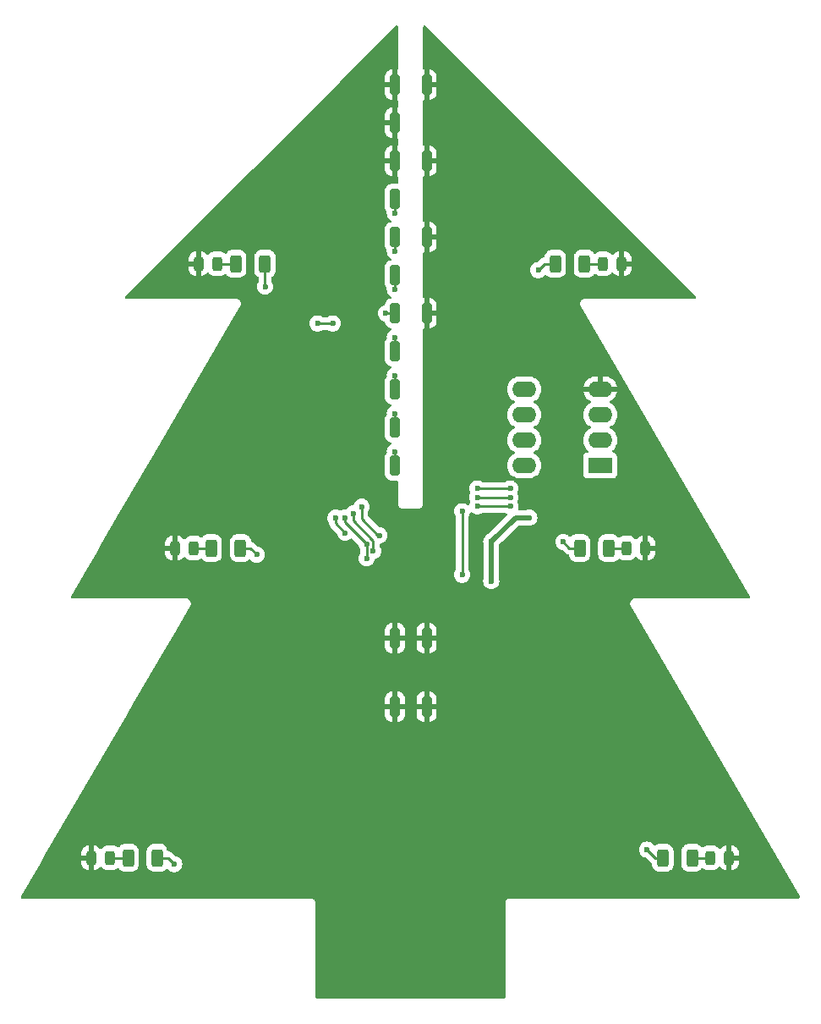
<source format=gbl>
%TF.GenerationSoftware,KiCad,Pcbnew,(6.0.9)*%
%TF.CreationDate,2022-12-10T14:06:51+01:00*%
%TF.ProjectId,PartoUno,50617274-6f55-46e6-9f2e-6b696361645f,rev?*%
%TF.SameCoordinates,Original*%
%TF.FileFunction,Copper,L2,Bot*%
%TF.FilePolarity,Positive*%
%FSLAX46Y46*%
G04 Gerber Fmt 4.6, Leading zero omitted, Abs format (unit mm)*
G04 Created by KiCad (PCBNEW (6.0.9)) date 2022-12-10 14:06:51*
%MOMM*%
%LPD*%
G01*
G04 APERTURE LIST*
G04 Aperture macros list*
%AMRoundRect*
0 Rectangle with rounded corners*
0 $1 Rounding radius*
0 $2 $3 $4 $5 $6 $7 $8 $9 X,Y pos of 4 corners*
0 Add a 4 corners polygon primitive as box body*
4,1,4,$2,$3,$4,$5,$6,$7,$8,$9,$2,$3,0*
0 Add four circle primitives for the rounded corners*
1,1,$1+$1,$2,$3*
1,1,$1+$1,$4,$5*
1,1,$1+$1,$6,$7*
1,1,$1+$1,$8,$9*
0 Add four rect primitives between the rounded corners*
20,1,$1+$1,$2,$3,$4,$5,0*
20,1,$1+$1,$4,$5,$6,$7,0*
20,1,$1+$1,$6,$7,$8,$9,0*
20,1,$1+$1,$8,$9,$2,$3,0*%
G04 Aperture macros list end*
%TA.AperFunction,ComponentPad*%
%ADD10O,2.400000X1.600000*%
%TD*%
%TA.AperFunction,ComponentPad*%
%ADD11R,2.400000X1.600000*%
%TD*%
%TA.AperFunction,SMDPad,CuDef*%
%ADD12RoundRect,0.243750X-0.243750X-0.456250X0.243750X-0.456250X0.243750X0.456250X-0.243750X0.456250X0*%
%TD*%
%TA.AperFunction,SMDPad,CuDef*%
%ADD13RoundRect,0.243750X0.243750X0.456250X-0.243750X0.456250X-0.243750X-0.456250X0.243750X-0.456250X0*%
%TD*%
%TA.AperFunction,SMDPad,CuDef*%
%ADD14RoundRect,0.250000X-0.312500X-0.625000X0.312500X-0.625000X0.312500X0.625000X-0.312500X0.625000X0*%
%TD*%
%TA.AperFunction,SMDPad,CuDef*%
%ADD15RoundRect,0.250000X0.250000X0.750000X-0.250000X0.750000X-0.250000X-0.750000X0.250000X-0.750000X0*%
%TD*%
%TA.AperFunction,SMDPad,CuDef*%
%ADD16RoundRect,0.250000X0.312500X0.625000X-0.312500X0.625000X-0.312500X-0.625000X0.312500X-0.625000X0*%
%TD*%
%TA.AperFunction,ViaPad*%
%ADD17C,0.600000*%
%TD*%
%TA.AperFunction,Conductor*%
%ADD18C,0.508000*%
%TD*%
%TA.AperFunction,Conductor*%
%ADD19C,0.254000*%
%TD*%
G04 APERTURE END LIST*
D10*
%TO.P,U1,8,VCC*%
%TO.N,VCC*%
X151882000Y-99177000D03*
%TO.P,U1,7,PB2*%
%TO.N,/LATCH*%
X151882000Y-96637000D03*
%TO.P,U1,6,PB1*%
%TO.N,/CLK*%
X151882000Y-94097000D03*
%TO.P,U1,5,AREF/PB0*%
%TO.N,/DATA*%
X151882000Y-91557000D03*
%TO.P,U1,4,GND*%
%TO.N,GND*%
X159502000Y-91557000D03*
%TO.P,U1,3,XTAL2/PB4*%
%TO.N,unconnected-(U1-Pad3)*%
X159502000Y-94097000D03*
%TO.P,U1,2,XTAL1/PB3*%
%TO.N,unconnected-(U1-Pad2)*%
X159502000Y-96637000D03*
D11*
%TO.P,U1,1,~{RESET}/PB5*%
%TO.N,Net-(R25-Pad1)*%
X159502000Y-99177000D03*
%TD*%
D12*
%TO.P,D14,1,K*%
%TO.N,GND*%
X119267500Y-78994000D03*
%TO.P,D14,2,A*%
%TO.N,Net-(D14-Pad2)*%
X121142500Y-78994000D03*
%TD*%
D13*
%TO.P,D2,1,K*%
%TO.N,GND*%
X164005500Y-107442000D03*
%TO.P,D2,2,A*%
%TO.N,Net-(D2-Pad2)*%
X162130500Y-107442000D03*
%TD*%
D14*
%TO.P,R10,1*%
%TO.N,Net-(D10-Pad2)*%
X112227900Y-138430000D03*
%TO.P,R10,2*%
%TO.N,/GRE5*%
X115152900Y-138430000D03*
%TD*%
D15*
%TO.P,J26,1,Pin_1*%
%TO.N,GND*%
X142113000Y-76327000D03*
%TD*%
D16*
%TO.P,R19,1*%
%TO.N,Net-(D19-Pad2)*%
X168696100Y-138430000D03*
%TO.P,R19,2*%
%TO.N,/BLU4*%
X165771100Y-138430000D03*
%TD*%
D12*
%TO.P,D20,1,K*%
%TO.N,GND*%
X116918500Y-107442000D03*
%TO.P,D20,2,A*%
%TO.N,Net-(D20-Pad2)*%
X118793500Y-107442000D03*
%TD*%
D15*
%TO.P,J24,1,Pin_1*%
%TO.N,GND*%
X142113000Y-61087000D03*
%TD*%
%TO.P,J35,1,Pin_1*%
%TO.N,GND*%
X142113000Y-123317000D03*
%TD*%
%TO.P,J34,1,Pin_1*%
%TO.N,GND*%
X142113000Y-116459000D03*
%TD*%
D16*
%TO.P,R22,1*%
%TO.N,Net-(D22-Pad2)*%
X157926500Y-78994000D03*
%TO.P,R22,2*%
%TO.N,/WHI2*%
X155001500Y-78994000D03*
%TD*%
D15*
%TO.P,J25,1,Pin_1*%
%TO.N,GND*%
X142113000Y-68707000D03*
%TD*%
%TO.P,J11,1,Pin_1*%
%TO.N,/GRE3*%
X138938000Y-99187000D03*
%TD*%
%TO.P,J2,1,Pin_1*%
%TO.N,/WHI3*%
X138938000Y-95377000D03*
%TD*%
%TO.P,J27,1,Pin_1*%
%TO.N,GND*%
X142113000Y-83947000D03*
%TD*%
D13*
%TO.P,D22,1,K*%
%TO.N,GND*%
X161656500Y-78994000D03*
%TO.P,D22,2,A*%
%TO.N,Net-(D22-Pad2)*%
X159781500Y-78994000D03*
%TD*%
D14*
%TO.P,R12,1*%
%TO.N,Net-(D14-Pad2)*%
X122997500Y-78994000D03*
%TO.P,R12,2*%
%TO.N,/YEL2*%
X125922500Y-78994000D03*
%TD*%
%TO.P,R20,1*%
%TO.N,Net-(D20-Pad2)*%
X120548400Y-107442000D03*
%TO.P,R20,2*%
%TO.N,/BLU5*%
X123473400Y-107442000D03*
%TD*%
D15*
%TO.P,J6,1,Pin_1*%
%TO.N,/YEL4*%
X138938000Y-80137000D03*
%TD*%
%TO.P,J3,1,Pin_1*%
%TO.N,/YEL5*%
X138938000Y-91567000D03*
%TD*%
%TO.P,J5,1,Pin_1*%
%TO.N,/BLU2*%
X138938000Y-83947000D03*
%TD*%
%TO.P,J23,1,Pin_1*%
%TO.N,GND*%
X138938000Y-61087000D03*
%TD*%
D12*
%TO.P,D10,1,K*%
%TO.N,GND*%
X108536500Y-138430000D03*
%TO.P,D10,2,A*%
%TO.N,Net-(D10-Pad2)*%
X110411500Y-138430000D03*
%TD*%
D15*
%TO.P,J32,1,Pin_1*%
%TO.N,GND*%
X138938000Y-116459000D03*
%TD*%
%TO.P,J33,1,Pin_1*%
%TO.N,GND*%
X138938000Y-123317000D03*
%TD*%
%TO.P,J12,1,Pin_1*%
%TO.N,/GRE2*%
X138938000Y-76327000D03*
%TD*%
%TO.P,J21,1,Pin_1*%
%TO.N,GND*%
X138938000Y-68707000D03*
%TD*%
%TO.P,J4,1,Pin_1*%
%TO.N,/BLU1*%
X138938000Y-87757000D03*
%TD*%
%TO.P,J13,1,Pin_1*%
%TO.N,/RED4*%
X138938000Y-72517000D03*
%TD*%
D13*
%TO.P,D19,1,K*%
%TO.N,GND*%
X172387500Y-138430000D03*
%TO.P,D19,2,A*%
%TO.N,Net-(D19-Pad2)*%
X170512500Y-138430000D03*
%TD*%
D16*
%TO.P,R2,1*%
%TO.N,Net-(D2-Pad2)*%
X160364900Y-107442000D03*
%TO.P,R2,2*%
%TO.N,/RED2*%
X157439900Y-107442000D03*
%TD*%
D15*
%TO.P,J22,1,Pin_1*%
%TO.N,GND*%
X138938000Y-64897000D03*
%TD*%
D17*
%TO.N,GND*%
X159512000Y-89789000D03*
X157353000Y-91567000D03*
%TO.N,VCC*%
X148590000Y-110744000D03*
X148590000Y-106807000D03*
X152400000Y-104394000D03*
%TO.N,GND*%
X159004000Y-110744000D03*
X143129000Y-61087000D03*
X143637000Y-124714000D03*
X123444000Y-131572000D03*
X137922000Y-64897000D03*
X156464000Y-110744000D03*
X137922000Y-68707000D03*
X150876000Y-137922000D03*
X159004000Y-118364000D03*
X137541000Y-119634000D03*
X146685000Y-92456000D03*
X123444000Y-134112000D03*
X134086600Y-108092000D03*
X123444000Y-129032000D03*
X123444000Y-111252000D03*
X128319000Y-111330000D03*
X157226000Y-104267000D03*
X137541000Y-124714000D03*
X125984000Y-126492000D03*
X127127000Y-112776000D03*
X137922000Y-61087000D03*
X151638000Y-114300000D03*
X146685000Y-84836000D03*
X125476000Y-90551000D03*
X145542000Y-131064000D03*
X128778000Y-80137000D03*
X135001000Y-114554000D03*
X125984000Y-134112000D03*
X146685000Y-82296000D03*
X125984000Y-118872000D03*
X125476000Y-93091000D03*
X115570000Y-107442000D03*
X149479000Y-84836000D03*
X156464000Y-118364000D03*
X159004000Y-128524000D03*
X162433000Y-138633200D03*
X152849500Y-105478500D03*
X135382000Y-88265000D03*
X125476000Y-95631000D03*
X137541000Y-122174000D03*
X117919000Y-78994000D03*
X133096000Y-132842000D03*
X156464000Y-123444000D03*
X131165600Y-83947000D03*
X121666000Y-140081000D03*
X121793000Y-135763000D03*
X126931500Y-111447500D03*
X156464000Y-131064000D03*
X161671000Y-133604000D03*
X145796000Y-93116400D03*
X130048000Y-137922000D03*
X145796000Y-98196400D03*
X143637000Y-117094000D03*
X116332000Y-140081000D03*
X125984000Y-129032000D03*
X116332000Y-137414000D03*
X135450500Y-80632500D03*
X159004000Y-115824000D03*
X146685000Y-87376000D03*
X149479000Y-87376000D03*
X125984000Y-113792000D03*
X118872000Y-137414000D03*
X156464000Y-128524000D03*
X147828000Y-132842000D03*
X164211000Y-136144000D03*
X157480000Y-133553200D03*
X159004000Y-131064000D03*
X143637000Y-114554000D03*
X125476000Y-100711000D03*
X125476000Y-103251000D03*
X123444000Y-113792000D03*
X151003000Y-76454000D03*
X145796000Y-95656400D03*
X143637000Y-122174000D03*
X131064000Y-135382000D03*
X135382000Y-131064000D03*
X125476000Y-88011000D03*
X156464000Y-115824000D03*
X123444000Y-116332000D03*
X125476000Y-85471000D03*
X123825000Y-137541000D03*
X123444000Y-126492000D03*
X149479000Y-82296000D03*
X143637000Y-119634000D03*
X123444000Y-118872000D03*
X125984000Y-131572000D03*
X131318000Y-80137000D03*
X159004000Y-113284000D03*
X125984000Y-116332000D03*
X159004000Y-120904000D03*
X156464000Y-120904000D03*
X137541000Y-114554000D03*
X159004000Y-123444000D03*
X156464000Y-113284000D03*
X133858000Y-80137000D03*
X165354000Y-107442000D03*
X125984000Y-121412000D03*
X129794000Y-140462000D03*
X132461000Y-114554000D03*
X137541000Y-117094000D03*
X118872000Y-140081000D03*
X123444000Y-121412000D03*
X144780000Y-108783000D03*
X159004000Y-125984000D03*
X156464000Y-125984000D03*
X153797000Y-80772000D03*
X173736000Y-138430000D03*
X143129000Y-76327000D03*
X107188000Y-138430000D03*
X149860000Y-135382000D03*
X143129000Y-83947000D03*
X125984000Y-123952000D03*
X136398000Y-80137000D03*
X143129000Y-68707000D03*
X125476000Y-82931000D03*
X146685000Y-89916000D03*
X151130000Y-140462000D03*
X135382000Y-90932000D03*
X160020000Y-136093200D03*
X125476000Y-98171000D03*
X123444000Y-123952000D03*
X163005000Y-78994000D03*
X149479000Y-89916000D03*
%TO.N,/RED2*%
X155804200Y-106833000D03*
%TO.N,/RED4*%
X138938000Y-73914000D03*
%TO.N,/RED5*%
X145669000Y-103759000D03*
X145669000Y-110109000D03*
%TO.N,/GRE1*%
X150495000Y-103251000D03*
X147193000Y-103251000D03*
%TO.N,/GRE2*%
X138938000Y-77724000D03*
%TO.N,/GRE3*%
X138938000Y-97790000D03*
X132715000Y-84963000D03*
X131191000Y-84963000D03*
%TO.N,/GRE5*%
X116840000Y-139065000D03*
%TO.N,/YEL4*%
X138938000Y-81534000D03*
%TO.N,/YEL5*%
X138938000Y-90170000D03*
%TO.N,/YEL2*%
X125938500Y-81280000D03*
%TO.N,/BLU1*%
X138938000Y-86360000D03*
%TO.N,/BLU2*%
X138023600Y-83972400D03*
%TO.N,/BLU3*%
X133959600Y-105918000D03*
X132994400Y-104394000D03*
%TO.N,/BLU4*%
X164185600Y-137617200D03*
%TO.N,/BLU5*%
X125110000Y-108092000D03*
%TO.N,/WHI2*%
X153289000Y-79629000D03*
%TO.N,/WHI3*%
X138938000Y-93980000D03*
%TO.N,/WHI4*%
X150495000Y-102362000D03*
X147193000Y-102362000D03*
%TO.N,/LATCH*%
X136753600Y-107746800D03*
X134772400Y-103987600D03*
%TO.N,/CLK*%
X136128984Y-107071384D03*
X136123700Y-108463100D03*
X133908800Y-104394000D03*
%TO.N,Net-(U3-Pad9)*%
X137388600Y-106172000D03*
X135610600Y-103301800D03*
%TO.N,/YEL3*%
X150495000Y-101473000D03*
X147193000Y-101473000D03*
%TD*%
D18*
%TO.N,VCC*%
X152400000Y-104394000D02*
X151003000Y-104394000D01*
X151003000Y-104394000D02*
X148590000Y-106807000D01*
X148590000Y-106807000D02*
X148590000Y-110744000D01*
D19*
%TO.N,GND*%
X143129000Y-83947000D02*
X142113000Y-83947000D01*
X137922000Y-61087000D02*
X138938000Y-61087000D01*
X143129000Y-76327000D02*
X142113000Y-76327000D01*
X137922000Y-68707000D02*
X138938000Y-68707000D01*
X115570000Y-107442000D02*
X116918500Y-107442000D01*
X143129000Y-68707000D02*
X142113000Y-68707000D01*
X163005000Y-78994000D02*
X161656500Y-78994000D01*
X164005500Y-107442000D02*
X165354000Y-107442000D01*
X137922000Y-64897000D02*
X138938000Y-64897000D01*
X108536500Y-138430000D02*
X107188000Y-138430000D01*
X117919000Y-78994000D02*
X119267500Y-78994000D01*
X173736000Y-138430000D02*
X172387500Y-138430000D01*
X143129000Y-61087000D02*
X142113000Y-61087000D01*
%TO.N,/RED2*%
X156413200Y-107442000D02*
X157439900Y-107442000D01*
X155804200Y-106833000D02*
X156413200Y-107442000D01*
%TO.N,/RED4*%
X138938000Y-73914000D02*
X138938000Y-72517000D01*
%TO.N,/RED5*%
X145669000Y-103759000D02*
X145669000Y-110109000D01*
%TO.N,/GRE1*%
X147193000Y-103251000D02*
X150449500Y-103251000D01*
%TO.N,/GRE2*%
X138938000Y-77724000D02*
X138938000Y-76327000D01*
%TO.N,/GRE3*%
X138938000Y-97790000D02*
X138938000Y-99187000D01*
X132715000Y-84963000D02*
X131191000Y-84963000D01*
%TO.N,/GRE5*%
X116840000Y-139065000D02*
X116205000Y-138430000D01*
X116205000Y-138430000D02*
X115152900Y-138430000D01*
%TO.N,/YEL4*%
X138938000Y-81534000D02*
X138938000Y-80137000D01*
%TO.N,/YEL5*%
X138938000Y-90170000D02*
X138938000Y-91567000D01*
%TO.N,/YEL2*%
X125938500Y-81280000D02*
X125922500Y-81264000D01*
X125922500Y-81264000D02*
X125922500Y-78994000D01*
%TO.N,/BLU1*%
X138938000Y-86360000D02*
X138938000Y-87757000D01*
%TO.N,/BLU2*%
X138912600Y-83972400D02*
X138938000Y-83947000D01*
X138023600Y-83972400D02*
X138912600Y-83972400D01*
%TO.N,/BLU3*%
X132994400Y-104394000D02*
X132994400Y-104952800D01*
X132994400Y-104952800D02*
X133959600Y-105918000D01*
%TO.N,/BLU4*%
X164998400Y-138430000D02*
X165771100Y-138430000D01*
X164185600Y-137617200D02*
X164998400Y-138430000D01*
%TO.N,/BLU5*%
X125110000Y-108092000D02*
X124460000Y-107442000D01*
X124460000Y-107442000D02*
X123473400Y-107442000D01*
%TO.N,/WHI2*%
X153924000Y-78994000D02*
X155001500Y-78994000D01*
X153289000Y-79629000D02*
X153924000Y-78994000D01*
%TO.N,/WHI3*%
X138938000Y-93980000D02*
X138938000Y-95377000D01*
%TO.N,/WHI4*%
X150622000Y-102362000D02*
X147193000Y-102362000D01*
%TO.N,/LATCH*%
X134772400Y-104698800D02*
X136753600Y-106680000D01*
X134772400Y-103987600D02*
X134772400Y-104698800D01*
X136753600Y-106680000D02*
X136753600Y-107746800D01*
%TO.N,/CLK*%
X136123700Y-107076668D02*
X136128984Y-107071384D01*
X133908800Y-104851200D02*
X136128984Y-107071384D01*
X133908800Y-104394000D02*
X133908800Y-104851200D01*
X136123700Y-108463100D02*
X136123700Y-107076668D01*
%TO.N,Net-(D2-Pad2)*%
X160337000Y-107442000D02*
X162130500Y-107442000D01*
%TO.N,Net-(D10-Pad2)*%
X110411500Y-138430000D02*
X112205000Y-138430000D01*
%TO.N,Net-(D14-Pad2)*%
X121142500Y-78994000D02*
X122936000Y-78994000D01*
%TO.N,Net-(D19-Pad2)*%
X168719000Y-138430000D02*
X170512500Y-138430000D01*
%TO.N,Net-(D20-Pad2)*%
X118793500Y-107442000D02*
X120587000Y-107442000D01*
%TO.N,Net-(D22-Pad2)*%
X157988000Y-78994000D02*
X159781500Y-78994000D01*
%TO.N,Net-(U3-Pad9)*%
X135610600Y-103301800D02*
X135610600Y-104521000D01*
X137261600Y-106172000D02*
X137388600Y-106172000D01*
X135610600Y-104521000D02*
X137261600Y-106172000D01*
%TO.N,/YEL3*%
X150495000Y-101473000D02*
X147193000Y-101473000D01*
%TD*%
%TA.AperFunction,Conductor*%
%TO.N,GND*%
G36*
X141967012Y-55186593D02*
G01*
X141973595Y-55192722D01*
X169057277Y-82276405D01*
X169091303Y-82338717D01*
X169086238Y-82409532D01*
X169043691Y-82466368D01*
X168977171Y-82491179D01*
X168968182Y-82491500D01*
X158015794Y-82491500D01*
X158009872Y-82491361D01*
X158006004Y-82491179D01*
X157951150Y-82488598D01*
X157942429Y-82490709D01*
X157942427Y-82490709D01*
X157909744Y-82498620D01*
X157897969Y-82500882D01*
X157855813Y-82506920D01*
X157844572Y-82512031D01*
X157844336Y-82512138D01*
X157821834Y-82519899D01*
X157809580Y-82522865D01*
X157801802Y-82527339D01*
X157801799Y-82527340D01*
X157772656Y-82544102D01*
X157761989Y-82549579D01*
X157731393Y-82563491D01*
X157723218Y-82567208D01*
X157713668Y-82575437D01*
X157694244Y-82589204D01*
X157683318Y-82595488D01*
X157653832Y-82626242D01*
X157645143Y-82634482D01*
X157612873Y-82662287D01*
X157607993Y-82669816D01*
X157607990Y-82669819D01*
X157606012Y-82672870D01*
X157591238Y-82691529D01*
X157582514Y-82700629D01*
X157562848Y-82738417D01*
X157556817Y-82748771D01*
X157533648Y-82784515D01*
X157530035Y-82796596D01*
X157521089Y-82818658D01*
X157515271Y-82829837D01*
X157507000Y-82871633D01*
X157504122Y-82883245D01*
X157491914Y-82924066D01*
X157491859Y-82933041D01*
X157491859Y-82933042D01*
X157491837Y-82936673D01*
X157489442Y-82960361D01*
X157486996Y-82972723D01*
X157487795Y-82981663D01*
X157490786Y-83015141D01*
X157491284Y-83027124D01*
X157491158Y-83047794D01*
X157491024Y-83069721D01*
X157493490Y-83078350D01*
X157493491Y-83078355D01*
X157494488Y-83081844D01*
X157498838Y-83105247D01*
X157499960Y-83117803D01*
X157503236Y-83126159D01*
X157503236Y-83126160D01*
X157515508Y-83157463D01*
X157519349Y-83168827D01*
X157528584Y-83201141D01*
X157528585Y-83201144D01*
X157531051Y-83209771D01*
X157535839Y-83217360D01*
X157535841Y-83217364D01*
X157564634Y-83262999D01*
X157566908Y-83266745D01*
X174504147Y-112302012D01*
X174521194Y-112370932D01*
X174498274Y-112438127D01*
X174442664Y-112482264D01*
X174395311Y-112491500D01*
X163015794Y-112491500D01*
X163009872Y-112491361D01*
X163007864Y-112491267D01*
X162951150Y-112488598D01*
X162942429Y-112490709D01*
X162942427Y-112490709D01*
X162909744Y-112498620D01*
X162897969Y-112500882D01*
X162855813Y-112506920D01*
X162844572Y-112512031D01*
X162844336Y-112512138D01*
X162821834Y-112519899D01*
X162809580Y-112522865D01*
X162801802Y-112527339D01*
X162801799Y-112527340D01*
X162772656Y-112544102D01*
X162761989Y-112549579D01*
X162731393Y-112563491D01*
X162723218Y-112567208D01*
X162713668Y-112575437D01*
X162694244Y-112589204D01*
X162683318Y-112595488D01*
X162653832Y-112626242D01*
X162645143Y-112634482D01*
X162612873Y-112662287D01*
X162607993Y-112669816D01*
X162607990Y-112669819D01*
X162606012Y-112672870D01*
X162591238Y-112691529D01*
X162582514Y-112700629D01*
X162562848Y-112738417D01*
X162556817Y-112748771D01*
X162533648Y-112784515D01*
X162530035Y-112796596D01*
X162521089Y-112818658D01*
X162515271Y-112829837D01*
X162507000Y-112871633D01*
X162504122Y-112883245D01*
X162491914Y-112924066D01*
X162491859Y-112933041D01*
X162491859Y-112933042D01*
X162491837Y-112936673D01*
X162489442Y-112960361D01*
X162486996Y-112972723D01*
X162487795Y-112981663D01*
X162490786Y-113015141D01*
X162491284Y-113027124D01*
X162491024Y-113069721D01*
X162493490Y-113078350D01*
X162493491Y-113078355D01*
X162494488Y-113081844D01*
X162498838Y-113105247D01*
X162499960Y-113117803D01*
X162503236Y-113126159D01*
X162503236Y-113126160D01*
X162515508Y-113157463D01*
X162519349Y-113168827D01*
X162528584Y-113201141D01*
X162528585Y-113201144D01*
X162531051Y-113209771D01*
X162535839Y-113217360D01*
X162535841Y-113217364D01*
X162564634Y-113262999D01*
X162566908Y-113266745D01*
X179504147Y-142302012D01*
X179521194Y-142370932D01*
X179498274Y-142438127D01*
X179442664Y-142482264D01*
X179395311Y-142491500D01*
X150508623Y-142491500D01*
X150507853Y-142491498D01*
X150507037Y-142491493D01*
X150430279Y-142491024D01*
X150407918Y-142497415D01*
X150401847Y-142499150D01*
X150385085Y-142502728D01*
X150355813Y-142506920D01*
X150347645Y-142510634D01*
X150347644Y-142510634D01*
X150332438Y-142517548D01*
X150314914Y-142523996D01*
X150290229Y-142531051D01*
X150282635Y-142535843D01*
X150282632Y-142535844D01*
X150265220Y-142546830D01*
X150250137Y-142554969D01*
X150223218Y-142567208D01*
X150216416Y-142573069D01*
X150203765Y-142583970D01*
X150188761Y-142595073D01*
X150167042Y-142608776D01*
X150161103Y-142615501D01*
X150161099Y-142615504D01*
X150147468Y-142630938D01*
X150135276Y-142642982D01*
X150119673Y-142656427D01*
X150119671Y-142656430D01*
X150112873Y-142662287D01*
X150107993Y-142669816D01*
X150107992Y-142669817D01*
X150098906Y-142683835D01*
X150087615Y-142698709D01*
X150076569Y-142711217D01*
X150070622Y-142717951D01*
X150062548Y-142735148D01*
X150058058Y-142744711D01*
X150049737Y-142759691D01*
X150038529Y-142776983D01*
X150038527Y-142776988D01*
X150033648Y-142784515D01*
X150031078Y-142793108D01*
X150031076Y-142793113D01*
X150026289Y-142809120D01*
X150019628Y-142826564D01*
X150014752Y-142836950D01*
X150008719Y-142849800D01*
X150007338Y-142858667D01*
X150007338Y-142858668D01*
X150004170Y-142879015D01*
X150000387Y-142895732D01*
X149994485Y-142915466D01*
X149994484Y-142915472D01*
X149991914Y-142924066D01*
X149991859Y-142933037D01*
X149991859Y-142933038D01*
X149991704Y-142958497D01*
X149991671Y-142959289D01*
X149991500Y-142960386D01*
X149991500Y-142991377D01*
X149991498Y-142992147D01*
X149991024Y-143069721D01*
X149991408Y-143071065D01*
X149991500Y-143072410D01*
X149991500Y-152365500D01*
X149971498Y-152433621D01*
X149917842Y-152480114D01*
X149865500Y-152491500D01*
X131134500Y-152491500D01*
X131066379Y-152471498D01*
X131019886Y-152417842D01*
X131008500Y-152365500D01*
X131008500Y-143008623D01*
X131008502Y-143007853D01*
X131008800Y-142959102D01*
X131008976Y-142930279D01*
X131000850Y-142901847D01*
X130997272Y-142885085D01*
X130994352Y-142864698D01*
X130993080Y-142855813D01*
X130982451Y-142832436D01*
X130976004Y-142814913D01*
X130971416Y-142798862D01*
X130968949Y-142790229D01*
X130964156Y-142782632D01*
X130953170Y-142765220D01*
X130945030Y-142750135D01*
X130942564Y-142744711D01*
X130932792Y-142723218D01*
X130916030Y-142703765D01*
X130904927Y-142688761D01*
X130891224Y-142667042D01*
X130884499Y-142661103D01*
X130884496Y-142661099D01*
X130869062Y-142647468D01*
X130857018Y-142635276D01*
X130843573Y-142619673D01*
X130843570Y-142619671D01*
X130837713Y-142612873D01*
X130824009Y-142603990D01*
X130816165Y-142598906D01*
X130801291Y-142587615D01*
X130788783Y-142576569D01*
X130788782Y-142576568D01*
X130782049Y-142570622D01*
X130755287Y-142558057D01*
X130740309Y-142549737D01*
X130723017Y-142538529D01*
X130723012Y-142538527D01*
X130715485Y-142533648D01*
X130706892Y-142531078D01*
X130706887Y-142531076D01*
X130690880Y-142526289D01*
X130673436Y-142519628D01*
X130658324Y-142512533D01*
X130658322Y-142512532D01*
X130650200Y-142508719D01*
X130641333Y-142507338D01*
X130641332Y-142507338D01*
X130630478Y-142505648D01*
X130620983Y-142504170D01*
X130604268Y-142500387D01*
X130584534Y-142494485D01*
X130584528Y-142494484D01*
X130575934Y-142491914D01*
X130566963Y-142491859D01*
X130566962Y-142491859D01*
X130556903Y-142491798D01*
X130541494Y-142491704D01*
X130540711Y-142491671D01*
X130539614Y-142491500D01*
X130508623Y-142491500D01*
X130507853Y-142491498D01*
X130434215Y-142491048D01*
X130434214Y-142491048D01*
X130430279Y-142491024D01*
X130428935Y-142491408D01*
X130427590Y-142491500D01*
X101604688Y-142491500D01*
X101536567Y-142471498D01*
X101490074Y-142417842D01*
X101479970Y-142347568D01*
X101495852Y-142302012D01*
X103461148Y-138932933D01*
X107541001Y-138932933D01*
X107541338Y-138939452D01*
X107551166Y-139034170D01*
X107554058Y-139047564D01*
X107605036Y-139200365D01*
X107611210Y-139213543D01*
X107695744Y-139350149D01*
X107704780Y-139361550D01*
X107818479Y-139475051D01*
X107829890Y-139484063D01*
X107966654Y-139568365D01*
X107979832Y-139574509D01*
X108132740Y-139625227D01*
X108146106Y-139628093D01*
X108239601Y-139637672D01*
X108246016Y-139638000D01*
X108264385Y-139638000D01*
X108279624Y-139633525D01*
X108280829Y-139632135D01*
X108282500Y-139624452D01*
X108282500Y-139619884D01*
X108790500Y-139619884D01*
X108794975Y-139635123D01*
X108796365Y-139636328D01*
X108804048Y-139637999D01*
X108826933Y-139637999D01*
X108833452Y-139637662D01*
X108928170Y-139627834D01*
X108941564Y-139624942D01*
X109094365Y-139573964D01*
X109107543Y-139567790D01*
X109244149Y-139483256D01*
X109255550Y-139474220D01*
X109369051Y-139360521D01*
X109374794Y-139353249D01*
X109432711Y-139312186D01*
X109503634Y-139308954D01*
X109565046Y-139344579D01*
X109570840Y-139351254D01*
X109574203Y-139356689D01*
X109579384Y-139361861D01*
X109601530Y-139383968D01*
X109698347Y-139480617D01*
X109847671Y-139572661D01*
X109854619Y-139574966D01*
X109854620Y-139574966D01*
X110007634Y-139625719D01*
X110007636Y-139625719D01*
X110014165Y-139627885D01*
X110117769Y-139638500D01*
X110409234Y-139638500D01*
X110705230Y-139638499D01*
X110810129Y-139627616D01*
X110816660Y-139625437D01*
X110816665Y-139625436D01*
X110969578Y-139574420D01*
X110976526Y-139572102D01*
X111124138Y-139480757D01*
X111124140Y-139480756D01*
X111125689Y-139479797D01*
X111125853Y-139480062D01*
X111187854Y-139454966D01*
X111257618Y-139468137D01*
X111307453Y-139514046D01*
X111316922Y-139529348D01*
X111322104Y-139534521D01*
X111327390Y-139539798D01*
X111442097Y-139654305D01*
X111448327Y-139658145D01*
X111448328Y-139658146D01*
X111585490Y-139742694D01*
X111592662Y-139747115D01*
X111672405Y-139773564D01*
X111754011Y-139800632D01*
X111754013Y-139800632D01*
X111760539Y-139802797D01*
X111767375Y-139803497D01*
X111767378Y-139803498D01*
X111810431Y-139807909D01*
X111865000Y-139813500D01*
X112590800Y-139813500D01*
X112594046Y-139813163D01*
X112594050Y-139813163D01*
X112689708Y-139803238D01*
X112689712Y-139803237D01*
X112696566Y-139802526D01*
X112703102Y-139800345D01*
X112703104Y-139800345D01*
X112835206Y-139756272D01*
X112864346Y-139746550D01*
X113014748Y-139653478D01*
X113048284Y-139619884D01*
X113134534Y-139533483D01*
X113139705Y-139528303D01*
X113166732Y-139484458D01*
X113228675Y-139383968D01*
X113228676Y-139383966D01*
X113232515Y-139377738D01*
X113288197Y-139209861D01*
X113298900Y-139105400D01*
X114081900Y-139105400D01*
X114092874Y-139211166D01*
X114095055Y-139217702D01*
X114095055Y-139217704D01*
X114113810Y-139273920D01*
X114148850Y-139378946D01*
X114241922Y-139529348D01*
X114247104Y-139534521D01*
X114252390Y-139539798D01*
X114367097Y-139654305D01*
X114373327Y-139658145D01*
X114373328Y-139658146D01*
X114510490Y-139742694D01*
X114517662Y-139747115D01*
X114597405Y-139773564D01*
X114679011Y-139800632D01*
X114679013Y-139800632D01*
X114685539Y-139802797D01*
X114692375Y-139803497D01*
X114692378Y-139803498D01*
X114735431Y-139807909D01*
X114790000Y-139813500D01*
X115515800Y-139813500D01*
X115519046Y-139813163D01*
X115519050Y-139813163D01*
X115614708Y-139803238D01*
X115614712Y-139803237D01*
X115621566Y-139802526D01*
X115628102Y-139800345D01*
X115628104Y-139800345D01*
X115760206Y-139756272D01*
X115789346Y-139746550D01*
X115939748Y-139653478D01*
X115944921Y-139648296D01*
X115944926Y-139648292D01*
X116024204Y-139568875D01*
X116086486Y-139534795D01*
X116157306Y-139539798D01*
X116204013Y-139570365D01*
X116316483Y-139686830D01*
X116316488Y-139686834D01*
X116321382Y-139691902D01*
X116473159Y-139791222D01*
X116479763Y-139793678D01*
X116479765Y-139793679D01*
X116636558Y-139851990D01*
X116636560Y-139851990D01*
X116643168Y-139854448D01*
X116726995Y-139865633D01*
X116815980Y-139877507D01*
X116815984Y-139877507D01*
X116822961Y-139878438D01*
X116829972Y-139877800D01*
X116829976Y-139877800D01*
X116972459Y-139864832D01*
X117003600Y-139861998D01*
X117010302Y-139859820D01*
X117010304Y-139859820D01*
X117169409Y-139808124D01*
X117169412Y-139808123D01*
X117176108Y-139805947D01*
X117331912Y-139713069D01*
X117463266Y-139587982D01*
X117563643Y-139436902D01*
X117628055Y-139267338D01*
X117635031Y-139217704D01*
X117652748Y-139091639D01*
X117652748Y-139091636D01*
X117653299Y-139087717D01*
X117653616Y-139065000D01*
X117633397Y-138884745D01*
X117573745Y-138713448D01*
X117477626Y-138559624D01*
X117472664Y-138554627D01*
X117354778Y-138435915D01*
X117354774Y-138435912D01*
X117349815Y-138430918D01*
X117311572Y-138406648D01*
X117290538Y-138393300D01*
X117196666Y-138333727D01*
X117025790Y-138272881D01*
X116979219Y-138267328D01*
X116913945Y-138239401D01*
X116905042Y-138231309D01*
X116710250Y-138036517D01*
X116702674Y-138028191D01*
X116698553Y-138021697D01*
X116648734Y-137974914D01*
X116645893Y-137972160D01*
X116626094Y-137952361D01*
X116622969Y-137949937D01*
X116622960Y-137949929D01*
X116622874Y-137949863D01*
X116613849Y-137942155D01*
X116597782Y-137927067D01*
X116581506Y-137911783D01*
X116563669Y-137901977D01*
X116547153Y-137891127D01*
X116531067Y-137878650D01*
X116490334Y-137861024D01*
X116479686Y-137855807D01*
X116468058Y-137849415D01*
X116440803Y-137834431D01*
X116433128Y-137832460D01*
X116433122Y-137832458D01*
X116421089Y-137829369D01*
X116402387Y-137822966D01*
X116383708Y-137814883D01*
X116349872Y-137809524D01*
X116339873Y-137807940D01*
X116328253Y-137805533D01*
X116325443Y-137804812D01*
X116311417Y-137801210D01*
X116250411Y-137764898D01*
X116218721Y-137701367D01*
X116217423Y-137692173D01*
X116213638Y-137655692D01*
X116213637Y-137655688D01*
X116212926Y-137648834D01*
X116198582Y-137605840D01*
X163372063Y-137605840D01*
X163389763Y-137786360D01*
X163447018Y-137958473D01*
X163450665Y-137964495D01*
X163450666Y-137964497D01*
X163494283Y-138036517D01*
X163540980Y-138113624D01*
X163545869Y-138118687D01*
X163545870Y-138118688D01*
X163601216Y-138176000D01*
X163666982Y-138244102D01*
X163818759Y-138343422D01*
X163825363Y-138345878D01*
X163825365Y-138345879D01*
X163903764Y-138375035D01*
X163988768Y-138406648D01*
X164047522Y-138414487D01*
X164112398Y-138443322D01*
X164119953Y-138450285D01*
X164493155Y-138823488D01*
X164500725Y-138831807D01*
X164504847Y-138838303D01*
X164510625Y-138843729D01*
X164510626Y-138843730D01*
X164554665Y-138885085D01*
X164557507Y-138887840D01*
X164577306Y-138907639D01*
X164580431Y-138910063D01*
X164580440Y-138910071D01*
X164580526Y-138910137D01*
X164589551Y-138917845D01*
X164621894Y-138948217D01*
X164628839Y-138952035D01*
X164628843Y-138952038D01*
X164634802Y-138955314D01*
X164684860Y-139005660D01*
X164700100Y-139065728D01*
X164700100Y-139105400D01*
X164711074Y-139211166D01*
X164713255Y-139217702D01*
X164713255Y-139217704D01*
X164732010Y-139273920D01*
X164767050Y-139378946D01*
X164860122Y-139529348D01*
X164865304Y-139534521D01*
X164870590Y-139539798D01*
X164985297Y-139654305D01*
X164991527Y-139658145D01*
X164991528Y-139658146D01*
X165128690Y-139742694D01*
X165135862Y-139747115D01*
X165215605Y-139773564D01*
X165297211Y-139800632D01*
X165297213Y-139800632D01*
X165303739Y-139802797D01*
X165310575Y-139803497D01*
X165310578Y-139803498D01*
X165353631Y-139807909D01*
X165408200Y-139813500D01*
X166134000Y-139813500D01*
X166137246Y-139813163D01*
X166137250Y-139813163D01*
X166232908Y-139803238D01*
X166232912Y-139803237D01*
X166239766Y-139802526D01*
X166246302Y-139800345D01*
X166246304Y-139800345D01*
X166378406Y-139756272D01*
X166407546Y-139746550D01*
X166557948Y-139653478D01*
X166591484Y-139619884D01*
X166677734Y-139533483D01*
X166682905Y-139528303D01*
X166709932Y-139484458D01*
X166771875Y-139383968D01*
X166771876Y-139383966D01*
X166775715Y-139377738D01*
X166831397Y-139209861D01*
X166842100Y-139105400D01*
X167625100Y-139105400D01*
X167636074Y-139211166D01*
X167638255Y-139217702D01*
X167638255Y-139217704D01*
X167657010Y-139273920D01*
X167692050Y-139378946D01*
X167785122Y-139529348D01*
X167790304Y-139534521D01*
X167795590Y-139539798D01*
X167910297Y-139654305D01*
X167916527Y-139658145D01*
X167916528Y-139658146D01*
X168053690Y-139742694D01*
X168060862Y-139747115D01*
X168140605Y-139773564D01*
X168222211Y-139800632D01*
X168222213Y-139800632D01*
X168228739Y-139802797D01*
X168235575Y-139803497D01*
X168235578Y-139803498D01*
X168278631Y-139807909D01*
X168333200Y-139813500D01*
X169059000Y-139813500D01*
X169062246Y-139813163D01*
X169062250Y-139813163D01*
X169157908Y-139803238D01*
X169157912Y-139803237D01*
X169164766Y-139802526D01*
X169171302Y-139800345D01*
X169171304Y-139800345D01*
X169303406Y-139756272D01*
X169332546Y-139746550D01*
X169482948Y-139653478D01*
X169516484Y-139619884D01*
X169602734Y-139533483D01*
X169607905Y-139528303D01*
X169616533Y-139514307D01*
X169669303Y-139466814D01*
X169739374Y-139455390D01*
X169799109Y-139480379D01*
X169799347Y-139480617D01*
X169948671Y-139572661D01*
X169955619Y-139574966D01*
X169955620Y-139574966D01*
X170108634Y-139625719D01*
X170108636Y-139625719D01*
X170115165Y-139627885D01*
X170218769Y-139638500D01*
X170510234Y-139638500D01*
X170806230Y-139638499D01*
X170911129Y-139627616D01*
X170917660Y-139625437D01*
X170917665Y-139625436D01*
X171070578Y-139574420D01*
X171077526Y-139572102D01*
X171226689Y-139479797D01*
X171350617Y-139355653D01*
X171352614Y-139352413D01*
X171409352Y-139312186D01*
X171480275Y-139308953D01*
X171541687Y-139344578D01*
X171549066Y-139353078D01*
X171555782Y-139361552D01*
X171669479Y-139475051D01*
X171680890Y-139484063D01*
X171817654Y-139568365D01*
X171830832Y-139574509D01*
X171983740Y-139625227D01*
X171997106Y-139628093D01*
X172090601Y-139637672D01*
X172097016Y-139638000D01*
X172115385Y-139638000D01*
X172130624Y-139633525D01*
X172131829Y-139632135D01*
X172133500Y-139624452D01*
X172133500Y-139619884D01*
X172641500Y-139619884D01*
X172645975Y-139635123D01*
X172647365Y-139636328D01*
X172655048Y-139637999D01*
X172677933Y-139637999D01*
X172684452Y-139637662D01*
X172779170Y-139627834D01*
X172792564Y-139624942D01*
X172945365Y-139573964D01*
X172958543Y-139567790D01*
X173095149Y-139483256D01*
X173106550Y-139474220D01*
X173220051Y-139360521D01*
X173229063Y-139349110D01*
X173313365Y-139212346D01*
X173319509Y-139199168D01*
X173370227Y-139046260D01*
X173373093Y-139032894D01*
X173382672Y-138939399D01*
X173383000Y-138932984D01*
X173383000Y-138702115D01*
X173378525Y-138686876D01*
X173377135Y-138685671D01*
X173369452Y-138684000D01*
X172659615Y-138684000D01*
X172644376Y-138688475D01*
X172643171Y-138689865D01*
X172641500Y-138697548D01*
X172641500Y-139619884D01*
X172133500Y-139619884D01*
X172133500Y-138157885D01*
X172641500Y-138157885D01*
X172645975Y-138173124D01*
X172647365Y-138174329D01*
X172655048Y-138176000D01*
X173364884Y-138176000D01*
X173380123Y-138171525D01*
X173381328Y-138170135D01*
X173382999Y-138162452D01*
X173382999Y-137927067D01*
X173382662Y-137920548D01*
X173372834Y-137825830D01*
X173369942Y-137812436D01*
X173318964Y-137659635D01*
X173312790Y-137646457D01*
X173228256Y-137509851D01*
X173219220Y-137498450D01*
X173105521Y-137384949D01*
X173094110Y-137375937D01*
X172957346Y-137291635D01*
X172944168Y-137285491D01*
X172791260Y-137234773D01*
X172777894Y-137231907D01*
X172684399Y-137222328D01*
X172677984Y-137222000D01*
X172659615Y-137222000D01*
X172644376Y-137226475D01*
X172643171Y-137227865D01*
X172641500Y-137235548D01*
X172641500Y-138157885D01*
X172133500Y-138157885D01*
X172133500Y-137240116D01*
X172129025Y-137224877D01*
X172127635Y-137223672D01*
X172119952Y-137222001D01*
X172097067Y-137222001D01*
X172090548Y-137222338D01*
X171995830Y-137232166D01*
X171982436Y-137235058D01*
X171829635Y-137286036D01*
X171816457Y-137292210D01*
X171679851Y-137376744D01*
X171668450Y-137385780D01*
X171554949Y-137499479D01*
X171549206Y-137506751D01*
X171491289Y-137547814D01*
X171420366Y-137551046D01*
X171358954Y-137515421D01*
X171353160Y-137508746D01*
X171349797Y-137503311D01*
X171325944Y-137479499D01*
X171230833Y-137384554D01*
X171225653Y-137379383D01*
X171076329Y-137287339D01*
X171069380Y-137285034D01*
X170916366Y-137234281D01*
X170916364Y-137234281D01*
X170909835Y-137232115D01*
X170806231Y-137221500D01*
X170514766Y-137221500D01*
X170218770Y-137221501D01*
X170113871Y-137232384D01*
X170107340Y-137234563D01*
X170107335Y-137234564D01*
X170001067Y-137270018D01*
X169947474Y-137287898D01*
X169799862Y-137379243D01*
X169799860Y-137379244D01*
X169798311Y-137380203D01*
X169798147Y-137379938D01*
X169736146Y-137405034D01*
X169666382Y-137391863D01*
X169616547Y-137345954D01*
X169607078Y-137330652D01*
X169481903Y-137205695D01*
X169449887Y-137185960D01*
X169337568Y-137116725D01*
X169337566Y-137116724D01*
X169331338Y-137112885D01*
X169170854Y-137059655D01*
X169169989Y-137059368D01*
X169169987Y-137059368D01*
X169163461Y-137057203D01*
X169156625Y-137056503D01*
X169156622Y-137056502D01*
X169113569Y-137052091D01*
X169059000Y-137046500D01*
X168333200Y-137046500D01*
X168329954Y-137046837D01*
X168329950Y-137046837D01*
X168234292Y-137056762D01*
X168234288Y-137056763D01*
X168227434Y-137057474D01*
X168220898Y-137059655D01*
X168220896Y-137059655D01*
X168105834Y-137098043D01*
X168059654Y-137113450D01*
X167909252Y-137206522D01*
X167904079Y-137211704D01*
X167866337Y-137249512D01*
X167784295Y-137331697D01*
X167780456Y-137337925D01*
X167780454Y-137337928D01*
X167739351Y-137404610D01*
X167691485Y-137482262D01*
X167635803Y-137650139D01*
X167625100Y-137754600D01*
X167625100Y-139105400D01*
X166842100Y-139105400D01*
X166842100Y-137754600D01*
X166831126Y-137648834D01*
X166775150Y-137481054D01*
X166682078Y-137330652D01*
X166556903Y-137205695D01*
X166524887Y-137185960D01*
X166412568Y-137116725D01*
X166412566Y-137116724D01*
X166406338Y-137112885D01*
X166245854Y-137059655D01*
X166244989Y-137059368D01*
X166244987Y-137059368D01*
X166238461Y-137057203D01*
X166231625Y-137056503D01*
X166231622Y-137056502D01*
X166188569Y-137052091D01*
X166134000Y-137046500D01*
X165408200Y-137046500D01*
X165404954Y-137046837D01*
X165404950Y-137046837D01*
X165309292Y-137056762D01*
X165309288Y-137056763D01*
X165302434Y-137057474D01*
X165295898Y-137059655D01*
X165295896Y-137059655D01*
X165180834Y-137098043D01*
X165134654Y-137113450D01*
X165128422Y-137117306D01*
X165128423Y-137117306D01*
X165017479Y-137185960D01*
X164949027Y-137204798D01*
X164881257Y-137183637D01*
X164844322Y-137145585D01*
X164826959Y-137117798D01*
X164823226Y-137111824D01*
X164758682Y-137046828D01*
X164700378Y-136988115D01*
X164700374Y-136988112D01*
X164695415Y-136983118D01*
X164684297Y-136976062D01*
X164636138Y-136945500D01*
X164542266Y-136885927D01*
X164513063Y-136875528D01*
X164378025Y-136827443D01*
X164378020Y-136827442D01*
X164371390Y-136825081D01*
X164364402Y-136824248D01*
X164364399Y-136824247D01*
X164241298Y-136809568D01*
X164191280Y-136803604D01*
X164184277Y-136804340D01*
X164184276Y-136804340D01*
X164017888Y-136821828D01*
X164017886Y-136821829D01*
X164010888Y-136822564D01*
X163839179Y-136881018D01*
X163833175Y-136884712D01*
X163690695Y-136972366D01*
X163690692Y-136972368D01*
X163684688Y-136976062D01*
X163679653Y-136980993D01*
X163679650Y-136980995D01*
X163560125Y-137098043D01*
X163555093Y-137102971D01*
X163456835Y-137255438D01*
X163454426Y-137262058D01*
X163454424Y-137262061D01*
X163402386Y-137405034D01*
X163394797Y-137425885D01*
X163372063Y-137605840D01*
X116198582Y-137605840D01*
X116156950Y-137481054D01*
X116063878Y-137330652D01*
X115938703Y-137205695D01*
X115906687Y-137185960D01*
X115794368Y-137116725D01*
X115794366Y-137116724D01*
X115788138Y-137112885D01*
X115627654Y-137059655D01*
X115626789Y-137059368D01*
X115626787Y-137059368D01*
X115620261Y-137057203D01*
X115613425Y-137056503D01*
X115613422Y-137056502D01*
X115570369Y-137052091D01*
X115515800Y-137046500D01*
X114790000Y-137046500D01*
X114786754Y-137046837D01*
X114786750Y-137046837D01*
X114691092Y-137056762D01*
X114691088Y-137056763D01*
X114684234Y-137057474D01*
X114677698Y-137059655D01*
X114677696Y-137059655D01*
X114562634Y-137098043D01*
X114516454Y-137113450D01*
X114366052Y-137206522D01*
X114360879Y-137211704D01*
X114323137Y-137249512D01*
X114241095Y-137331697D01*
X114237256Y-137337925D01*
X114237254Y-137337928D01*
X114196151Y-137404610D01*
X114148285Y-137482262D01*
X114092603Y-137650139D01*
X114081900Y-137754600D01*
X114081900Y-139105400D01*
X113298900Y-139105400D01*
X113298900Y-137754600D01*
X113287926Y-137648834D01*
X113231950Y-137481054D01*
X113138878Y-137330652D01*
X113013703Y-137205695D01*
X112981687Y-137185960D01*
X112869368Y-137116725D01*
X112869366Y-137116724D01*
X112863138Y-137112885D01*
X112702654Y-137059655D01*
X112701789Y-137059368D01*
X112701787Y-137059368D01*
X112695261Y-137057203D01*
X112688425Y-137056503D01*
X112688422Y-137056502D01*
X112645369Y-137052091D01*
X112590800Y-137046500D01*
X111865000Y-137046500D01*
X111861754Y-137046837D01*
X111861750Y-137046837D01*
X111766092Y-137056762D01*
X111766088Y-137056763D01*
X111759234Y-137057474D01*
X111752698Y-137059655D01*
X111752696Y-137059655D01*
X111637634Y-137098043D01*
X111591454Y-137113450D01*
X111441052Y-137206522D01*
X111435879Y-137211704D01*
X111398137Y-137249512D01*
X111316095Y-137331697D01*
X111307467Y-137345693D01*
X111254697Y-137393186D01*
X111184626Y-137404610D01*
X111124891Y-137379621D01*
X111124653Y-137379383D01*
X110975329Y-137287339D01*
X110968380Y-137285034D01*
X110815366Y-137234281D01*
X110815364Y-137234281D01*
X110808835Y-137232115D01*
X110705231Y-137221500D01*
X110413766Y-137221500D01*
X110117770Y-137221501D01*
X110012871Y-137232384D01*
X110006340Y-137234563D01*
X110006335Y-137234564D01*
X109900067Y-137270018D01*
X109846474Y-137287898D01*
X109697311Y-137380203D01*
X109573383Y-137504347D01*
X109571386Y-137507587D01*
X109514648Y-137547814D01*
X109443725Y-137551047D01*
X109382313Y-137515422D01*
X109374934Y-137506922D01*
X109368218Y-137498448D01*
X109254521Y-137384949D01*
X109243110Y-137375937D01*
X109106346Y-137291635D01*
X109093168Y-137285491D01*
X108940260Y-137234773D01*
X108926894Y-137231907D01*
X108833399Y-137222328D01*
X108826984Y-137222000D01*
X108808615Y-137222000D01*
X108793376Y-137226475D01*
X108792171Y-137227865D01*
X108790500Y-137235548D01*
X108790500Y-139619884D01*
X108282500Y-139619884D01*
X108282500Y-138702115D01*
X108278025Y-138686876D01*
X108276635Y-138685671D01*
X108268952Y-138684000D01*
X107559116Y-138684000D01*
X107543877Y-138688475D01*
X107542672Y-138689865D01*
X107541001Y-138697548D01*
X107541001Y-138932933D01*
X103461148Y-138932933D01*
X103913259Y-138157885D01*
X107541000Y-138157885D01*
X107545475Y-138173124D01*
X107546865Y-138174329D01*
X107554548Y-138176000D01*
X108264385Y-138176000D01*
X108279624Y-138171525D01*
X108280829Y-138170135D01*
X108282500Y-138162452D01*
X108282500Y-137240116D01*
X108278025Y-137224877D01*
X108276635Y-137223672D01*
X108268952Y-137222001D01*
X108246067Y-137222001D01*
X108239548Y-137222338D01*
X108144830Y-137232166D01*
X108131436Y-137235058D01*
X107978635Y-137286036D01*
X107965457Y-137292210D01*
X107828851Y-137376744D01*
X107817450Y-137385780D01*
X107703949Y-137499479D01*
X107694937Y-137510890D01*
X107610635Y-137647654D01*
X107604491Y-137660832D01*
X107553773Y-137813740D01*
X107550907Y-137827106D01*
X107541328Y-137920601D01*
X107541000Y-137927016D01*
X107541000Y-138157885D01*
X103913259Y-138157885D01*
X112105470Y-124114095D01*
X137930001Y-124114095D01*
X137930338Y-124120614D01*
X137940257Y-124216206D01*
X137943149Y-124229600D01*
X137994588Y-124383784D01*
X138000761Y-124396962D01*
X138086063Y-124534807D01*
X138095099Y-124546208D01*
X138209829Y-124660739D01*
X138221240Y-124669751D01*
X138359243Y-124754816D01*
X138372424Y-124760963D01*
X138526710Y-124812138D01*
X138540086Y-124815005D01*
X138634438Y-124824672D01*
X138640854Y-124825000D01*
X138665885Y-124825000D01*
X138681124Y-124820525D01*
X138682329Y-124819135D01*
X138684000Y-124811452D01*
X138684000Y-124806884D01*
X139192000Y-124806884D01*
X139196475Y-124822123D01*
X139197865Y-124823328D01*
X139205548Y-124824999D01*
X139235095Y-124824999D01*
X139241614Y-124824662D01*
X139337206Y-124814743D01*
X139350600Y-124811851D01*
X139504784Y-124760412D01*
X139517962Y-124754239D01*
X139655807Y-124668937D01*
X139667208Y-124659901D01*
X139781739Y-124545171D01*
X139790751Y-124533760D01*
X139875816Y-124395757D01*
X139881963Y-124382576D01*
X139933138Y-124228290D01*
X139936005Y-124214914D01*
X139945672Y-124120562D01*
X139946000Y-124114146D01*
X139946000Y-124114095D01*
X141105001Y-124114095D01*
X141105338Y-124120614D01*
X141115257Y-124216206D01*
X141118149Y-124229600D01*
X141169588Y-124383784D01*
X141175761Y-124396962D01*
X141261063Y-124534807D01*
X141270099Y-124546208D01*
X141384829Y-124660739D01*
X141396240Y-124669751D01*
X141534243Y-124754816D01*
X141547424Y-124760963D01*
X141701710Y-124812138D01*
X141715086Y-124815005D01*
X141809438Y-124824672D01*
X141815854Y-124825000D01*
X141840885Y-124825000D01*
X141856124Y-124820525D01*
X141857329Y-124819135D01*
X141859000Y-124811452D01*
X141859000Y-124806884D01*
X142367000Y-124806884D01*
X142371475Y-124822123D01*
X142372865Y-124823328D01*
X142380548Y-124824999D01*
X142410095Y-124824999D01*
X142416614Y-124824662D01*
X142512206Y-124814743D01*
X142525600Y-124811851D01*
X142679784Y-124760412D01*
X142692962Y-124754239D01*
X142830807Y-124668937D01*
X142842208Y-124659901D01*
X142956739Y-124545171D01*
X142965751Y-124533760D01*
X143050816Y-124395757D01*
X143056963Y-124382576D01*
X143108138Y-124228290D01*
X143111005Y-124214914D01*
X143120672Y-124120562D01*
X143121000Y-124114146D01*
X143121000Y-123589115D01*
X143116525Y-123573876D01*
X143115135Y-123572671D01*
X143107452Y-123571000D01*
X142385115Y-123571000D01*
X142369876Y-123575475D01*
X142368671Y-123576865D01*
X142367000Y-123584548D01*
X142367000Y-124806884D01*
X141859000Y-124806884D01*
X141859000Y-123589115D01*
X141854525Y-123573876D01*
X141853135Y-123572671D01*
X141845452Y-123571000D01*
X141123116Y-123571000D01*
X141107877Y-123575475D01*
X141106672Y-123576865D01*
X141105001Y-123584548D01*
X141105001Y-124114095D01*
X139946000Y-124114095D01*
X139946000Y-123589115D01*
X139941525Y-123573876D01*
X139940135Y-123572671D01*
X139932452Y-123571000D01*
X139210115Y-123571000D01*
X139194876Y-123575475D01*
X139193671Y-123576865D01*
X139192000Y-123584548D01*
X139192000Y-124806884D01*
X138684000Y-124806884D01*
X138684000Y-123589115D01*
X138679525Y-123573876D01*
X138678135Y-123572671D01*
X138670452Y-123571000D01*
X137948116Y-123571000D01*
X137932877Y-123575475D01*
X137931672Y-123576865D01*
X137930001Y-123584548D01*
X137930001Y-124114095D01*
X112105470Y-124114095D01*
X112729176Y-123044885D01*
X137930000Y-123044885D01*
X137934475Y-123060124D01*
X137935865Y-123061329D01*
X137943548Y-123063000D01*
X138665885Y-123063000D01*
X138681124Y-123058525D01*
X138682329Y-123057135D01*
X138684000Y-123049452D01*
X138684000Y-123044885D01*
X139192000Y-123044885D01*
X139196475Y-123060124D01*
X139197865Y-123061329D01*
X139205548Y-123063000D01*
X139927884Y-123063000D01*
X139943123Y-123058525D01*
X139944328Y-123057135D01*
X139945999Y-123049452D01*
X139945999Y-123044885D01*
X141105000Y-123044885D01*
X141109475Y-123060124D01*
X141110865Y-123061329D01*
X141118548Y-123063000D01*
X141840885Y-123063000D01*
X141856124Y-123058525D01*
X141857329Y-123057135D01*
X141859000Y-123049452D01*
X141859000Y-123044885D01*
X142367000Y-123044885D01*
X142371475Y-123060124D01*
X142372865Y-123061329D01*
X142380548Y-123063000D01*
X143102884Y-123063000D01*
X143118123Y-123058525D01*
X143119328Y-123057135D01*
X143120999Y-123049452D01*
X143120999Y-122519905D01*
X143120662Y-122513386D01*
X143110743Y-122417794D01*
X143107851Y-122404400D01*
X143056412Y-122250216D01*
X143050239Y-122237038D01*
X142964937Y-122099193D01*
X142955901Y-122087792D01*
X142841171Y-121973261D01*
X142829760Y-121964249D01*
X142691757Y-121879184D01*
X142678576Y-121873037D01*
X142524290Y-121821862D01*
X142510914Y-121818995D01*
X142416562Y-121809328D01*
X142410145Y-121809000D01*
X142385115Y-121809000D01*
X142369876Y-121813475D01*
X142368671Y-121814865D01*
X142367000Y-121822548D01*
X142367000Y-123044885D01*
X141859000Y-123044885D01*
X141859000Y-121827116D01*
X141854525Y-121811877D01*
X141853135Y-121810672D01*
X141845452Y-121809001D01*
X141815905Y-121809001D01*
X141809386Y-121809338D01*
X141713794Y-121819257D01*
X141700400Y-121822149D01*
X141546216Y-121873588D01*
X141533038Y-121879761D01*
X141395193Y-121965063D01*
X141383792Y-121974099D01*
X141269261Y-122088829D01*
X141260249Y-122100240D01*
X141175184Y-122238243D01*
X141169037Y-122251424D01*
X141117862Y-122405710D01*
X141114995Y-122419086D01*
X141105328Y-122513438D01*
X141105000Y-122519855D01*
X141105000Y-123044885D01*
X139945999Y-123044885D01*
X139945999Y-122519905D01*
X139945662Y-122513386D01*
X139935743Y-122417794D01*
X139932851Y-122404400D01*
X139881412Y-122250216D01*
X139875239Y-122237038D01*
X139789937Y-122099193D01*
X139780901Y-122087792D01*
X139666171Y-121973261D01*
X139654760Y-121964249D01*
X139516757Y-121879184D01*
X139503576Y-121873037D01*
X139349290Y-121821862D01*
X139335914Y-121818995D01*
X139241562Y-121809328D01*
X139235145Y-121809000D01*
X139210115Y-121809000D01*
X139194876Y-121813475D01*
X139193671Y-121814865D01*
X139192000Y-121822548D01*
X139192000Y-123044885D01*
X138684000Y-123044885D01*
X138684000Y-121827116D01*
X138679525Y-121811877D01*
X138678135Y-121810672D01*
X138670452Y-121809001D01*
X138640905Y-121809001D01*
X138634386Y-121809338D01*
X138538794Y-121819257D01*
X138525400Y-121822149D01*
X138371216Y-121873588D01*
X138358038Y-121879761D01*
X138220193Y-121965063D01*
X138208792Y-121974099D01*
X138094261Y-122088829D01*
X138085249Y-122100240D01*
X138000184Y-122238243D01*
X137994037Y-122251424D01*
X137942862Y-122405710D01*
X137939995Y-122419086D01*
X137930328Y-122513438D01*
X137930000Y-122519855D01*
X137930000Y-123044885D01*
X112729176Y-123044885D01*
X116105970Y-117256095D01*
X137930001Y-117256095D01*
X137930338Y-117262614D01*
X137940257Y-117358206D01*
X137943149Y-117371600D01*
X137994588Y-117525784D01*
X138000761Y-117538962D01*
X138086063Y-117676807D01*
X138095099Y-117688208D01*
X138209829Y-117802739D01*
X138221240Y-117811751D01*
X138359243Y-117896816D01*
X138372424Y-117902963D01*
X138526710Y-117954138D01*
X138540086Y-117957005D01*
X138634438Y-117966672D01*
X138640854Y-117967000D01*
X138665885Y-117967000D01*
X138681124Y-117962525D01*
X138682329Y-117961135D01*
X138684000Y-117953452D01*
X138684000Y-117948884D01*
X139192000Y-117948884D01*
X139196475Y-117964123D01*
X139197865Y-117965328D01*
X139205548Y-117966999D01*
X139235095Y-117966999D01*
X139241614Y-117966662D01*
X139337206Y-117956743D01*
X139350600Y-117953851D01*
X139504784Y-117902412D01*
X139517962Y-117896239D01*
X139655807Y-117810937D01*
X139667208Y-117801901D01*
X139781739Y-117687171D01*
X139790751Y-117675760D01*
X139875816Y-117537757D01*
X139881963Y-117524576D01*
X139933138Y-117370290D01*
X139936005Y-117356914D01*
X139945672Y-117262562D01*
X139946000Y-117256146D01*
X139946000Y-117256095D01*
X141105001Y-117256095D01*
X141105338Y-117262614D01*
X141115257Y-117358206D01*
X141118149Y-117371600D01*
X141169588Y-117525784D01*
X141175761Y-117538962D01*
X141261063Y-117676807D01*
X141270099Y-117688208D01*
X141384829Y-117802739D01*
X141396240Y-117811751D01*
X141534243Y-117896816D01*
X141547424Y-117902963D01*
X141701710Y-117954138D01*
X141715086Y-117957005D01*
X141809438Y-117966672D01*
X141815854Y-117967000D01*
X141840885Y-117967000D01*
X141856124Y-117962525D01*
X141857329Y-117961135D01*
X141859000Y-117953452D01*
X141859000Y-117948884D01*
X142367000Y-117948884D01*
X142371475Y-117964123D01*
X142372865Y-117965328D01*
X142380548Y-117966999D01*
X142410095Y-117966999D01*
X142416614Y-117966662D01*
X142512206Y-117956743D01*
X142525600Y-117953851D01*
X142679784Y-117902412D01*
X142692962Y-117896239D01*
X142830807Y-117810937D01*
X142842208Y-117801901D01*
X142956739Y-117687171D01*
X142965751Y-117675760D01*
X143050816Y-117537757D01*
X143056963Y-117524576D01*
X143108138Y-117370290D01*
X143111005Y-117356914D01*
X143120672Y-117262562D01*
X143121000Y-117256146D01*
X143121000Y-116731115D01*
X143116525Y-116715876D01*
X143115135Y-116714671D01*
X143107452Y-116713000D01*
X142385115Y-116713000D01*
X142369876Y-116717475D01*
X142368671Y-116718865D01*
X142367000Y-116726548D01*
X142367000Y-117948884D01*
X141859000Y-117948884D01*
X141859000Y-116731115D01*
X141854525Y-116715876D01*
X141853135Y-116714671D01*
X141845452Y-116713000D01*
X141123116Y-116713000D01*
X141107877Y-116717475D01*
X141106672Y-116718865D01*
X141105001Y-116726548D01*
X141105001Y-117256095D01*
X139946000Y-117256095D01*
X139946000Y-116731115D01*
X139941525Y-116715876D01*
X139940135Y-116714671D01*
X139932452Y-116713000D01*
X139210115Y-116713000D01*
X139194876Y-116717475D01*
X139193671Y-116718865D01*
X139192000Y-116726548D01*
X139192000Y-117948884D01*
X138684000Y-117948884D01*
X138684000Y-116731115D01*
X138679525Y-116715876D01*
X138678135Y-116714671D01*
X138670452Y-116713000D01*
X137948116Y-116713000D01*
X137932877Y-116717475D01*
X137931672Y-116718865D01*
X137930001Y-116726548D01*
X137930001Y-117256095D01*
X116105970Y-117256095D01*
X116729676Y-116186885D01*
X137930000Y-116186885D01*
X137934475Y-116202124D01*
X137935865Y-116203329D01*
X137943548Y-116205000D01*
X138665885Y-116205000D01*
X138681124Y-116200525D01*
X138682329Y-116199135D01*
X138684000Y-116191452D01*
X138684000Y-116186885D01*
X139192000Y-116186885D01*
X139196475Y-116202124D01*
X139197865Y-116203329D01*
X139205548Y-116205000D01*
X139927884Y-116205000D01*
X139943123Y-116200525D01*
X139944328Y-116199135D01*
X139945999Y-116191452D01*
X139945999Y-116186885D01*
X141105000Y-116186885D01*
X141109475Y-116202124D01*
X141110865Y-116203329D01*
X141118548Y-116205000D01*
X141840885Y-116205000D01*
X141856124Y-116200525D01*
X141857329Y-116199135D01*
X141859000Y-116191452D01*
X141859000Y-116186885D01*
X142367000Y-116186885D01*
X142371475Y-116202124D01*
X142372865Y-116203329D01*
X142380548Y-116205000D01*
X143102884Y-116205000D01*
X143118123Y-116200525D01*
X143119328Y-116199135D01*
X143120999Y-116191452D01*
X143120999Y-115661905D01*
X143120662Y-115655386D01*
X143110743Y-115559794D01*
X143107851Y-115546400D01*
X143056412Y-115392216D01*
X143050239Y-115379038D01*
X142964937Y-115241193D01*
X142955901Y-115229792D01*
X142841171Y-115115261D01*
X142829760Y-115106249D01*
X142691757Y-115021184D01*
X142678576Y-115015037D01*
X142524290Y-114963862D01*
X142510914Y-114960995D01*
X142416562Y-114951328D01*
X142410145Y-114951000D01*
X142385115Y-114951000D01*
X142369876Y-114955475D01*
X142368671Y-114956865D01*
X142367000Y-114964548D01*
X142367000Y-116186885D01*
X141859000Y-116186885D01*
X141859000Y-114969116D01*
X141854525Y-114953877D01*
X141853135Y-114952672D01*
X141845452Y-114951001D01*
X141815905Y-114951001D01*
X141809386Y-114951338D01*
X141713794Y-114961257D01*
X141700400Y-114964149D01*
X141546216Y-115015588D01*
X141533038Y-115021761D01*
X141395193Y-115107063D01*
X141383792Y-115116099D01*
X141269261Y-115230829D01*
X141260249Y-115242240D01*
X141175184Y-115380243D01*
X141169037Y-115393424D01*
X141117862Y-115547710D01*
X141114995Y-115561086D01*
X141105328Y-115655438D01*
X141105000Y-115661855D01*
X141105000Y-116186885D01*
X139945999Y-116186885D01*
X139945999Y-115661905D01*
X139945662Y-115655386D01*
X139935743Y-115559794D01*
X139932851Y-115546400D01*
X139881412Y-115392216D01*
X139875239Y-115379038D01*
X139789937Y-115241193D01*
X139780901Y-115229792D01*
X139666171Y-115115261D01*
X139654760Y-115106249D01*
X139516757Y-115021184D01*
X139503576Y-115015037D01*
X139349290Y-114963862D01*
X139335914Y-114960995D01*
X139241562Y-114951328D01*
X139235145Y-114951000D01*
X139210115Y-114951000D01*
X139194876Y-114955475D01*
X139193671Y-114956865D01*
X139192000Y-114964548D01*
X139192000Y-116186885D01*
X138684000Y-116186885D01*
X138684000Y-114969116D01*
X138679525Y-114953877D01*
X138678135Y-114952672D01*
X138670452Y-114951001D01*
X138640905Y-114951001D01*
X138634386Y-114951338D01*
X138538794Y-114961257D01*
X138525400Y-114964149D01*
X138371216Y-115015588D01*
X138358038Y-115021761D01*
X138220193Y-115107063D01*
X138208792Y-115116099D01*
X138094261Y-115230829D01*
X138085249Y-115242240D01*
X138000184Y-115380243D01*
X137994037Y-115393424D01*
X137942862Y-115547710D01*
X137939995Y-115561086D01*
X137930328Y-115655438D01*
X137930000Y-115661855D01*
X137930000Y-116186885D01*
X116729676Y-116186885D01*
X118431288Y-113269836D01*
X118434360Y-113264843D01*
X118466352Y-113215485D01*
X118478554Y-113174683D01*
X118482533Y-113163370D01*
X118495187Y-113132218D01*
X118495188Y-113132214D01*
X118498564Y-113123903D01*
X118499839Y-113111364D01*
X118504474Y-113088011D01*
X118508086Y-113075934D01*
X118508346Y-113033338D01*
X118508990Y-113021366D01*
X118512391Y-112987923D01*
X118513299Y-112978993D01*
X118511004Y-112966602D01*
X118508899Y-112942885D01*
X118508921Y-112939255D01*
X118508976Y-112930279D01*
X118497269Y-112889318D01*
X118494529Y-112877656D01*
X118493410Y-112871611D01*
X118486771Y-112835772D01*
X118481089Y-112824520D01*
X118472411Y-112802344D01*
X118471416Y-112798861D01*
X118468949Y-112790229D01*
X118460590Y-112776980D01*
X118446222Y-112754207D01*
X118440312Y-112743771D01*
X118437603Y-112738406D01*
X118421113Y-112705752D01*
X118412499Y-112696545D01*
X118397946Y-112677696D01*
X118396014Y-112674634D01*
X118391224Y-112667042D01*
X118359301Y-112638849D01*
X118350698Y-112630489D01*
X118327734Y-112605943D01*
X118327732Y-112605941D01*
X118321600Y-112599387D01*
X118313875Y-112594818D01*
X118313872Y-112594815D01*
X118310751Y-112592969D01*
X118291493Y-112578963D01*
X118288777Y-112576564D01*
X118288776Y-112576563D01*
X118282049Y-112570622D01*
X118243494Y-112552520D01*
X118232896Y-112546914D01*
X118196235Y-112525227D01*
X118184021Y-112522112D01*
X118161607Y-112514074D01*
X118158329Y-112512535D01*
X118158325Y-112512534D01*
X118150200Y-112508719D01*
X118141333Y-112507338D01*
X118141332Y-112507338D01*
X118108111Y-112502165D01*
X118096364Y-112499758D01*
X118063788Y-112491451D01*
X118055094Y-112489234D01*
X118046129Y-112489546D01*
X118046128Y-112489546D01*
X117992177Y-112491424D01*
X117987794Y-112491500D01*
X106604688Y-112491500D01*
X106536567Y-112471498D01*
X106490074Y-112417842D01*
X106479970Y-112347568D01*
X106495852Y-112302012D01*
X107781736Y-110097640D01*
X144855463Y-110097640D01*
X144873163Y-110278160D01*
X144930418Y-110450273D01*
X144934065Y-110456295D01*
X144934066Y-110456297D01*
X144999139Y-110563745D01*
X145024380Y-110605424D01*
X145150382Y-110735902D01*
X145302159Y-110835222D01*
X145308763Y-110837678D01*
X145308765Y-110837679D01*
X145465558Y-110895990D01*
X145465560Y-110895990D01*
X145472168Y-110898448D01*
X145555995Y-110909633D01*
X145644980Y-110921507D01*
X145644984Y-110921507D01*
X145651961Y-110922438D01*
X145658972Y-110921800D01*
X145658976Y-110921800D01*
X145801459Y-110908832D01*
X145832600Y-110905998D01*
X145839302Y-110903820D01*
X145839304Y-110903820D01*
X145998409Y-110852124D01*
X145998412Y-110852123D01*
X146005108Y-110849947D01*
X146138148Y-110770639D01*
X146154860Y-110760677D01*
X146154862Y-110760676D01*
X146160912Y-110757069D01*
X146292266Y-110631982D01*
X146392643Y-110480902D01*
X146457055Y-110311338D01*
X146458035Y-110304366D01*
X146481748Y-110135639D01*
X146481748Y-110135636D01*
X146482299Y-110131717D01*
X146482616Y-110109000D01*
X146462397Y-109928745D01*
X146460080Y-109922091D01*
X146405064Y-109764106D01*
X146405062Y-109764103D01*
X146402745Y-109757448D01*
X146323646Y-109630862D01*
X146304500Y-109564093D01*
X146304500Y-104301609D01*
X146325552Y-104231882D01*
X146343029Y-104205577D01*
X146392643Y-104130902D01*
X146457055Y-103961338D01*
X146458948Y-103947869D01*
X146488237Y-103883195D01*
X146547841Y-103844622D01*
X146618837Y-103844397D01*
X146662162Y-103870636D01*
X146664059Y-103868343D01*
X146669488Y-103872834D01*
X146674382Y-103877902D01*
X146750270Y-103927562D01*
X146801886Y-103961338D01*
X146826159Y-103977222D01*
X146832763Y-103979678D01*
X146832765Y-103979679D01*
X146989558Y-104037990D01*
X146989560Y-104037990D01*
X146996168Y-104040448D01*
X147079995Y-104051633D01*
X147168980Y-104063507D01*
X147168984Y-104063507D01*
X147175961Y-104064438D01*
X147182972Y-104063800D01*
X147182976Y-104063800D01*
X147325459Y-104050832D01*
X147356600Y-104047998D01*
X147363302Y-104045820D01*
X147363304Y-104045820D01*
X147522409Y-103994124D01*
X147522412Y-103994123D01*
X147529108Y-103991947D01*
X147627151Y-103933502D01*
X147676186Y-103904271D01*
X147740703Y-103886500D01*
X149951959Y-103886500D01*
X150020952Y-103907068D01*
X150127344Y-103976689D01*
X150173393Y-104030726D01*
X150182916Y-104101081D01*
X150152891Y-104165416D01*
X150147446Y-104171216D01*
X148265129Y-106053533D01*
X148242056Y-106071755D01*
X148095095Y-106162166D01*
X148095092Y-106162168D01*
X148089088Y-106165862D01*
X148084053Y-106170793D01*
X148084050Y-106170795D01*
X148005673Y-106247548D01*
X147959493Y-106292771D01*
X147861235Y-106445238D01*
X147858826Y-106451858D01*
X147858824Y-106451861D01*
X147801606Y-106609066D01*
X147799197Y-106615685D01*
X147776463Y-106795640D01*
X147794163Y-106976160D01*
X147796824Y-106984160D01*
X147821058Y-107057009D01*
X147827500Y-107096781D01*
X147827500Y-110452707D01*
X147819901Y-110495802D01*
X147799197Y-110552685D01*
X147776463Y-110732640D01*
X147794163Y-110913160D01*
X147851418Y-111085273D01*
X147855065Y-111091295D01*
X147855066Y-111091297D01*
X147865978Y-111109314D01*
X147945380Y-111240424D01*
X148071382Y-111370902D01*
X148223159Y-111470222D01*
X148229763Y-111472678D01*
X148229765Y-111472679D01*
X148386558Y-111530990D01*
X148386560Y-111530990D01*
X148393168Y-111533448D01*
X148476995Y-111544633D01*
X148565980Y-111556507D01*
X148565984Y-111556507D01*
X148572961Y-111557438D01*
X148579972Y-111556800D01*
X148579976Y-111556800D01*
X148722459Y-111543832D01*
X148753600Y-111540998D01*
X148760302Y-111538820D01*
X148760304Y-111538820D01*
X148919409Y-111487124D01*
X148919412Y-111487123D01*
X148926108Y-111484947D01*
X149081912Y-111392069D01*
X149213266Y-111266982D01*
X149313643Y-111115902D01*
X149378055Y-110946338D01*
X149381545Y-110921507D01*
X149402748Y-110770639D01*
X149402748Y-110770636D01*
X149403299Y-110766717D01*
X149403452Y-110755738D01*
X149403561Y-110747962D01*
X149403561Y-110747957D01*
X149403616Y-110744000D01*
X149383397Y-110563745D01*
X149379546Y-110552685D01*
X149359509Y-110495148D01*
X149352500Y-110453711D01*
X149352500Y-107175028D01*
X149372502Y-107106907D01*
X149389405Y-107085933D01*
X149653698Y-106821640D01*
X154990663Y-106821640D01*
X155008363Y-107002160D01*
X155065618Y-107174273D01*
X155069265Y-107180295D01*
X155069266Y-107180297D01*
X155138325Y-107294327D01*
X155159580Y-107329424D01*
X155164469Y-107334487D01*
X155164470Y-107334488D01*
X155233504Y-107405974D01*
X155285582Y-107459902D01*
X155291478Y-107463760D01*
X155414174Y-107544050D01*
X155437359Y-107559222D01*
X155443963Y-107561678D01*
X155443965Y-107561679D01*
X155522364Y-107590835D01*
X155607368Y-107622448D01*
X155666122Y-107630287D01*
X155730998Y-107659122D01*
X155738551Y-107666083D01*
X155838024Y-107765557D01*
X155907955Y-107835488D01*
X155915525Y-107843807D01*
X155919647Y-107850303D01*
X155969449Y-107897069D01*
X155972293Y-107899825D01*
X155992106Y-107919639D01*
X155995238Y-107922068D01*
X155995242Y-107922072D01*
X155995326Y-107922137D01*
X156004351Y-107929845D01*
X156036694Y-107960217D01*
X156043638Y-107964035D01*
X156043640Y-107964036D01*
X156054529Y-107970022D01*
X156071047Y-107980873D01*
X156087133Y-107993350D01*
X156127866Y-108010976D01*
X156138514Y-108016193D01*
X156177397Y-108037569D01*
X156185072Y-108039540D01*
X156185078Y-108039542D01*
X156197111Y-108042631D01*
X156215813Y-108049034D01*
X156234492Y-108057117D01*
X156242314Y-108058356D01*
X156242318Y-108058357D01*
X156264862Y-108061927D01*
X156269161Y-108062608D01*
X156333314Y-108093020D01*
X156370842Y-108153288D01*
X156374778Y-108174053D01*
X156379874Y-108223166D01*
X156382055Y-108229702D01*
X156382055Y-108229704D01*
X156397047Y-108274641D01*
X156435850Y-108390946D01*
X156528922Y-108541348D01*
X156654097Y-108666305D01*
X156660327Y-108670145D01*
X156660328Y-108670146D01*
X156797490Y-108754694D01*
X156804662Y-108759115D01*
X156884405Y-108785564D01*
X156966011Y-108812632D01*
X156966013Y-108812632D01*
X156972539Y-108814797D01*
X156979375Y-108815497D01*
X156979378Y-108815498D01*
X157022431Y-108819909D01*
X157077000Y-108825500D01*
X157802800Y-108825500D01*
X157806046Y-108825163D01*
X157806050Y-108825163D01*
X157901708Y-108815238D01*
X157901712Y-108815237D01*
X157908566Y-108814526D01*
X157915102Y-108812345D01*
X157915104Y-108812345D01*
X158047206Y-108768272D01*
X158076346Y-108758550D01*
X158226748Y-108665478D01*
X158260284Y-108631884D01*
X158346534Y-108545483D01*
X158351705Y-108540303D01*
X158371414Y-108508330D01*
X158440675Y-108395968D01*
X158440676Y-108395966D01*
X158444515Y-108389738D01*
X158483638Y-108271785D01*
X158498032Y-108228389D01*
X158498032Y-108228387D01*
X158500197Y-108221861D01*
X158510900Y-108117400D01*
X159293900Y-108117400D01*
X159294237Y-108120646D01*
X159294237Y-108120650D01*
X159297624Y-108153288D01*
X159304874Y-108223166D01*
X159307055Y-108229702D01*
X159307055Y-108229704D01*
X159322047Y-108274641D01*
X159360850Y-108390946D01*
X159453922Y-108541348D01*
X159579097Y-108666305D01*
X159585327Y-108670145D01*
X159585328Y-108670146D01*
X159722490Y-108754694D01*
X159729662Y-108759115D01*
X159809405Y-108785564D01*
X159891011Y-108812632D01*
X159891013Y-108812632D01*
X159897539Y-108814797D01*
X159904375Y-108815497D01*
X159904378Y-108815498D01*
X159947431Y-108819909D01*
X160002000Y-108825500D01*
X160727800Y-108825500D01*
X160731046Y-108825163D01*
X160731050Y-108825163D01*
X160826708Y-108815238D01*
X160826712Y-108815237D01*
X160833566Y-108814526D01*
X160840102Y-108812345D01*
X160840104Y-108812345D01*
X160972206Y-108768272D01*
X161001346Y-108758550D01*
X161151748Y-108665478D01*
X161185284Y-108631884D01*
X161271533Y-108545484D01*
X161271534Y-108545483D01*
X161276705Y-108540303D01*
X161278895Y-108536750D01*
X161335757Y-108496435D01*
X161406680Y-108493203D01*
X161442837Y-108508330D01*
X161560434Y-108580817D01*
X161560437Y-108580819D01*
X161566671Y-108584661D01*
X161573619Y-108586966D01*
X161573620Y-108586966D01*
X161726634Y-108637719D01*
X161726636Y-108637719D01*
X161733165Y-108639885D01*
X161836769Y-108650500D01*
X162128234Y-108650500D01*
X162424230Y-108650499D01*
X162529129Y-108639616D01*
X162535660Y-108637437D01*
X162535665Y-108637436D01*
X162688578Y-108586420D01*
X162695526Y-108584102D01*
X162844689Y-108491797D01*
X162968617Y-108367653D01*
X162970614Y-108364413D01*
X163027352Y-108324186D01*
X163098275Y-108320953D01*
X163159687Y-108356578D01*
X163167066Y-108365078D01*
X163173782Y-108373552D01*
X163287479Y-108487051D01*
X163298890Y-108496063D01*
X163435654Y-108580365D01*
X163448832Y-108586509D01*
X163601740Y-108637227D01*
X163615106Y-108640093D01*
X163708601Y-108649672D01*
X163715016Y-108650000D01*
X163733385Y-108650000D01*
X163748624Y-108645525D01*
X163749829Y-108644135D01*
X163751500Y-108636452D01*
X163751500Y-108631884D01*
X164259500Y-108631884D01*
X164263975Y-108647123D01*
X164265365Y-108648328D01*
X164273048Y-108649999D01*
X164295933Y-108649999D01*
X164302452Y-108649662D01*
X164397170Y-108639834D01*
X164410564Y-108636942D01*
X164563365Y-108585964D01*
X164576543Y-108579790D01*
X164713149Y-108495256D01*
X164724550Y-108486220D01*
X164838051Y-108372521D01*
X164847063Y-108361110D01*
X164931365Y-108224346D01*
X164937509Y-108211168D01*
X164988227Y-108058260D01*
X164991093Y-108044894D01*
X165000672Y-107951399D01*
X165001000Y-107944984D01*
X165001000Y-107714115D01*
X164996525Y-107698876D01*
X164995135Y-107697671D01*
X164987452Y-107696000D01*
X164277615Y-107696000D01*
X164262376Y-107700475D01*
X164261171Y-107701865D01*
X164259500Y-107709548D01*
X164259500Y-108631884D01*
X163751500Y-108631884D01*
X163751500Y-107169885D01*
X164259500Y-107169885D01*
X164263975Y-107185124D01*
X164265365Y-107186329D01*
X164273048Y-107188000D01*
X164982884Y-107188000D01*
X164998123Y-107183525D01*
X164999328Y-107182135D01*
X165000999Y-107174452D01*
X165000999Y-106939067D01*
X165000662Y-106932548D01*
X164990834Y-106837830D01*
X164987942Y-106824436D01*
X164936964Y-106671635D01*
X164930790Y-106658457D01*
X164846256Y-106521851D01*
X164837220Y-106510450D01*
X164723521Y-106396949D01*
X164712110Y-106387937D01*
X164575346Y-106303635D01*
X164562168Y-106297491D01*
X164409260Y-106246773D01*
X164395894Y-106243907D01*
X164302399Y-106234328D01*
X164295984Y-106234000D01*
X164277615Y-106234000D01*
X164262376Y-106238475D01*
X164261171Y-106239865D01*
X164259500Y-106247548D01*
X164259500Y-107169885D01*
X163751500Y-107169885D01*
X163751500Y-106252116D01*
X163747025Y-106236877D01*
X163745635Y-106235672D01*
X163737952Y-106234001D01*
X163715067Y-106234001D01*
X163708548Y-106234338D01*
X163613830Y-106244166D01*
X163600436Y-106247058D01*
X163447635Y-106298036D01*
X163434457Y-106304210D01*
X163297851Y-106388744D01*
X163286450Y-106397780D01*
X163172949Y-106511479D01*
X163167206Y-106518751D01*
X163109289Y-106559814D01*
X163038366Y-106563046D01*
X162976954Y-106527421D01*
X162971160Y-106520746D01*
X162967797Y-106515311D01*
X162843653Y-106391383D01*
X162694329Y-106299339D01*
X162687380Y-106297034D01*
X162534366Y-106246281D01*
X162534364Y-106246281D01*
X162527835Y-106244115D01*
X162424231Y-106233500D01*
X162132766Y-106233500D01*
X161836770Y-106233501D01*
X161731871Y-106244384D01*
X161725340Y-106246563D01*
X161725335Y-106246564D01*
X161586836Y-106292771D01*
X161565474Y-106299898D01*
X161443093Y-106375630D01*
X161374641Y-106394468D01*
X161306871Y-106373307D01*
X161278904Y-106347543D01*
X161275878Y-106342652D01*
X161150703Y-106217695D01*
X161113426Y-106194717D01*
X161006368Y-106128725D01*
X161006366Y-106128724D01*
X161000138Y-106124885D01*
X160886400Y-106087160D01*
X160838789Y-106071368D01*
X160838787Y-106071368D01*
X160832261Y-106069203D01*
X160825425Y-106068503D01*
X160825422Y-106068502D01*
X160782369Y-106064091D01*
X160727800Y-106058500D01*
X160002000Y-106058500D01*
X159998754Y-106058837D01*
X159998750Y-106058837D01*
X159903092Y-106068762D01*
X159903088Y-106068763D01*
X159896234Y-106069474D01*
X159889698Y-106071655D01*
X159889696Y-106071655D01*
X159823182Y-106093846D01*
X159728454Y-106125450D01*
X159578052Y-106218522D01*
X159572879Y-106223704D01*
X159544043Y-106252590D01*
X159453095Y-106343697D01*
X159449255Y-106349927D01*
X159449254Y-106349928D01*
X159381353Y-106460084D01*
X159360285Y-106494262D01*
X159337470Y-106563047D01*
X159313583Y-106635066D01*
X159304603Y-106662139D01*
X159303903Y-106668975D01*
X159303902Y-106668978D01*
X159299961Y-106707448D01*
X159293900Y-106766600D01*
X159293900Y-108117400D01*
X158510900Y-108117400D01*
X158510900Y-106766600D01*
X158507252Y-106731438D01*
X158500638Y-106667692D01*
X158500637Y-106667688D01*
X158499926Y-106660834D01*
X158495870Y-106648675D01*
X158446268Y-106500002D01*
X158443950Y-106493054D01*
X158350878Y-106342652D01*
X158225703Y-106217695D01*
X158188426Y-106194717D01*
X158081368Y-106128725D01*
X158081366Y-106128724D01*
X158075138Y-106124885D01*
X157961400Y-106087160D01*
X157913789Y-106071368D01*
X157913787Y-106071368D01*
X157907261Y-106069203D01*
X157900425Y-106068503D01*
X157900422Y-106068502D01*
X157857369Y-106064091D01*
X157802800Y-106058500D01*
X157077000Y-106058500D01*
X157073754Y-106058837D01*
X157073750Y-106058837D01*
X156978092Y-106068762D01*
X156978088Y-106068763D01*
X156971234Y-106069474D01*
X156964698Y-106071655D01*
X156964696Y-106071655D01*
X156898182Y-106093846D01*
X156803454Y-106125450D01*
X156653052Y-106218522D01*
X156647879Y-106223704D01*
X156647874Y-106223708D01*
X156582256Y-106289441D01*
X156519974Y-106323521D01*
X156449154Y-106318518D01*
X156403677Y-106289208D01*
X156318978Y-106203915D01*
X156318974Y-106203912D01*
X156314015Y-106198918D01*
X156307396Y-106194717D01*
X156254738Y-106161300D01*
X156160866Y-106101727D01*
X156075608Y-106071368D01*
X155996625Y-106043243D01*
X155996620Y-106043242D01*
X155989990Y-106040881D01*
X155983002Y-106040048D01*
X155982999Y-106040047D01*
X155859898Y-106025368D01*
X155809880Y-106019404D01*
X155802877Y-106020140D01*
X155802876Y-106020140D01*
X155636488Y-106037628D01*
X155636486Y-106037629D01*
X155629488Y-106038364D01*
X155457779Y-106096818D01*
X155412157Y-106124885D01*
X155309295Y-106188166D01*
X155309292Y-106188168D01*
X155303288Y-106191862D01*
X155298253Y-106196793D01*
X155298250Y-106196795D01*
X155194867Y-106298036D01*
X155173693Y-106318771D01*
X155075435Y-106471238D01*
X155073026Y-106477858D01*
X155073024Y-106477861D01*
X155051385Y-106537314D01*
X155013397Y-106641685D01*
X154990663Y-106821640D01*
X149653698Y-106821640D01*
X151281933Y-105193405D01*
X151344245Y-105159379D01*
X151371028Y-105156500D01*
X152108035Y-105156500D01*
X152151955Y-105164403D01*
X152196558Y-105180991D01*
X152196568Y-105180994D01*
X152203168Y-105183448D01*
X152210149Y-105184379D01*
X152210151Y-105184380D01*
X152375980Y-105206507D01*
X152375984Y-105206507D01*
X152382961Y-105207438D01*
X152389972Y-105206800D01*
X152389976Y-105206800D01*
X152537152Y-105193405D01*
X152563600Y-105190998D01*
X152570302Y-105188820D01*
X152570304Y-105188820D01*
X152729409Y-105137124D01*
X152729412Y-105137123D01*
X152736108Y-105134947D01*
X152840783Y-105072548D01*
X152885860Y-105045677D01*
X152885862Y-105045676D01*
X152891912Y-105042069D01*
X153023266Y-104916982D01*
X153123643Y-104765902D01*
X153188055Y-104596338D01*
X153189035Y-104589366D01*
X153212748Y-104420639D01*
X153212748Y-104420636D01*
X153213299Y-104416717D01*
X153213616Y-104394000D01*
X153193397Y-104213745D01*
X153190553Y-104205577D01*
X153136064Y-104049106D01*
X153136062Y-104049103D01*
X153133745Y-104042448D01*
X153037626Y-103888624D01*
X152993930Y-103844622D01*
X152914778Y-103764915D01*
X152914774Y-103764912D01*
X152909815Y-103759918D01*
X152898697Y-103752862D01*
X152783211Y-103679573D01*
X152756666Y-103662727D01*
X152727463Y-103652328D01*
X152592425Y-103604243D01*
X152592420Y-103604242D01*
X152585790Y-103601881D01*
X152578802Y-103601048D01*
X152578799Y-103601047D01*
X152455698Y-103586368D01*
X152405680Y-103580404D01*
X152398677Y-103581140D01*
X152398676Y-103581140D01*
X152232288Y-103598628D01*
X152232286Y-103598629D01*
X152225288Y-103599364D01*
X152156145Y-103622902D01*
X152150634Y-103624778D01*
X152110029Y-103631500D01*
X151398025Y-103631500D01*
X151329904Y-103611498D01*
X151283411Y-103557842D01*
X151273307Y-103487568D01*
X151280238Y-103460754D01*
X151280554Y-103459921D01*
X151283055Y-103453338D01*
X151284657Y-103441942D01*
X151307748Y-103277639D01*
X151307748Y-103277636D01*
X151308299Y-103273717D01*
X151308616Y-103251000D01*
X151288397Y-103070745D01*
X151284915Y-103060746D01*
X151231064Y-102906106D01*
X151231062Y-102906103D01*
X151228745Y-102899448D01*
X151213569Y-102875162D01*
X151194435Y-102806794D01*
X151212972Y-102746780D01*
X151211524Y-102746036D01*
X151214745Y-102739770D01*
X151218643Y-102733902D01*
X151247869Y-102656966D01*
X151280555Y-102570920D01*
X151280556Y-102570918D01*
X151283055Y-102564338D01*
X151284035Y-102557366D01*
X151307748Y-102388639D01*
X151307748Y-102388636D01*
X151308299Y-102384717D01*
X151308616Y-102362000D01*
X151288397Y-102181745D01*
X151286080Y-102175091D01*
X151231064Y-102017106D01*
X151231062Y-102017103D01*
X151228745Y-102010448D01*
X151213569Y-101986162D01*
X151194435Y-101917794D01*
X151212972Y-101857780D01*
X151211524Y-101857036D01*
X151214745Y-101850770D01*
X151218643Y-101844902D01*
X151283055Y-101675338D01*
X151284035Y-101668366D01*
X151307748Y-101499639D01*
X151307748Y-101499636D01*
X151308299Y-101495717D01*
X151308616Y-101473000D01*
X151288397Y-101292745D01*
X151286080Y-101286091D01*
X151231064Y-101128106D01*
X151231062Y-101128103D01*
X151228745Y-101121448D01*
X151132626Y-100967624D01*
X151118941Y-100953843D01*
X151009778Y-100843915D01*
X151009774Y-100843912D01*
X151004815Y-100838918D01*
X150993697Y-100831862D01*
X150894890Y-100769158D01*
X150851666Y-100741727D01*
X150822463Y-100731328D01*
X150687425Y-100683243D01*
X150687420Y-100683242D01*
X150680790Y-100680881D01*
X150673802Y-100680048D01*
X150673799Y-100680047D01*
X150550698Y-100665368D01*
X150500680Y-100659404D01*
X150493677Y-100660140D01*
X150493676Y-100660140D01*
X150327288Y-100677628D01*
X150327286Y-100677629D01*
X150320288Y-100678364D01*
X150148579Y-100736818D01*
X150056880Y-100793232D01*
X150015292Y-100818817D01*
X149949270Y-100837500D01*
X147737188Y-100837500D01*
X147669674Y-100817885D01*
X147555615Y-100745502D01*
X147555613Y-100745501D01*
X147549666Y-100741727D01*
X147543033Y-100739365D01*
X147385425Y-100683243D01*
X147385420Y-100683242D01*
X147378790Y-100680881D01*
X147371802Y-100680048D01*
X147371799Y-100680047D01*
X147248698Y-100665368D01*
X147198680Y-100659404D01*
X147191677Y-100660140D01*
X147191676Y-100660140D01*
X147025288Y-100677628D01*
X147025286Y-100677629D01*
X147018288Y-100678364D01*
X146846579Y-100736818D01*
X146832457Y-100745506D01*
X146698095Y-100828166D01*
X146698092Y-100828168D01*
X146692088Y-100831862D01*
X146687053Y-100836793D01*
X146687050Y-100836795D01*
X146567525Y-100953843D01*
X146562493Y-100958771D01*
X146464235Y-101111238D01*
X146461826Y-101117858D01*
X146461824Y-101117861D01*
X146404606Y-101275066D01*
X146402197Y-101281685D01*
X146379463Y-101461640D01*
X146397163Y-101642160D01*
X146454418Y-101814273D01*
X146458065Y-101820295D01*
X146458066Y-101820297D01*
X146476449Y-101850651D01*
X146494628Y-101919281D01*
X146474586Y-101984174D01*
X146468055Y-101994309D01*
X146468052Y-101994315D01*
X146464235Y-102000238D01*
X146461826Y-102006858D01*
X146461825Y-102006859D01*
X146404606Y-102164066D01*
X146402197Y-102170685D01*
X146379463Y-102350640D01*
X146397163Y-102531160D01*
X146454418Y-102703273D01*
X146458065Y-102709295D01*
X146458066Y-102709297D01*
X146476449Y-102739651D01*
X146494628Y-102808281D01*
X146474586Y-102873174D01*
X146468055Y-102883309D01*
X146468052Y-102883315D01*
X146464235Y-102889238D01*
X146461826Y-102895858D01*
X146461825Y-102895859D01*
X146414271Y-103026512D01*
X146402197Y-103059685D01*
X146401314Y-103066674D01*
X146399658Y-103073520D01*
X146396818Y-103072833D01*
X146373655Y-103125913D01*
X146314587Y-103165301D01*
X146243600Y-103166502D01*
X146187641Y-103133806D01*
X146183777Y-103129915D01*
X146178815Y-103124918D01*
X146167697Y-103117862D01*
X146091838Y-103069721D01*
X146025666Y-103027727D01*
X145972016Y-103008623D01*
X145861425Y-102969243D01*
X145861420Y-102969242D01*
X145854790Y-102966881D01*
X145847802Y-102966048D01*
X145847799Y-102966047D01*
X145724698Y-102951368D01*
X145674680Y-102945404D01*
X145667677Y-102946140D01*
X145667676Y-102946140D01*
X145501288Y-102963628D01*
X145501286Y-102963629D01*
X145494288Y-102964364D01*
X145322579Y-103022818D01*
X145316575Y-103026512D01*
X145174095Y-103114166D01*
X145174092Y-103114168D01*
X145168088Y-103117862D01*
X145163053Y-103122793D01*
X145163050Y-103122795D01*
X145043525Y-103239843D01*
X145038493Y-103244771D01*
X144940235Y-103397238D01*
X144937826Y-103403858D01*
X144937824Y-103403861D01*
X144880606Y-103561066D01*
X144878197Y-103567685D01*
X144855463Y-103747640D01*
X144873163Y-103928160D01*
X144930418Y-104100273D01*
X144934065Y-104106295D01*
X144934066Y-104106297D01*
X145015276Y-104240391D01*
X145033500Y-104305662D01*
X145033500Y-109565436D01*
X145013411Y-109633691D01*
X144940235Y-109747238D01*
X144937826Y-109753858D01*
X144937824Y-109753861D01*
X144880606Y-109911066D01*
X144878197Y-109917685D01*
X144855463Y-110097640D01*
X107781736Y-110097640D01*
X109037482Y-107944933D01*
X115923001Y-107944933D01*
X115923338Y-107951452D01*
X115933166Y-108046170D01*
X115936058Y-108059564D01*
X115987036Y-108212365D01*
X115993210Y-108225543D01*
X116077744Y-108362149D01*
X116086780Y-108373550D01*
X116200479Y-108487051D01*
X116211890Y-108496063D01*
X116348654Y-108580365D01*
X116361832Y-108586509D01*
X116514740Y-108637227D01*
X116528106Y-108640093D01*
X116621601Y-108649672D01*
X116628016Y-108650000D01*
X116646385Y-108650000D01*
X116661624Y-108645525D01*
X116662829Y-108644135D01*
X116664500Y-108636452D01*
X116664500Y-108631884D01*
X117172500Y-108631884D01*
X117176975Y-108647123D01*
X117178365Y-108648328D01*
X117186048Y-108649999D01*
X117208933Y-108649999D01*
X117215452Y-108649662D01*
X117310170Y-108639834D01*
X117323564Y-108636942D01*
X117476365Y-108585964D01*
X117489543Y-108579790D01*
X117626149Y-108495256D01*
X117637550Y-108486220D01*
X117751051Y-108372521D01*
X117756794Y-108365249D01*
X117814711Y-108324186D01*
X117885634Y-108320954D01*
X117947046Y-108356579D01*
X117952840Y-108363254D01*
X117956203Y-108368689D01*
X118080347Y-108492617D01*
X118229671Y-108584661D01*
X118236619Y-108586966D01*
X118236620Y-108586966D01*
X118389634Y-108637719D01*
X118389636Y-108637719D01*
X118396165Y-108639885D01*
X118499769Y-108650500D01*
X118791234Y-108650500D01*
X119087230Y-108650499D01*
X119192129Y-108639616D01*
X119198660Y-108637437D01*
X119198665Y-108637436D01*
X119351578Y-108586420D01*
X119358526Y-108584102D01*
X119437680Y-108535120D01*
X119473728Y-108512813D01*
X119542180Y-108493975D01*
X119609950Y-108515136D01*
X119636122Y-108539247D01*
X119637422Y-108541348D01*
X119762597Y-108666305D01*
X119768827Y-108670145D01*
X119768828Y-108670146D01*
X119905990Y-108754694D01*
X119913162Y-108759115D01*
X119992905Y-108785564D01*
X120074511Y-108812632D01*
X120074513Y-108812632D01*
X120081039Y-108814797D01*
X120087875Y-108815497D01*
X120087878Y-108815498D01*
X120130931Y-108819909D01*
X120185500Y-108825500D01*
X120911300Y-108825500D01*
X120914546Y-108825163D01*
X120914550Y-108825163D01*
X121010208Y-108815238D01*
X121010212Y-108815237D01*
X121017066Y-108814526D01*
X121023602Y-108812345D01*
X121023604Y-108812345D01*
X121155706Y-108768272D01*
X121184846Y-108758550D01*
X121335248Y-108665478D01*
X121368784Y-108631884D01*
X121455034Y-108545483D01*
X121460205Y-108540303D01*
X121479914Y-108508330D01*
X121549175Y-108395968D01*
X121549176Y-108395966D01*
X121553015Y-108389738D01*
X121592138Y-108271785D01*
X121606532Y-108228389D01*
X121606532Y-108228387D01*
X121608697Y-108221861D01*
X121619400Y-108117400D01*
X122402400Y-108117400D01*
X122402737Y-108120646D01*
X122402737Y-108120650D01*
X122406124Y-108153288D01*
X122413374Y-108223166D01*
X122415555Y-108229702D01*
X122415555Y-108229704D01*
X122430547Y-108274641D01*
X122469350Y-108390946D01*
X122562422Y-108541348D01*
X122687597Y-108666305D01*
X122693827Y-108670145D01*
X122693828Y-108670146D01*
X122830990Y-108754694D01*
X122838162Y-108759115D01*
X122917905Y-108785564D01*
X122999511Y-108812632D01*
X122999513Y-108812632D01*
X123006039Y-108814797D01*
X123012875Y-108815497D01*
X123012878Y-108815498D01*
X123055931Y-108819909D01*
X123110500Y-108825500D01*
X123836300Y-108825500D01*
X123839546Y-108825163D01*
X123839550Y-108825163D01*
X123935208Y-108815238D01*
X123935212Y-108815237D01*
X123942066Y-108814526D01*
X123948602Y-108812345D01*
X123948604Y-108812345D01*
X124080706Y-108768272D01*
X124109846Y-108758550D01*
X124260248Y-108665478D01*
X124311674Y-108613963D01*
X124373955Y-108579884D01*
X124444775Y-108584887D01*
X124491482Y-108615454D01*
X124591382Y-108718902D01*
X124597278Y-108722760D01*
X124734617Y-108812632D01*
X124743159Y-108818222D01*
X124749763Y-108820678D01*
X124749765Y-108820679D01*
X124906558Y-108878990D01*
X124906560Y-108878990D01*
X124913168Y-108881448D01*
X124996995Y-108892633D01*
X125085980Y-108904507D01*
X125085984Y-108904507D01*
X125092961Y-108905438D01*
X125099972Y-108904800D01*
X125099976Y-108904800D01*
X125242459Y-108891832D01*
X125273600Y-108888998D01*
X125280302Y-108886820D01*
X125280304Y-108886820D01*
X125439409Y-108835124D01*
X125439412Y-108835123D01*
X125446108Y-108832947D01*
X125566097Y-108761419D01*
X125595860Y-108743677D01*
X125595862Y-108743676D01*
X125601912Y-108740069D01*
X125733266Y-108614982D01*
X125833643Y-108463902D01*
X125886717Y-108324186D01*
X125895555Y-108300920D01*
X125895556Y-108300918D01*
X125898055Y-108294338D01*
X125907139Y-108229704D01*
X125922748Y-108118639D01*
X125922748Y-108118636D01*
X125923299Y-108114717D01*
X125923616Y-108092000D01*
X125903397Y-107911745D01*
X125879024Y-107841756D01*
X125846064Y-107747106D01*
X125846062Y-107747103D01*
X125843745Y-107740448D01*
X125840009Y-107734469D01*
X125751359Y-107592598D01*
X125747626Y-107586624D01*
X125734637Y-107573544D01*
X125624778Y-107462915D01*
X125624774Y-107462912D01*
X125619815Y-107457918D01*
X125466666Y-107360727D01*
X125295790Y-107299881D01*
X125288800Y-107299047D01*
X125288798Y-107299047D01*
X125249216Y-107294327D01*
X125183943Y-107266399D01*
X125175041Y-107258308D01*
X124965250Y-107048517D01*
X124957674Y-107040191D01*
X124953553Y-107033697D01*
X124903734Y-106986914D01*
X124900893Y-106984160D01*
X124881094Y-106964361D01*
X124877969Y-106961937D01*
X124877960Y-106961929D01*
X124877874Y-106961863D01*
X124868849Y-106954155D01*
X124852782Y-106939067D01*
X124836506Y-106923783D01*
X124818669Y-106913977D01*
X124802153Y-106903127D01*
X124786067Y-106890650D01*
X124745334Y-106873024D01*
X124734686Y-106867807D01*
X124723058Y-106861415D01*
X124695803Y-106846431D01*
X124688128Y-106844460D01*
X124688122Y-106844458D01*
X124676089Y-106841369D01*
X124657387Y-106834966D01*
X124638708Y-106826883D01*
X124630880Y-106825643D01*
X124629448Y-106825227D01*
X124569614Y-106787012D01*
X124539278Y-106717235D01*
X124534138Y-106667692D01*
X124534137Y-106667688D01*
X124533426Y-106660834D01*
X124529370Y-106648675D01*
X124479768Y-106500002D01*
X124477450Y-106493054D01*
X124384378Y-106342652D01*
X124259203Y-106217695D01*
X124221926Y-106194717D01*
X124114868Y-106128725D01*
X124114866Y-106128724D01*
X124108638Y-106124885D01*
X123994900Y-106087160D01*
X123947289Y-106071368D01*
X123947287Y-106071368D01*
X123940761Y-106069203D01*
X123933925Y-106068503D01*
X123933922Y-106068502D01*
X123890869Y-106064091D01*
X123836300Y-106058500D01*
X123110500Y-106058500D01*
X123107254Y-106058837D01*
X123107250Y-106058837D01*
X123011592Y-106068762D01*
X123011588Y-106068763D01*
X123004734Y-106069474D01*
X122998198Y-106071655D01*
X122998196Y-106071655D01*
X122931682Y-106093846D01*
X122836954Y-106125450D01*
X122686552Y-106218522D01*
X122681379Y-106223704D01*
X122652543Y-106252590D01*
X122561595Y-106343697D01*
X122557755Y-106349927D01*
X122557754Y-106349928D01*
X122489853Y-106460084D01*
X122468785Y-106494262D01*
X122445970Y-106563047D01*
X122422083Y-106635066D01*
X122413103Y-106662139D01*
X122412403Y-106668975D01*
X122412402Y-106668978D01*
X122408461Y-106707448D01*
X122402400Y-106766600D01*
X122402400Y-108117400D01*
X121619400Y-108117400D01*
X121619400Y-106766600D01*
X121615752Y-106731438D01*
X121609138Y-106667692D01*
X121609137Y-106667688D01*
X121608426Y-106660834D01*
X121604370Y-106648675D01*
X121554768Y-106500002D01*
X121552450Y-106493054D01*
X121459378Y-106342652D01*
X121334203Y-106217695D01*
X121296926Y-106194717D01*
X121189868Y-106128725D01*
X121189866Y-106128724D01*
X121183638Y-106124885D01*
X121069900Y-106087160D01*
X121022289Y-106071368D01*
X121022287Y-106071368D01*
X121015761Y-106069203D01*
X121008925Y-106068503D01*
X121008922Y-106068502D01*
X120965869Y-106064091D01*
X120911300Y-106058500D01*
X120185500Y-106058500D01*
X120182254Y-106058837D01*
X120182250Y-106058837D01*
X120086592Y-106068762D01*
X120086588Y-106068763D01*
X120079734Y-106069474D01*
X120073198Y-106071655D01*
X120073196Y-106071655D01*
X120006682Y-106093846D01*
X119911954Y-106125450D01*
X119761552Y-106218522D01*
X119756379Y-106223704D01*
X119727543Y-106252590D01*
X119636595Y-106343697D01*
X119636541Y-106343784D01*
X119581044Y-106383130D01*
X119510121Y-106386360D01*
X119473965Y-106371234D01*
X119437700Y-106348880D01*
X119357329Y-106299339D01*
X119350380Y-106297034D01*
X119197366Y-106246281D01*
X119197364Y-106246281D01*
X119190835Y-106244115D01*
X119087231Y-106233500D01*
X118795766Y-106233500D01*
X118499770Y-106233501D01*
X118394871Y-106244384D01*
X118388340Y-106246563D01*
X118388335Y-106246564D01*
X118249836Y-106292771D01*
X118228474Y-106299898D01*
X118079311Y-106392203D01*
X117955383Y-106516347D01*
X117953386Y-106519587D01*
X117896648Y-106559814D01*
X117825725Y-106563047D01*
X117764313Y-106527422D01*
X117756934Y-106518922D01*
X117750218Y-106510448D01*
X117636521Y-106396949D01*
X117625110Y-106387937D01*
X117488346Y-106303635D01*
X117475168Y-106297491D01*
X117322260Y-106246773D01*
X117308894Y-106243907D01*
X117215399Y-106234328D01*
X117208984Y-106234000D01*
X117190615Y-106234000D01*
X117175376Y-106238475D01*
X117174171Y-106239865D01*
X117172500Y-106247548D01*
X117172500Y-108631884D01*
X116664500Y-108631884D01*
X116664500Y-107714115D01*
X116660025Y-107698876D01*
X116658635Y-107697671D01*
X116650952Y-107696000D01*
X115941116Y-107696000D01*
X115925877Y-107700475D01*
X115924672Y-107701865D01*
X115923001Y-107709548D01*
X115923001Y-107944933D01*
X109037482Y-107944933D01*
X109489593Y-107169885D01*
X115923000Y-107169885D01*
X115927475Y-107185124D01*
X115928865Y-107186329D01*
X115936548Y-107188000D01*
X116646385Y-107188000D01*
X116661624Y-107183525D01*
X116662829Y-107182135D01*
X116664500Y-107174452D01*
X116664500Y-106252116D01*
X116660025Y-106236877D01*
X116658635Y-106235672D01*
X116650952Y-106234001D01*
X116628067Y-106234001D01*
X116621548Y-106234338D01*
X116526830Y-106244166D01*
X116513436Y-106247058D01*
X116360635Y-106298036D01*
X116347457Y-106304210D01*
X116210851Y-106388744D01*
X116199450Y-106397780D01*
X116085949Y-106511479D01*
X116076937Y-106522890D01*
X115992635Y-106659654D01*
X115986491Y-106672832D01*
X115935773Y-106825740D01*
X115932907Y-106839106D01*
X115923328Y-106932601D01*
X115923000Y-106939016D01*
X115923000Y-107169885D01*
X109489593Y-107169885D01*
X111115486Y-104382640D01*
X132180863Y-104382640D01*
X132198563Y-104563160D01*
X132255818Y-104735273D01*
X132259465Y-104741295D01*
X132259466Y-104741297D01*
X132339877Y-104874072D01*
X132358039Y-104935386D01*
X132358838Y-104960813D01*
X132358900Y-104964770D01*
X132358900Y-104992783D01*
X132359396Y-104996708D01*
X132359396Y-104996709D01*
X132359408Y-104996804D01*
X132360341Y-105008649D01*
X132361735Y-105053005D01*
X132363947Y-105060617D01*
X132367413Y-105072548D01*
X132371423Y-105091912D01*
X132373973Y-105112099D01*
X132376889Y-105119463D01*
X132376890Y-105119468D01*
X132390307Y-105153356D01*
X132394152Y-105164585D01*
X132406531Y-105207193D01*
X132410569Y-105214020D01*
X132410570Y-105214023D01*
X132416888Y-105224706D01*
X132425588Y-105242464D01*
X132430161Y-105254015D01*
X132430165Y-105254021D01*
X132433081Y-105261388D01*
X132437739Y-105267799D01*
X132437740Y-105267801D01*
X132459164Y-105297288D01*
X132465681Y-105307210D01*
X132484226Y-105338568D01*
X132484229Y-105338572D01*
X132488266Y-105345398D01*
X132502650Y-105359782D01*
X132515491Y-105374816D01*
X132527458Y-105391287D01*
X132559664Y-105417930D01*
X132561650Y-105419573D01*
X132570431Y-105427563D01*
X133124659Y-105981792D01*
X133158684Y-106044104D01*
X133160961Y-106058587D01*
X133163763Y-106087160D01*
X133165987Y-106093845D01*
X133165987Y-106093846D01*
X133177590Y-106128725D01*
X133221018Y-106259273D01*
X133224665Y-106265295D01*
X133224666Y-106265297D01*
X133309337Y-106405106D01*
X133314980Y-106414424D01*
X133440982Y-106544902D01*
X133473329Y-106566069D01*
X133559832Y-106622675D01*
X133592759Y-106644222D01*
X133599363Y-106646678D01*
X133599365Y-106646679D01*
X133756158Y-106704990D01*
X133756160Y-106704990D01*
X133762768Y-106707448D01*
X133836117Y-106717235D01*
X133935580Y-106730507D01*
X133935584Y-106730507D01*
X133942561Y-106731438D01*
X133949572Y-106730800D01*
X133949576Y-106730800D01*
X134098620Y-106717235D01*
X134123200Y-106714998D01*
X134129902Y-106712820D01*
X134129904Y-106712820D01*
X134289009Y-106661124D01*
X134289012Y-106661123D01*
X134295708Y-106658947D01*
X134451512Y-106566069D01*
X134502524Y-106517491D01*
X134565647Y-106484999D01*
X134636318Y-106491792D01*
X134678510Y-106519642D01*
X135294041Y-107135173D01*
X135328067Y-107197485D01*
X135330344Y-107211970D01*
X135332458Y-107233527D01*
X135332460Y-107233535D01*
X135333147Y-107240544D01*
X135390402Y-107412657D01*
X135394049Y-107418679D01*
X135394050Y-107418681D01*
X135469976Y-107544050D01*
X135488200Y-107609321D01*
X135488200Y-107919536D01*
X135468111Y-107987791D01*
X135410298Y-108077500D01*
X135394935Y-108101338D01*
X135392526Y-108107958D01*
X135392524Y-108107961D01*
X135351918Y-108219526D01*
X135332897Y-108271785D01*
X135310163Y-108451740D01*
X135327863Y-108632260D01*
X135385118Y-108804373D01*
X135388765Y-108810395D01*
X135388766Y-108810397D01*
X135446325Y-108905438D01*
X135479080Y-108959524D01*
X135605082Y-109090002D01*
X135756859Y-109189322D01*
X135763463Y-109191778D01*
X135763465Y-109191779D01*
X135920258Y-109250090D01*
X135920260Y-109250090D01*
X135926868Y-109252548D01*
X136010695Y-109263733D01*
X136099680Y-109275607D01*
X136099684Y-109275607D01*
X136106661Y-109276538D01*
X136113672Y-109275900D01*
X136113676Y-109275900D01*
X136256159Y-109262932D01*
X136287300Y-109260098D01*
X136294002Y-109257920D01*
X136294004Y-109257920D01*
X136453109Y-109206224D01*
X136453112Y-109206223D01*
X136459808Y-109204047D01*
X136615612Y-109111169D01*
X136746966Y-108986082D01*
X136847343Y-108835002D01*
X136911755Y-108665438D01*
X136918450Y-108617798D01*
X136947738Y-108553125D01*
X137004289Y-108515501D01*
X137083006Y-108489925D01*
X137083009Y-108489924D01*
X137089708Y-108487747D01*
X137186113Y-108430278D01*
X137239460Y-108398477D01*
X137239462Y-108398476D01*
X137245512Y-108394869D01*
X137376866Y-108269782D01*
X137477243Y-108118702D01*
X137519023Y-108008717D01*
X137539155Y-107955720D01*
X137539156Y-107955718D01*
X137541655Y-107949138D01*
X137542635Y-107942166D01*
X137566348Y-107773439D01*
X137566348Y-107773436D01*
X137566899Y-107769517D01*
X137567216Y-107746800D01*
X137546997Y-107566545D01*
X137544447Y-107559222D01*
X137489664Y-107401906D01*
X137489662Y-107401903D01*
X137487345Y-107395248D01*
X137408246Y-107268662D01*
X137389100Y-107201893D01*
X137389100Y-107098895D01*
X137409102Y-107030774D01*
X137462758Y-106984281D01*
X137503679Y-106973414D01*
X137545179Y-106969637D01*
X137552200Y-106968998D01*
X137558902Y-106966820D01*
X137558904Y-106966820D01*
X137718009Y-106915124D01*
X137718012Y-106915123D01*
X137724708Y-106912947D01*
X137829881Y-106850251D01*
X137874460Y-106823677D01*
X137874462Y-106823676D01*
X137880512Y-106820069D01*
X138011866Y-106694982D01*
X138112243Y-106543902D01*
X138176655Y-106374338D01*
X138180233Y-106348880D01*
X138201348Y-106198639D01*
X138201348Y-106198636D01*
X138201899Y-106194717D01*
X138202216Y-106172000D01*
X138181997Y-105991745D01*
X138122345Y-105820448D01*
X138026226Y-105666624D01*
X138021264Y-105661627D01*
X137903378Y-105542915D01*
X137903374Y-105542912D01*
X137898415Y-105537918D01*
X137745266Y-105440727D01*
X137708297Y-105427563D01*
X137581025Y-105382243D01*
X137581020Y-105382242D01*
X137574390Y-105379881D01*
X137567402Y-105379048D01*
X137567399Y-105379047D01*
X137464665Y-105366797D01*
X137394280Y-105358404D01*
X137394345Y-105357859D01*
X137330888Y-105338744D01*
X137310652Y-105322319D01*
X136283005Y-104294672D01*
X136248979Y-104232360D01*
X136246100Y-104205577D01*
X136246100Y-103844409D01*
X136267152Y-103774682D01*
X136285262Y-103747424D01*
X136334243Y-103673702D01*
X136398655Y-103504138D01*
X136402147Y-103479294D01*
X136423348Y-103328439D01*
X136423348Y-103328436D01*
X136423899Y-103324517D01*
X136424216Y-103301800D01*
X136403997Y-103121545D01*
X136401680Y-103114891D01*
X136346664Y-102956906D01*
X136346662Y-102956903D01*
X136344345Y-102950248D01*
X136248226Y-102796424D01*
X136234541Y-102782643D01*
X136125378Y-102672715D01*
X136125374Y-102672712D01*
X136120415Y-102667718D01*
X136109297Y-102660662D01*
X136061138Y-102630100D01*
X135967266Y-102570527D01*
X135938063Y-102560128D01*
X135803025Y-102512043D01*
X135803020Y-102512042D01*
X135796390Y-102509681D01*
X135789402Y-102508848D01*
X135789399Y-102508847D01*
X135666298Y-102494168D01*
X135616280Y-102488204D01*
X135609277Y-102488940D01*
X135609276Y-102488940D01*
X135442888Y-102506428D01*
X135442886Y-102506429D01*
X135435888Y-102507164D01*
X135264179Y-102565618D01*
X135258175Y-102569312D01*
X135115695Y-102656966D01*
X135115692Y-102656968D01*
X135109688Y-102660662D01*
X135104653Y-102665593D01*
X135104650Y-102665595D01*
X135029027Y-102739651D01*
X134980093Y-102787571D01*
X134881835Y-102940038D01*
X134879426Y-102946658D01*
X134879424Y-102946661D01*
X134824346Y-103097986D01*
X134782251Y-103155157D01*
X134719116Y-103180201D01*
X134604688Y-103192228D01*
X134604686Y-103192229D01*
X134597688Y-103192964D01*
X134425979Y-103251418D01*
X134384751Y-103276782D01*
X134277495Y-103342766D01*
X134277492Y-103342768D01*
X134271488Y-103346462D01*
X134266453Y-103351393D01*
X134266450Y-103351395D01*
X134146926Y-103468442D01*
X134141893Y-103473371D01*
X134138079Y-103479289D01*
X134138075Y-103479294D01*
X134104260Y-103531766D01*
X134050546Y-103578192D01*
X133983430Y-103588626D01*
X133914480Y-103580404D01*
X133907477Y-103581140D01*
X133907476Y-103581140D01*
X133741088Y-103598628D01*
X133741086Y-103598629D01*
X133734088Y-103599364D01*
X133698386Y-103611518D01*
X133569049Y-103655547D01*
X133569046Y-103655548D01*
X133562379Y-103657818D01*
X133556380Y-103661508D01*
X133556377Y-103661510D01*
X133518214Y-103684989D01*
X133449713Y-103703648D01*
X133384679Y-103684059D01*
X133351066Y-103662727D01*
X133321863Y-103652328D01*
X133186825Y-103604243D01*
X133186820Y-103604242D01*
X133180190Y-103601881D01*
X133173202Y-103601048D01*
X133173199Y-103601047D01*
X133050098Y-103586368D01*
X133000080Y-103580404D01*
X132993077Y-103581140D01*
X132993076Y-103581140D01*
X132826688Y-103598628D01*
X132826686Y-103598629D01*
X132819688Y-103599364D01*
X132647979Y-103657818D01*
X132585509Y-103696250D01*
X132499495Y-103749166D01*
X132499492Y-103749168D01*
X132493488Y-103752862D01*
X132488453Y-103757793D01*
X132488450Y-103757795D01*
X132400003Y-103844409D01*
X132363893Y-103879771D01*
X132265635Y-104032238D01*
X132263226Y-104038858D01*
X132263224Y-104038861D01*
X132232122Y-104124314D01*
X132203597Y-104202685D01*
X132180863Y-104382640D01*
X111115486Y-104382640D01*
X114912143Y-97874084D01*
X122450236Y-84951640D01*
X130377463Y-84951640D01*
X130395163Y-85132160D01*
X130452418Y-85304273D01*
X130456065Y-85310295D01*
X130456066Y-85310297D01*
X130542258Y-85452617D01*
X130546380Y-85459424D01*
X130672382Y-85589902D01*
X130824159Y-85689222D01*
X130830763Y-85691678D01*
X130830765Y-85691679D01*
X130987558Y-85749990D01*
X130987560Y-85749990D01*
X130994168Y-85752448D01*
X131077995Y-85763633D01*
X131166980Y-85775507D01*
X131166984Y-85775507D01*
X131173961Y-85776438D01*
X131180972Y-85775800D01*
X131180976Y-85775800D01*
X131323459Y-85762832D01*
X131354600Y-85759998D01*
X131361302Y-85757820D01*
X131361304Y-85757820D01*
X131520409Y-85706124D01*
X131520412Y-85706123D01*
X131527108Y-85703947D01*
X131625151Y-85645502D01*
X131674186Y-85616271D01*
X131738703Y-85598500D01*
X132171959Y-85598500D01*
X132240952Y-85619068D01*
X132348159Y-85689222D01*
X132354763Y-85691678D01*
X132354765Y-85691679D01*
X132511558Y-85749990D01*
X132511560Y-85749990D01*
X132518168Y-85752448D01*
X132601995Y-85763633D01*
X132690980Y-85775507D01*
X132690984Y-85775507D01*
X132697961Y-85776438D01*
X132704972Y-85775800D01*
X132704976Y-85775800D01*
X132847459Y-85762832D01*
X132878600Y-85759998D01*
X132885302Y-85757820D01*
X132885304Y-85757820D01*
X133044409Y-85706124D01*
X133044412Y-85706123D01*
X133051108Y-85703947D01*
X133147513Y-85646478D01*
X133200860Y-85614677D01*
X133200862Y-85614676D01*
X133206912Y-85611069D01*
X133338266Y-85485982D01*
X133438643Y-85334902D01*
X133503055Y-85165338D01*
X133504035Y-85158366D01*
X133527748Y-84989639D01*
X133527748Y-84989636D01*
X133528299Y-84985717D01*
X133528616Y-84963000D01*
X133508397Y-84782745D01*
X133506031Y-84775951D01*
X133451064Y-84618106D01*
X133451062Y-84618103D01*
X133448745Y-84611448D01*
X133362789Y-84473888D01*
X133356359Y-84463598D01*
X133352626Y-84457624D01*
X133338941Y-84443843D01*
X133229778Y-84333915D01*
X133229774Y-84333912D01*
X133224815Y-84328918D01*
X133213697Y-84321862D01*
X133165538Y-84291300D01*
X133071666Y-84231727D01*
X133023422Y-84214548D01*
X132907425Y-84173243D01*
X132907420Y-84173242D01*
X132900790Y-84170881D01*
X132893802Y-84170048D01*
X132893799Y-84170047D01*
X132770698Y-84155368D01*
X132720680Y-84149404D01*
X132713677Y-84150140D01*
X132713676Y-84150140D01*
X132547288Y-84167628D01*
X132547286Y-84167629D01*
X132540288Y-84168364D01*
X132368579Y-84226818D01*
X132354457Y-84235506D01*
X132235292Y-84308817D01*
X132169270Y-84327500D01*
X131735188Y-84327500D01*
X131667674Y-84307885D01*
X131553615Y-84235502D01*
X131553613Y-84235501D01*
X131547666Y-84231727D01*
X131541033Y-84229365D01*
X131383425Y-84173243D01*
X131383420Y-84173242D01*
X131376790Y-84170881D01*
X131369802Y-84170048D01*
X131369799Y-84170047D01*
X131246698Y-84155368D01*
X131196680Y-84149404D01*
X131189677Y-84150140D01*
X131189676Y-84150140D01*
X131023288Y-84167628D01*
X131023286Y-84167629D01*
X131016288Y-84168364D01*
X130844579Y-84226818D01*
X130830457Y-84235506D01*
X130696095Y-84318166D01*
X130696092Y-84318168D01*
X130690088Y-84321862D01*
X130685053Y-84326793D01*
X130685050Y-84326795D01*
X130565525Y-84443843D01*
X130560493Y-84448771D01*
X130462235Y-84601238D01*
X130459826Y-84607858D01*
X130459824Y-84607861D01*
X130403036Y-84763884D01*
X130400197Y-84771685D01*
X130377463Y-84951640D01*
X122450236Y-84951640D01*
X123431288Y-83269836D01*
X123434360Y-83264843D01*
X123466352Y-83215485D01*
X123478554Y-83174683D01*
X123482533Y-83163370D01*
X123495187Y-83132218D01*
X123495188Y-83132214D01*
X123498564Y-83123903D01*
X123499839Y-83111364D01*
X123504474Y-83088011D01*
X123508086Y-83075934D01*
X123508346Y-83033338D01*
X123508990Y-83021366D01*
X123512391Y-82987923D01*
X123513299Y-82978993D01*
X123511004Y-82966602D01*
X123508899Y-82942885D01*
X123508921Y-82939255D01*
X123508976Y-82930279D01*
X123497269Y-82889318D01*
X123494529Y-82877656D01*
X123493901Y-82874262D01*
X123486771Y-82835772D01*
X123481089Y-82824520D01*
X123472411Y-82802344D01*
X123471416Y-82798861D01*
X123468949Y-82790229D01*
X123449132Y-82758820D01*
X123446222Y-82754207D01*
X123440312Y-82743771D01*
X123437603Y-82738406D01*
X123421113Y-82705752D01*
X123412499Y-82696545D01*
X123397946Y-82677696D01*
X123396014Y-82674634D01*
X123391224Y-82667042D01*
X123359301Y-82638849D01*
X123350698Y-82630489D01*
X123327734Y-82605943D01*
X123327732Y-82605941D01*
X123321600Y-82599387D01*
X123313875Y-82594818D01*
X123313872Y-82594815D01*
X123310751Y-82592969D01*
X123291493Y-82578963D01*
X123288777Y-82576564D01*
X123288776Y-82576563D01*
X123282049Y-82570622D01*
X123243494Y-82552520D01*
X123232896Y-82546914D01*
X123196235Y-82525227D01*
X123184021Y-82522112D01*
X123161607Y-82514074D01*
X123158329Y-82512535D01*
X123158325Y-82512534D01*
X123150200Y-82508719D01*
X123141333Y-82507338D01*
X123141332Y-82507338D01*
X123108111Y-82502165D01*
X123096364Y-82499758D01*
X123063788Y-82491451D01*
X123055094Y-82489234D01*
X123046129Y-82489546D01*
X123046128Y-82489546D01*
X122992177Y-82491424D01*
X122987794Y-82491500D01*
X112031817Y-82491500D01*
X111963696Y-82471498D01*
X111917203Y-82417842D01*
X111907099Y-82347568D01*
X111936593Y-82282988D01*
X111942722Y-82276405D01*
X114722194Y-79496933D01*
X118272001Y-79496933D01*
X118272338Y-79503452D01*
X118282166Y-79598170D01*
X118285058Y-79611564D01*
X118336036Y-79764365D01*
X118342210Y-79777543D01*
X118426744Y-79914149D01*
X118435780Y-79925550D01*
X118549479Y-80039051D01*
X118560890Y-80048063D01*
X118697654Y-80132365D01*
X118710832Y-80138509D01*
X118863740Y-80189227D01*
X118877106Y-80192093D01*
X118970601Y-80201672D01*
X118977016Y-80202000D01*
X118995385Y-80202000D01*
X119010624Y-80197525D01*
X119011829Y-80196135D01*
X119013500Y-80188452D01*
X119013500Y-80183884D01*
X119521500Y-80183884D01*
X119525975Y-80199123D01*
X119527365Y-80200328D01*
X119535048Y-80201999D01*
X119557933Y-80201999D01*
X119564452Y-80201662D01*
X119659170Y-80191834D01*
X119672564Y-80188942D01*
X119825365Y-80137964D01*
X119838543Y-80131790D01*
X119975149Y-80047256D01*
X119986550Y-80038220D01*
X120100051Y-79924521D01*
X120105794Y-79917249D01*
X120163711Y-79876186D01*
X120234634Y-79872954D01*
X120296046Y-79908579D01*
X120301840Y-79915254D01*
X120305203Y-79920689D01*
X120429347Y-80044617D01*
X120435577Y-80048457D01*
X120435578Y-80048458D01*
X120468986Y-80069051D01*
X120578671Y-80136661D01*
X120585619Y-80138966D01*
X120585620Y-80138966D01*
X120738634Y-80189719D01*
X120738636Y-80189719D01*
X120745165Y-80191885D01*
X120848769Y-80202500D01*
X121140234Y-80202500D01*
X121436230Y-80202499D01*
X121541129Y-80191616D01*
X121547660Y-80189437D01*
X121547665Y-80189436D01*
X121700578Y-80138420D01*
X121707526Y-80136102D01*
X121856689Y-80043797D01*
X121861862Y-80038615D01*
X121861865Y-80038613D01*
X121867124Y-80033344D01*
X121929405Y-79999262D01*
X122000225Y-80004262D01*
X122057099Y-80046757D01*
X122063440Y-80056049D01*
X122086522Y-80093348D01*
X122211697Y-80218305D01*
X122217927Y-80222145D01*
X122217928Y-80222146D01*
X122355090Y-80306694D01*
X122362262Y-80311115D01*
X122442005Y-80337564D01*
X122523611Y-80364632D01*
X122523613Y-80364632D01*
X122530139Y-80366797D01*
X122536975Y-80367497D01*
X122536978Y-80367498D01*
X122580031Y-80371909D01*
X122634600Y-80377500D01*
X123360400Y-80377500D01*
X123363646Y-80377163D01*
X123363650Y-80377163D01*
X123459308Y-80367238D01*
X123459312Y-80367237D01*
X123466166Y-80366526D01*
X123472702Y-80364345D01*
X123472704Y-80364345D01*
X123604806Y-80320272D01*
X123633946Y-80310550D01*
X123784348Y-80217478D01*
X123817884Y-80183884D01*
X123869887Y-80131790D01*
X123909305Y-80092303D01*
X123936829Y-80047651D01*
X123998275Y-79947968D01*
X123998276Y-79947966D01*
X124002115Y-79941738D01*
X124028564Y-79861995D01*
X124055632Y-79780389D01*
X124055632Y-79780387D01*
X124057797Y-79773861D01*
X124068500Y-79669400D01*
X124851500Y-79669400D01*
X124862474Y-79775166D01*
X124918450Y-79942946D01*
X125011522Y-80093348D01*
X125136697Y-80218305D01*
X125142928Y-80222146D01*
X125142931Y-80222148D01*
X125227117Y-80274042D01*
X125274610Y-80326814D01*
X125287000Y-80381301D01*
X125287000Y-80761263D01*
X125266911Y-80829518D01*
X125209735Y-80918238D01*
X125207326Y-80924858D01*
X125207324Y-80924861D01*
X125161885Y-81049704D01*
X125147697Y-81088685D01*
X125124963Y-81268640D01*
X125142663Y-81449160D01*
X125199918Y-81621273D01*
X125203565Y-81627295D01*
X125203566Y-81627297D01*
X125214478Y-81645314D01*
X125293880Y-81776424D01*
X125419882Y-81906902D01*
X125571659Y-82006222D01*
X125578263Y-82008678D01*
X125578265Y-82008679D01*
X125735058Y-82066990D01*
X125735060Y-82066990D01*
X125741668Y-82069448D01*
X125825495Y-82080633D01*
X125914480Y-82092507D01*
X125914484Y-82092507D01*
X125921461Y-82093438D01*
X125928472Y-82092800D01*
X125928476Y-82092800D01*
X126070959Y-82079832D01*
X126102100Y-82076998D01*
X126108802Y-82074820D01*
X126108804Y-82074820D01*
X126267909Y-82023124D01*
X126267912Y-82023123D01*
X126274608Y-82020947D01*
X126430412Y-81928069D01*
X126561766Y-81802982D01*
X126662143Y-81651902D01*
X126726555Y-81482338D01*
X126728051Y-81471693D01*
X126751248Y-81306639D01*
X126751248Y-81306636D01*
X126751799Y-81302717D01*
X126752116Y-81280000D01*
X126731897Y-81099745D01*
X126729580Y-81093091D01*
X126674564Y-80935106D01*
X126674562Y-80935103D01*
X126672245Y-80928448D01*
X126577146Y-80776256D01*
X126558000Y-80709487D01*
X126558000Y-80381338D01*
X126578002Y-80313217D01*
X126617697Y-80274194D01*
X126703120Y-80221332D01*
X126709348Y-80217478D01*
X126742884Y-80183884D01*
X126794887Y-80131790D01*
X126834305Y-80092303D01*
X126861829Y-80047651D01*
X126923275Y-79947968D01*
X126923276Y-79947966D01*
X126927115Y-79941738D01*
X126953564Y-79861995D01*
X126980632Y-79780389D01*
X126980632Y-79780387D01*
X126982797Y-79773861D01*
X126993500Y-79669400D01*
X126993500Y-78318600D01*
X126993144Y-78315169D01*
X126983238Y-78219692D01*
X126983237Y-78219688D01*
X126982526Y-78212834D01*
X126926550Y-78045054D01*
X126833478Y-77894652D01*
X126708303Y-77769695D01*
X126699452Y-77764239D01*
X126563968Y-77680725D01*
X126563966Y-77680724D01*
X126557738Y-77676885D01*
X126397254Y-77623655D01*
X126396389Y-77623368D01*
X126396387Y-77623368D01*
X126389861Y-77621203D01*
X126383025Y-77620503D01*
X126383022Y-77620502D01*
X126339969Y-77616091D01*
X126285400Y-77610500D01*
X125559600Y-77610500D01*
X125556354Y-77610837D01*
X125556350Y-77610837D01*
X125460692Y-77620762D01*
X125460688Y-77620763D01*
X125453834Y-77621474D01*
X125447298Y-77623655D01*
X125447296Y-77623655D01*
X125333283Y-77661693D01*
X125286054Y-77677450D01*
X125135652Y-77770522D01*
X125130479Y-77775704D01*
X125089371Y-77816884D01*
X125010695Y-77895697D01*
X125006855Y-77901927D01*
X125006854Y-77901928D01*
X124956426Y-77983738D01*
X124917885Y-78046262D01*
X124862203Y-78214139D01*
X124851500Y-78318600D01*
X124851500Y-79669400D01*
X124068500Y-79669400D01*
X124068500Y-78318600D01*
X124068144Y-78315169D01*
X124058238Y-78219692D01*
X124058237Y-78219688D01*
X124057526Y-78212834D01*
X124001550Y-78045054D01*
X123908478Y-77894652D01*
X123783303Y-77769695D01*
X123774452Y-77764239D01*
X123638968Y-77680725D01*
X123638966Y-77680724D01*
X123632738Y-77676885D01*
X123472254Y-77623655D01*
X123471389Y-77623368D01*
X123471387Y-77623368D01*
X123464861Y-77621203D01*
X123458025Y-77620503D01*
X123458022Y-77620502D01*
X123414969Y-77616091D01*
X123360400Y-77610500D01*
X122634600Y-77610500D01*
X122631354Y-77610837D01*
X122631350Y-77610837D01*
X122535692Y-77620762D01*
X122535688Y-77620763D01*
X122528834Y-77621474D01*
X122522298Y-77623655D01*
X122522296Y-77623655D01*
X122408283Y-77661693D01*
X122361054Y-77677450D01*
X122210652Y-77770522D01*
X122205479Y-77775704D01*
X122164371Y-77816884D01*
X122085695Y-77895697D01*
X122081854Y-77901928D01*
X122081852Y-77901931D01*
X122063435Y-77931809D01*
X122010664Y-77979303D01*
X121940592Y-77990727D01*
X121875468Y-77962453D01*
X121867157Y-77954867D01*
X121860833Y-77948554D01*
X121855653Y-77943383D01*
X121836877Y-77931809D01*
X121776596Y-77894652D01*
X121706329Y-77851339D01*
X121652028Y-77833328D01*
X121546366Y-77798281D01*
X121546364Y-77798281D01*
X121539835Y-77796115D01*
X121436231Y-77785500D01*
X121144766Y-77785500D01*
X120848770Y-77785501D01*
X120743871Y-77796384D01*
X120737340Y-77798563D01*
X120737335Y-77798564D01*
X120616437Y-77838899D01*
X120577474Y-77851898D01*
X120428311Y-77944203D01*
X120304383Y-78068347D01*
X120302386Y-78071587D01*
X120245648Y-78111814D01*
X120174725Y-78115047D01*
X120113313Y-78079422D01*
X120105934Y-78070922D01*
X120099218Y-78062448D01*
X119985521Y-77948949D01*
X119974110Y-77939937D01*
X119837346Y-77855635D01*
X119824168Y-77849491D01*
X119671260Y-77798773D01*
X119657894Y-77795907D01*
X119564399Y-77786328D01*
X119557984Y-77786000D01*
X119539615Y-77786000D01*
X119524376Y-77790475D01*
X119523171Y-77791865D01*
X119521500Y-77799548D01*
X119521500Y-80183884D01*
X119013500Y-80183884D01*
X119013500Y-79266115D01*
X119009025Y-79250876D01*
X119007635Y-79249671D01*
X118999952Y-79248000D01*
X118290116Y-79248000D01*
X118274877Y-79252475D01*
X118273672Y-79253865D01*
X118272001Y-79261548D01*
X118272001Y-79496933D01*
X114722194Y-79496933D01*
X115497242Y-78721885D01*
X118272000Y-78721885D01*
X118276475Y-78737124D01*
X118277865Y-78738329D01*
X118285548Y-78740000D01*
X118995385Y-78740000D01*
X119010624Y-78735525D01*
X119011829Y-78734135D01*
X119013500Y-78726452D01*
X119013500Y-77804116D01*
X119009025Y-77788877D01*
X119007635Y-77787672D01*
X118999952Y-77786001D01*
X118977067Y-77786001D01*
X118970548Y-77786338D01*
X118875830Y-77796166D01*
X118862436Y-77799058D01*
X118709635Y-77850036D01*
X118696457Y-77856210D01*
X118559851Y-77940744D01*
X118548450Y-77949780D01*
X118434949Y-78063479D01*
X118425937Y-78074890D01*
X118341635Y-78211654D01*
X118335491Y-78224832D01*
X118284773Y-78377740D01*
X118281907Y-78391106D01*
X118272328Y-78484601D01*
X118272000Y-78491016D01*
X118272000Y-78721885D01*
X115497242Y-78721885D01*
X124715033Y-69504095D01*
X137930001Y-69504095D01*
X137930338Y-69510614D01*
X137940257Y-69606206D01*
X137943149Y-69619600D01*
X137994588Y-69773784D01*
X138000761Y-69786962D01*
X138086063Y-69924807D01*
X138095099Y-69936208D01*
X138209829Y-70050739D01*
X138221240Y-70059751D01*
X138359243Y-70144816D01*
X138372424Y-70150963D01*
X138526710Y-70202138D01*
X138540086Y-70205005D01*
X138634438Y-70214672D01*
X138640854Y-70215000D01*
X138665885Y-70215000D01*
X138681124Y-70210525D01*
X138682329Y-70209135D01*
X138684000Y-70201452D01*
X138684000Y-68979115D01*
X138679525Y-68963876D01*
X138678135Y-68962671D01*
X138670452Y-68961000D01*
X137948116Y-68961000D01*
X137932877Y-68965475D01*
X137931672Y-68966865D01*
X137930001Y-68974548D01*
X137930001Y-69504095D01*
X124715033Y-69504095D01*
X125784243Y-68434885D01*
X137930000Y-68434885D01*
X137934475Y-68450124D01*
X137935865Y-68451329D01*
X137943548Y-68453000D01*
X138665885Y-68453000D01*
X138681124Y-68448525D01*
X138682329Y-68447135D01*
X138684000Y-68439452D01*
X138684000Y-67217116D01*
X138679525Y-67201877D01*
X138678135Y-67200672D01*
X138670452Y-67199001D01*
X138640905Y-67199001D01*
X138634386Y-67199338D01*
X138538794Y-67209257D01*
X138525400Y-67212149D01*
X138371216Y-67263588D01*
X138358038Y-67269761D01*
X138220193Y-67355063D01*
X138208792Y-67364099D01*
X138094261Y-67478829D01*
X138085249Y-67490240D01*
X138000184Y-67628243D01*
X137994037Y-67641424D01*
X137942862Y-67795710D01*
X137939995Y-67809086D01*
X137930328Y-67903438D01*
X137930000Y-67909855D01*
X137930000Y-68434885D01*
X125784243Y-68434885D01*
X128525033Y-65694095D01*
X137930001Y-65694095D01*
X137930338Y-65700614D01*
X137940257Y-65796206D01*
X137943149Y-65809600D01*
X137994588Y-65963784D01*
X138000761Y-65976962D01*
X138086063Y-66114807D01*
X138095099Y-66126208D01*
X138209829Y-66240739D01*
X138221240Y-66249751D01*
X138359243Y-66334816D01*
X138372424Y-66340963D01*
X138526710Y-66392138D01*
X138540086Y-66395005D01*
X138634438Y-66404672D01*
X138640854Y-66405000D01*
X138665885Y-66405000D01*
X138681124Y-66400525D01*
X138682329Y-66399135D01*
X138684000Y-66391452D01*
X138684000Y-65169115D01*
X138679525Y-65153876D01*
X138678135Y-65152671D01*
X138670452Y-65151000D01*
X137948116Y-65151000D01*
X137932877Y-65155475D01*
X137931672Y-65156865D01*
X137930001Y-65164548D01*
X137930001Y-65694095D01*
X128525033Y-65694095D01*
X129594243Y-64624885D01*
X137930000Y-64624885D01*
X137934475Y-64640124D01*
X137935865Y-64641329D01*
X137943548Y-64643000D01*
X138665885Y-64643000D01*
X138681124Y-64638525D01*
X138682329Y-64637135D01*
X138684000Y-64629452D01*
X138684000Y-63407116D01*
X138679525Y-63391877D01*
X138678135Y-63390672D01*
X138670452Y-63389001D01*
X138640905Y-63389001D01*
X138634386Y-63389338D01*
X138538794Y-63399257D01*
X138525400Y-63402149D01*
X138371216Y-63453588D01*
X138358038Y-63459761D01*
X138220193Y-63545063D01*
X138208792Y-63554099D01*
X138094261Y-63668829D01*
X138085249Y-63680240D01*
X138000184Y-63818243D01*
X137994037Y-63831424D01*
X137942862Y-63985710D01*
X137939995Y-63999086D01*
X137930328Y-64093438D01*
X137930000Y-64099855D01*
X137930000Y-64624885D01*
X129594243Y-64624885D01*
X132335033Y-61884095D01*
X137930001Y-61884095D01*
X137930338Y-61890614D01*
X137940257Y-61986206D01*
X137943149Y-61999600D01*
X137994588Y-62153784D01*
X138000761Y-62166962D01*
X138086063Y-62304807D01*
X138095099Y-62316208D01*
X138209829Y-62430739D01*
X138221240Y-62439751D01*
X138359243Y-62524816D01*
X138372424Y-62530963D01*
X138526710Y-62582138D01*
X138540086Y-62585005D01*
X138634438Y-62594672D01*
X138640854Y-62595000D01*
X138665885Y-62595000D01*
X138681124Y-62590525D01*
X138682329Y-62589135D01*
X138684000Y-62581452D01*
X138684000Y-61359115D01*
X138679525Y-61343876D01*
X138678135Y-61342671D01*
X138670452Y-61341000D01*
X137948116Y-61341000D01*
X137932877Y-61345475D01*
X137931672Y-61346865D01*
X137930001Y-61354548D01*
X137930001Y-61884095D01*
X132335033Y-61884095D01*
X133404243Y-60814885D01*
X137930000Y-60814885D01*
X137934475Y-60830124D01*
X137935865Y-60831329D01*
X137943548Y-60833000D01*
X138665885Y-60833000D01*
X138681124Y-60828525D01*
X138682329Y-60827135D01*
X138684000Y-60819452D01*
X138684000Y-59597116D01*
X138679525Y-59581877D01*
X138678135Y-59580672D01*
X138670452Y-59579001D01*
X138640905Y-59579001D01*
X138634386Y-59579338D01*
X138538794Y-59589257D01*
X138525400Y-59592149D01*
X138371216Y-59643588D01*
X138358038Y-59649761D01*
X138220193Y-59735063D01*
X138208792Y-59744099D01*
X138094261Y-59858829D01*
X138085249Y-59870240D01*
X138000184Y-60008243D01*
X137994037Y-60021424D01*
X137942862Y-60175710D01*
X137939995Y-60189086D01*
X137930328Y-60283438D01*
X137930000Y-60289855D01*
X137930000Y-60814885D01*
X133404243Y-60814885D01*
X139026405Y-55192723D01*
X139088717Y-55158697D01*
X139159532Y-55163762D01*
X139216368Y-55206309D01*
X139241179Y-55272829D01*
X139241500Y-55281818D01*
X139241500Y-59482672D01*
X139221498Y-59550793D01*
X139210725Y-59565184D01*
X139193671Y-59584865D01*
X139192000Y-59592548D01*
X139192000Y-62576884D01*
X139196475Y-62592123D01*
X139198012Y-62593455D01*
X139236396Y-62653181D01*
X139241500Y-62688680D01*
X139241500Y-63292672D01*
X139221498Y-63360793D01*
X139210725Y-63375184D01*
X139193671Y-63394865D01*
X139192000Y-63402548D01*
X139192000Y-66386884D01*
X139196475Y-66402123D01*
X139198012Y-66403455D01*
X139236396Y-66463181D01*
X139241500Y-66498680D01*
X139241500Y-67102672D01*
X139221498Y-67170793D01*
X139210725Y-67185184D01*
X139193671Y-67204865D01*
X139192000Y-67212548D01*
X139192000Y-70196884D01*
X139196475Y-70212123D01*
X139198012Y-70213455D01*
X139236396Y-70273181D01*
X139241500Y-70308680D01*
X139241500Y-70882500D01*
X139221498Y-70950621D01*
X139167842Y-70997114D01*
X139115500Y-71008500D01*
X138637600Y-71008500D01*
X138634354Y-71008837D01*
X138634350Y-71008837D01*
X138538692Y-71018762D01*
X138538688Y-71018763D01*
X138531834Y-71019474D01*
X138525298Y-71021655D01*
X138525296Y-71021655D01*
X138393194Y-71065728D01*
X138364054Y-71075450D01*
X138213652Y-71168522D01*
X138088695Y-71293697D01*
X137995885Y-71444262D01*
X137940203Y-71612139D01*
X137929500Y-71716600D01*
X137929500Y-73317400D01*
X137940474Y-73423166D01*
X137996450Y-73590946D01*
X138089522Y-73741348D01*
X138094706Y-73746523D01*
X138094914Y-73746731D01*
X138095011Y-73746908D01*
X138099251Y-73752258D01*
X138098335Y-73752984D01*
X138128991Y-73809015D01*
X138130899Y-73851693D01*
X138124463Y-73902640D01*
X138142163Y-74083160D01*
X138199418Y-74255273D01*
X138293380Y-74410424D01*
X138419382Y-74540902D01*
X138425278Y-74544760D01*
X138531575Y-74614319D01*
X138577624Y-74668356D01*
X138587147Y-74738711D01*
X138557122Y-74803046D01*
X138502459Y-74839274D01*
X138364054Y-74885450D01*
X138213652Y-74978522D01*
X138088695Y-75103697D01*
X137995885Y-75254262D01*
X137940203Y-75422139D01*
X137929500Y-75526600D01*
X137929500Y-77127400D01*
X137929837Y-77130646D01*
X137929837Y-77130650D01*
X137939618Y-77224914D01*
X137940474Y-77233166D01*
X137996450Y-77400946D01*
X138089522Y-77551348D01*
X138094706Y-77556523D01*
X138094914Y-77556731D01*
X138095011Y-77556908D01*
X138099251Y-77562258D01*
X138098335Y-77562984D01*
X138128991Y-77619015D01*
X138130899Y-77661693D01*
X138124463Y-77712640D01*
X138142163Y-77893160D01*
X138199418Y-78065273D01*
X138203065Y-78071295D01*
X138203066Y-78071297D01*
X138289574Y-78214139D01*
X138293380Y-78220424D01*
X138298269Y-78225487D01*
X138298270Y-78225488D01*
X138375121Y-78305068D01*
X138419382Y-78350902D01*
X138454027Y-78373573D01*
X138531575Y-78424319D01*
X138577624Y-78478356D01*
X138587147Y-78548711D01*
X138557122Y-78613046D01*
X138502459Y-78649274D01*
X138364054Y-78695450D01*
X138213652Y-78788522D01*
X138088695Y-78913697D01*
X137995885Y-79064262D01*
X137940203Y-79232139D01*
X137939503Y-79238975D01*
X137939502Y-79238978D01*
X137938283Y-79250876D01*
X137929500Y-79336600D01*
X137929500Y-80937400D01*
X137940474Y-81043166D01*
X137996450Y-81210946D01*
X138089522Y-81361348D01*
X138094706Y-81366523D01*
X138094914Y-81366731D01*
X138095011Y-81366908D01*
X138099251Y-81372258D01*
X138098335Y-81372984D01*
X138128991Y-81429015D01*
X138130899Y-81471693D01*
X138124463Y-81522640D01*
X138142163Y-81703160D01*
X138199418Y-81875273D01*
X138203065Y-81881295D01*
X138203066Y-81881297D01*
X138287641Y-82020947D01*
X138293380Y-82030424D01*
X138298269Y-82035487D01*
X138298270Y-82035488D01*
X138331065Y-82069448D01*
X138419382Y-82160902D01*
X138425278Y-82164760D01*
X138531575Y-82234319D01*
X138577624Y-82288356D01*
X138587147Y-82358711D01*
X138557122Y-82423046D01*
X138502459Y-82459274D01*
X138364054Y-82505450D01*
X138213652Y-82598522D01*
X138088695Y-82723697D01*
X138084855Y-82729927D01*
X138084854Y-82729928D01*
X138019611Y-82835772D01*
X137995885Y-82874262D01*
X137982913Y-82913371D01*
X137945112Y-83027340D01*
X137940203Y-83042139D01*
X137939502Y-83048977D01*
X137939502Y-83048979D01*
X137937295Y-83070522D01*
X137910454Y-83136249D01*
X137852339Y-83177031D01*
X137850201Y-83177626D01*
X137848888Y-83177764D01*
X137677179Y-83236218D01*
X137630635Y-83264852D01*
X137528695Y-83327566D01*
X137528692Y-83327568D01*
X137522688Y-83331262D01*
X137517653Y-83336193D01*
X137517650Y-83336195D01*
X137430727Y-83421317D01*
X137393093Y-83458171D01*
X137294835Y-83610638D01*
X137292426Y-83617258D01*
X137292424Y-83617261D01*
X137235206Y-83774466D01*
X137232797Y-83781085D01*
X137210063Y-83961040D01*
X137227763Y-84141560D01*
X137285018Y-84313673D01*
X137288665Y-84319695D01*
X137288666Y-84319697D01*
X137369171Y-84452627D01*
X137378980Y-84468824D01*
X137504982Y-84599302D01*
X137656759Y-84698622D01*
X137663363Y-84701078D01*
X137663365Y-84701079D01*
X137820158Y-84759390D01*
X137820160Y-84759390D01*
X137826768Y-84761848D01*
X137836533Y-84763151D01*
X137838184Y-84763884D01*
X137840588Y-84764484D01*
X137840483Y-84764906D01*
X137901409Y-84791984D01*
X137940260Y-84851105D01*
X137940474Y-84853166D01*
X137996450Y-85020946D01*
X138089522Y-85171348D01*
X138214697Y-85296305D01*
X138220927Y-85300145D01*
X138220928Y-85300146D01*
X138357352Y-85384239D01*
X138365262Y-85389115D01*
X138503411Y-85434937D01*
X138561770Y-85475366D01*
X138589007Y-85540930D01*
X138576474Y-85610812D01*
X138529766Y-85661846D01*
X138437088Y-85718862D01*
X138432053Y-85723793D01*
X138432050Y-85723795D01*
X138378293Y-85776438D01*
X138307493Y-85845771D01*
X138209235Y-85998238D01*
X138147197Y-86168685D01*
X138124463Y-86348640D01*
X138125151Y-86355652D01*
X138131981Y-86425312D01*
X138118722Y-86495060D01*
X138095757Y-86526623D01*
X138088695Y-86533697D01*
X137995885Y-86684262D01*
X137940203Y-86852139D01*
X137929500Y-86956600D01*
X137929500Y-88557400D01*
X137940474Y-88663166D01*
X137996450Y-88830946D01*
X138089522Y-88981348D01*
X138214697Y-89106305D01*
X138365262Y-89199115D01*
X138503411Y-89244937D01*
X138561770Y-89285366D01*
X138589007Y-89350930D01*
X138576474Y-89420812D01*
X138529766Y-89471846D01*
X138437088Y-89528862D01*
X138432053Y-89533793D01*
X138432050Y-89533795D01*
X138312525Y-89650843D01*
X138307493Y-89655771D01*
X138209235Y-89808238D01*
X138147197Y-89978685D01*
X138124463Y-90158640D01*
X138125151Y-90165652D01*
X138131981Y-90235312D01*
X138118722Y-90305060D01*
X138095757Y-90336623D01*
X138088695Y-90343697D01*
X137995885Y-90494262D01*
X137940203Y-90662139D01*
X137929500Y-90766600D01*
X137929500Y-92367400D01*
X137929837Y-92370646D01*
X137929837Y-92370650D01*
X137933422Y-92405197D01*
X137940474Y-92473166D01*
X137942655Y-92479702D01*
X137942655Y-92479704D01*
X137969211Y-92559301D01*
X137996450Y-92640946D01*
X138089522Y-92791348D01*
X138214697Y-92916305D01*
X138220927Y-92920145D01*
X138220928Y-92920146D01*
X138284735Y-92959477D01*
X138365262Y-93009115D01*
X138503411Y-93054937D01*
X138561770Y-93095366D01*
X138589007Y-93160930D01*
X138576474Y-93230812D01*
X138529766Y-93281846D01*
X138437088Y-93338862D01*
X138432053Y-93343793D01*
X138432050Y-93343795D01*
X138312525Y-93460843D01*
X138307493Y-93465771D01*
X138209235Y-93618238D01*
X138147197Y-93788685D01*
X138124463Y-93968640D01*
X138125151Y-93975652D01*
X138131981Y-94045312D01*
X138118722Y-94115060D01*
X138095757Y-94146623D01*
X138088695Y-94153697D01*
X137995885Y-94304262D01*
X137940203Y-94472139D01*
X137929500Y-94576600D01*
X137929500Y-96177400D01*
X137929837Y-96180646D01*
X137929837Y-96180650D01*
X137931126Y-96193067D01*
X137940474Y-96283166D01*
X137996450Y-96450946D01*
X138089522Y-96601348D01*
X138214697Y-96726305D01*
X138365262Y-96819115D01*
X138503411Y-96864937D01*
X138561770Y-96905366D01*
X138589007Y-96970930D01*
X138576474Y-97040812D01*
X138529766Y-97091846D01*
X138437088Y-97148862D01*
X138432053Y-97153793D01*
X138432050Y-97153795D01*
X138312525Y-97270843D01*
X138307493Y-97275771D01*
X138209235Y-97428238D01*
X138206826Y-97434858D01*
X138206824Y-97434861D01*
X138189922Y-97481300D01*
X138147197Y-97598685D01*
X138124463Y-97778640D01*
X138131981Y-97855312D01*
X138118722Y-97925060D01*
X138095757Y-97956623D01*
X138088695Y-97963697D01*
X137995885Y-98114262D01*
X137940203Y-98282139D01*
X137929500Y-98386600D01*
X137929500Y-99987400D01*
X137929837Y-99990646D01*
X137929837Y-99990650D01*
X137939052Y-100079460D01*
X137940474Y-100093166D01*
X137996450Y-100260946D01*
X138089522Y-100411348D01*
X138214697Y-100536305D01*
X138365262Y-100629115D01*
X138445005Y-100655564D01*
X138526611Y-100682632D01*
X138526613Y-100682632D01*
X138533139Y-100684797D01*
X138539975Y-100685497D01*
X138539978Y-100685498D01*
X138583031Y-100689909D01*
X138637600Y-100695500D01*
X139115500Y-100695500D01*
X139183621Y-100715502D01*
X139230114Y-100769158D01*
X139241500Y-100821500D01*
X139241500Y-102991377D01*
X139241498Y-102992147D01*
X139241024Y-103069721D01*
X139243491Y-103078352D01*
X139249150Y-103098153D01*
X139252728Y-103114915D01*
X139256920Y-103144187D01*
X139260634Y-103152355D01*
X139260634Y-103152356D01*
X139267548Y-103167562D01*
X139273996Y-103185086D01*
X139281051Y-103209771D01*
X139285843Y-103217365D01*
X139285844Y-103217368D01*
X139296830Y-103234780D01*
X139304969Y-103249863D01*
X139317208Y-103276782D01*
X139323069Y-103283584D01*
X139333970Y-103296235D01*
X139345073Y-103311239D01*
X139358776Y-103332958D01*
X139365501Y-103338897D01*
X139365504Y-103338901D01*
X139380938Y-103352532D01*
X139392982Y-103364724D01*
X139406427Y-103380327D01*
X139406430Y-103380329D01*
X139412287Y-103387127D01*
X139419816Y-103392007D01*
X139419817Y-103392008D01*
X139433835Y-103401094D01*
X139448709Y-103412385D01*
X139461217Y-103423431D01*
X139467951Y-103429378D01*
X139494711Y-103441942D01*
X139509691Y-103450263D01*
X139526983Y-103461471D01*
X139526988Y-103461473D01*
X139534515Y-103466352D01*
X139543108Y-103468922D01*
X139543113Y-103468924D01*
X139559120Y-103473711D01*
X139576564Y-103480372D01*
X139591676Y-103487467D01*
X139591678Y-103487468D01*
X139599800Y-103491281D01*
X139608667Y-103492662D01*
X139608668Y-103492662D01*
X139611353Y-103493080D01*
X139629017Y-103495830D01*
X139645732Y-103499613D01*
X139665466Y-103505515D01*
X139665472Y-103505516D01*
X139674066Y-103508086D01*
X139683037Y-103508141D01*
X139683038Y-103508141D01*
X139693097Y-103508202D01*
X139708506Y-103508296D01*
X139709289Y-103508329D01*
X139710386Y-103508500D01*
X139741377Y-103508500D01*
X139742147Y-103508502D01*
X139815785Y-103508952D01*
X139815786Y-103508952D01*
X139819721Y-103508976D01*
X139821065Y-103508592D01*
X139822410Y-103508500D01*
X141241377Y-103508500D01*
X141242148Y-103508502D01*
X141319721Y-103508976D01*
X141348152Y-103500850D01*
X141364915Y-103497272D01*
X141365753Y-103497152D01*
X141394187Y-103493080D01*
X141417564Y-103482451D01*
X141435087Y-103476004D01*
X141459771Y-103468949D01*
X141467365Y-103464157D01*
X141467368Y-103464156D01*
X141484780Y-103453170D01*
X141499865Y-103445030D01*
X141526782Y-103432792D01*
X141546235Y-103416030D01*
X141561239Y-103404927D01*
X141582958Y-103391224D01*
X141588897Y-103384499D01*
X141588901Y-103384496D01*
X141602532Y-103369062D01*
X141614724Y-103357018D01*
X141630327Y-103343573D01*
X141630329Y-103343570D01*
X141637127Y-103337713D01*
X141645681Y-103324517D01*
X141651094Y-103316165D01*
X141662385Y-103301291D01*
X141673431Y-103288783D01*
X141673432Y-103288782D01*
X141679378Y-103282049D01*
X141691943Y-103255287D01*
X141700263Y-103240309D01*
X141711471Y-103223017D01*
X141711473Y-103223012D01*
X141716352Y-103215485D01*
X141718922Y-103206892D01*
X141718924Y-103206887D01*
X141723711Y-103190880D01*
X141730372Y-103173436D01*
X141737467Y-103158324D01*
X141737468Y-103158322D01*
X141741281Y-103150200D01*
X141745830Y-103120983D01*
X141749613Y-103104268D01*
X141755515Y-103084534D01*
X141755516Y-103084528D01*
X141758086Y-103075934D01*
X141758296Y-103041494D01*
X141758329Y-103040711D01*
X141758500Y-103039614D01*
X141758500Y-103008623D01*
X141758502Y-103007853D01*
X141758952Y-102934215D01*
X141758952Y-102934214D01*
X141758976Y-102930279D01*
X141758592Y-102928935D01*
X141758500Y-102927590D01*
X141758500Y-99177000D01*
X150168502Y-99177000D01*
X150188457Y-99405087D01*
X150247716Y-99626243D01*
X150250039Y-99631224D01*
X150250039Y-99631225D01*
X150342151Y-99828762D01*
X150342154Y-99828767D01*
X150344477Y-99833749D01*
X150347634Y-99838257D01*
X150454341Y-99990650D01*
X150475802Y-100021300D01*
X150637700Y-100183198D01*
X150642208Y-100186355D01*
X150642211Y-100186357D01*
X150683542Y-100215297D01*
X150825251Y-100314523D01*
X150830233Y-100316846D01*
X150830238Y-100316849D01*
X151019538Y-100405120D01*
X151032757Y-100411284D01*
X151038065Y-100412706D01*
X151038067Y-100412707D01*
X151248598Y-100469119D01*
X151248600Y-100469119D01*
X151253913Y-100470543D01*
X151347663Y-100478745D01*
X151422149Y-100485262D01*
X151422156Y-100485262D01*
X151424873Y-100485500D01*
X152339127Y-100485500D01*
X152341844Y-100485262D01*
X152341851Y-100485262D01*
X152416337Y-100478745D01*
X152510087Y-100470543D01*
X152515400Y-100469119D01*
X152515402Y-100469119D01*
X152725933Y-100412707D01*
X152725935Y-100412706D01*
X152731243Y-100411284D01*
X152744462Y-100405120D01*
X152933762Y-100316849D01*
X152933767Y-100316846D01*
X152938749Y-100314523D01*
X153080458Y-100215297D01*
X153121789Y-100186357D01*
X153121792Y-100186355D01*
X153126300Y-100183198D01*
X153288198Y-100021300D01*
X153309660Y-99990650D01*
X153416366Y-99838257D01*
X153419523Y-99833749D01*
X153421846Y-99828767D01*
X153421849Y-99828762D01*
X153513961Y-99631225D01*
X153513961Y-99631224D01*
X153516284Y-99626243D01*
X153575543Y-99405087D01*
X153595498Y-99177000D01*
X153575543Y-98948913D01*
X153516284Y-98727757D01*
X153513961Y-98722775D01*
X153421849Y-98525238D01*
X153421846Y-98525233D01*
X153419523Y-98520251D01*
X153288198Y-98332700D01*
X153126300Y-98170802D01*
X153121792Y-98167645D01*
X153121789Y-98167643D01*
X153036655Y-98108032D01*
X152938749Y-98039477D01*
X152933767Y-98037154D01*
X152933762Y-98037151D01*
X152899543Y-98021195D01*
X152846258Y-97974278D01*
X152826797Y-97906001D01*
X152847339Y-97838041D01*
X152899543Y-97792805D01*
X152933762Y-97776849D01*
X152933767Y-97776846D01*
X152938749Y-97774523D01*
X153107289Y-97656510D01*
X153121789Y-97646357D01*
X153121792Y-97646355D01*
X153126300Y-97643198D01*
X153288198Y-97481300D01*
X153419523Y-97293749D01*
X153421846Y-97288767D01*
X153421849Y-97288762D01*
X153513961Y-97091225D01*
X153513961Y-97091224D01*
X153516284Y-97086243D01*
X153545716Y-96976404D01*
X153574119Y-96870402D01*
X153574119Y-96870400D01*
X153575543Y-96865087D01*
X153595498Y-96637000D01*
X157788502Y-96637000D01*
X157808457Y-96865087D01*
X157809881Y-96870400D01*
X157809881Y-96870402D01*
X157838285Y-96976404D01*
X157867716Y-97086243D01*
X157870039Y-97091224D01*
X157870039Y-97091225D01*
X157962151Y-97288762D01*
X157962154Y-97288767D01*
X157964477Y-97293749D01*
X158095802Y-97481300D01*
X158257700Y-97643198D01*
X158262211Y-97646357D01*
X158266424Y-97649892D01*
X158265473Y-97651026D01*
X158305471Y-97701071D01*
X158312776Y-97771690D01*
X158280742Y-97835049D01*
X158219538Y-97871030D01*
X158202483Y-97874082D01*
X158191684Y-97875255D01*
X158055295Y-97926385D01*
X157938739Y-98013739D01*
X157851385Y-98130295D01*
X157800255Y-98266684D01*
X157793500Y-98328866D01*
X157793500Y-100025134D01*
X157800255Y-100087316D01*
X157851385Y-100223705D01*
X157938739Y-100340261D01*
X158055295Y-100427615D01*
X158191684Y-100478745D01*
X158253866Y-100485500D01*
X160750134Y-100485500D01*
X160812316Y-100478745D01*
X160948705Y-100427615D01*
X161065261Y-100340261D01*
X161152615Y-100223705D01*
X161203745Y-100087316D01*
X161210500Y-100025134D01*
X161210500Y-98328866D01*
X161203745Y-98266684D01*
X161152615Y-98130295D01*
X161065261Y-98013739D01*
X160948705Y-97926385D01*
X160812316Y-97875255D01*
X160801526Y-97874083D01*
X160799394Y-97873197D01*
X160796778Y-97872575D01*
X160796879Y-97872152D01*
X160735965Y-97846845D01*
X160695537Y-97788483D01*
X160693078Y-97717529D01*
X160729371Y-97656510D01*
X160738031Y-97649511D01*
X160741793Y-97646354D01*
X160746300Y-97643198D01*
X160908198Y-97481300D01*
X161039523Y-97293749D01*
X161041846Y-97288767D01*
X161041849Y-97288762D01*
X161133961Y-97091225D01*
X161133961Y-97091224D01*
X161136284Y-97086243D01*
X161165716Y-96976404D01*
X161194119Y-96870402D01*
X161194119Y-96870400D01*
X161195543Y-96865087D01*
X161215498Y-96637000D01*
X161195543Y-96408913D01*
X161161849Y-96283166D01*
X161137707Y-96193067D01*
X161137706Y-96193065D01*
X161136284Y-96187757D01*
X161132970Y-96180650D01*
X161041849Y-95985238D01*
X161041846Y-95985233D01*
X161039523Y-95980251D01*
X160908198Y-95792700D01*
X160746300Y-95630802D01*
X160741792Y-95627645D01*
X160741789Y-95627643D01*
X160663611Y-95572902D01*
X160558749Y-95499477D01*
X160553767Y-95497154D01*
X160553762Y-95497151D01*
X160519543Y-95481195D01*
X160466258Y-95434278D01*
X160446797Y-95366001D01*
X160467339Y-95298041D01*
X160519543Y-95252805D01*
X160553762Y-95236849D01*
X160553767Y-95236846D01*
X160558749Y-95234523D01*
X160663611Y-95161098D01*
X160741789Y-95106357D01*
X160741792Y-95106355D01*
X160746300Y-95103198D01*
X160908198Y-94941300D01*
X161039523Y-94753749D01*
X161041846Y-94748767D01*
X161041849Y-94748762D01*
X161133961Y-94551225D01*
X161133961Y-94551224D01*
X161136284Y-94546243D01*
X161157890Y-94465611D01*
X161194119Y-94330402D01*
X161194119Y-94330400D01*
X161195543Y-94325087D01*
X161215498Y-94097000D01*
X161195543Y-93868913D01*
X161136284Y-93647757D01*
X161133961Y-93642775D01*
X161041849Y-93445238D01*
X161041846Y-93445233D01*
X161039523Y-93440251D01*
X160965944Y-93335169D01*
X160911357Y-93257211D01*
X160911355Y-93257208D01*
X160908198Y-93252700D01*
X160746300Y-93090802D01*
X160741792Y-93087645D01*
X160741789Y-93087643D01*
X160663611Y-93032902D01*
X160558749Y-92959477D01*
X160553767Y-92957154D01*
X160553762Y-92957151D01*
X160518951Y-92940919D01*
X160465666Y-92894002D01*
X160446205Y-92825725D01*
X160466747Y-92757765D01*
X160518951Y-92712529D01*
X160553511Y-92696414D01*
X160563007Y-92690931D01*
X160741467Y-92565972D01*
X160749875Y-92558916D01*
X160903916Y-92404875D01*
X160910972Y-92396467D01*
X161035931Y-92218007D01*
X161041414Y-92208511D01*
X161133490Y-92011053D01*
X161137236Y-92000761D01*
X161183394Y-91828497D01*
X161183058Y-91814401D01*
X161175116Y-91811000D01*
X157834033Y-91811000D01*
X157820502Y-91814973D01*
X157819273Y-91823522D01*
X157866764Y-92000761D01*
X157870510Y-92011053D01*
X157962586Y-92208511D01*
X157968069Y-92218007D01*
X158093028Y-92396467D01*
X158100084Y-92404875D01*
X158254125Y-92558916D01*
X158262533Y-92565972D01*
X158440993Y-92690931D01*
X158450489Y-92696414D01*
X158485049Y-92712529D01*
X158538334Y-92759446D01*
X158557795Y-92827723D01*
X158537253Y-92895683D01*
X158485049Y-92940919D01*
X158450238Y-92957151D01*
X158450233Y-92957154D01*
X158445251Y-92959477D01*
X158340389Y-93032902D01*
X158262211Y-93087643D01*
X158262208Y-93087645D01*
X158257700Y-93090802D01*
X158095802Y-93252700D01*
X158092645Y-93257208D01*
X158092643Y-93257211D01*
X158038056Y-93335169D01*
X157964477Y-93440251D01*
X157962154Y-93445233D01*
X157962151Y-93445238D01*
X157870039Y-93642775D01*
X157867716Y-93647757D01*
X157808457Y-93868913D01*
X157788502Y-94097000D01*
X157808457Y-94325087D01*
X157809881Y-94330400D01*
X157809881Y-94330402D01*
X157846111Y-94465611D01*
X157867716Y-94546243D01*
X157870039Y-94551224D01*
X157870039Y-94551225D01*
X157962151Y-94748762D01*
X157962154Y-94748767D01*
X157964477Y-94753749D01*
X158095802Y-94941300D01*
X158257700Y-95103198D01*
X158262208Y-95106355D01*
X158262211Y-95106357D01*
X158340389Y-95161098D01*
X158445251Y-95234523D01*
X158450233Y-95236846D01*
X158450238Y-95236849D01*
X158484457Y-95252805D01*
X158537742Y-95299722D01*
X158557203Y-95367999D01*
X158536661Y-95435959D01*
X158484457Y-95481195D01*
X158450238Y-95497151D01*
X158450233Y-95497154D01*
X158445251Y-95499477D01*
X158340389Y-95572902D01*
X158262211Y-95627643D01*
X158262208Y-95627645D01*
X158257700Y-95630802D01*
X158095802Y-95792700D01*
X157964477Y-95980251D01*
X157962154Y-95985233D01*
X157962151Y-95985238D01*
X157871030Y-96180650D01*
X157867716Y-96187757D01*
X157866294Y-96193065D01*
X157866293Y-96193067D01*
X157842151Y-96283166D01*
X157808457Y-96408913D01*
X157788502Y-96637000D01*
X153595498Y-96637000D01*
X153575543Y-96408913D01*
X153541849Y-96283166D01*
X153517707Y-96193067D01*
X153517706Y-96193065D01*
X153516284Y-96187757D01*
X153512970Y-96180650D01*
X153421849Y-95985238D01*
X153421846Y-95985233D01*
X153419523Y-95980251D01*
X153288198Y-95792700D01*
X153126300Y-95630802D01*
X153121792Y-95627645D01*
X153121789Y-95627643D01*
X153043611Y-95572902D01*
X152938749Y-95499477D01*
X152933767Y-95497154D01*
X152933762Y-95497151D01*
X152899543Y-95481195D01*
X152846258Y-95434278D01*
X152826797Y-95366001D01*
X152847339Y-95298041D01*
X152899543Y-95252805D01*
X152933762Y-95236849D01*
X152933767Y-95236846D01*
X152938749Y-95234523D01*
X153043611Y-95161098D01*
X153121789Y-95106357D01*
X153121792Y-95106355D01*
X153126300Y-95103198D01*
X153288198Y-94941300D01*
X153419523Y-94753749D01*
X153421846Y-94748767D01*
X153421849Y-94748762D01*
X153513961Y-94551225D01*
X153513961Y-94551224D01*
X153516284Y-94546243D01*
X153537890Y-94465611D01*
X153574119Y-94330402D01*
X153574119Y-94330400D01*
X153575543Y-94325087D01*
X153595498Y-94097000D01*
X153575543Y-93868913D01*
X153516284Y-93647757D01*
X153513961Y-93642775D01*
X153421849Y-93445238D01*
X153421846Y-93445233D01*
X153419523Y-93440251D01*
X153345944Y-93335169D01*
X153291357Y-93257211D01*
X153291355Y-93257208D01*
X153288198Y-93252700D01*
X153126300Y-93090802D01*
X153121792Y-93087645D01*
X153121789Y-93087643D01*
X153043611Y-93032902D01*
X152938749Y-92959477D01*
X152933767Y-92957154D01*
X152933762Y-92957151D01*
X152899543Y-92941195D01*
X152846258Y-92894278D01*
X152826797Y-92826001D01*
X152847339Y-92758041D01*
X152899543Y-92712805D01*
X152933762Y-92696849D01*
X152933767Y-92696846D01*
X152938749Y-92694523D01*
X153043611Y-92621098D01*
X153121789Y-92566357D01*
X153121792Y-92566355D01*
X153126300Y-92563198D01*
X153288198Y-92401300D01*
X153309660Y-92370650D01*
X153416366Y-92218257D01*
X153419523Y-92213749D01*
X153421846Y-92208767D01*
X153421849Y-92208762D01*
X153513961Y-92011225D01*
X153513961Y-92011224D01*
X153516284Y-92006243D01*
X153575543Y-91785087D01*
X153595498Y-91557000D01*
X153575543Y-91328913D01*
X153565244Y-91290478D01*
X153563911Y-91285503D01*
X157820606Y-91285503D01*
X157820942Y-91299599D01*
X157828884Y-91303000D01*
X159229885Y-91303000D01*
X159245124Y-91298525D01*
X159246329Y-91297135D01*
X159248000Y-91289452D01*
X159248000Y-91284885D01*
X159756000Y-91284885D01*
X159760475Y-91300124D01*
X159761865Y-91301329D01*
X159769548Y-91303000D01*
X161169967Y-91303000D01*
X161183498Y-91299027D01*
X161184727Y-91290478D01*
X161137236Y-91113239D01*
X161133490Y-91102947D01*
X161041414Y-90905489D01*
X161035931Y-90895993D01*
X160910972Y-90717533D01*
X160903916Y-90709125D01*
X160749875Y-90555084D01*
X160741467Y-90548028D01*
X160563007Y-90423069D01*
X160553511Y-90417586D01*
X160356053Y-90325510D01*
X160345761Y-90321764D01*
X160135312Y-90265375D01*
X160124519Y-90263472D01*
X159961830Y-90249238D01*
X159956365Y-90249000D01*
X159774115Y-90249000D01*
X159758876Y-90253475D01*
X159757671Y-90254865D01*
X159756000Y-90262548D01*
X159756000Y-91284885D01*
X159248000Y-91284885D01*
X159248000Y-90267115D01*
X159243525Y-90251876D01*
X159242135Y-90250671D01*
X159234452Y-90249000D01*
X159047635Y-90249000D01*
X159042170Y-90249238D01*
X158879481Y-90263472D01*
X158868688Y-90265375D01*
X158658239Y-90321764D01*
X158647947Y-90325510D01*
X158450489Y-90417586D01*
X158440993Y-90423069D01*
X158262533Y-90548028D01*
X158254125Y-90555084D01*
X158100084Y-90709125D01*
X158093028Y-90717533D01*
X157968069Y-90895993D01*
X157962586Y-90905489D01*
X157870510Y-91102947D01*
X157866764Y-91113239D01*
X157820606Y-91285503D01*
X153563911Y-91285503D01*
X153517707Y-91113067D01*
X153517706Y-91113065D01*
X153516284Y-91107757D01*
X153421966Y-90905489D01*
X153421849Y-90905238D01*
X153421846Y-90905233D01*
X153419523Y-90900251D01*
X153288198Y-90712700D01*
X153126300Y-90550802D01*
X153121792Y-90547645D01*
X153121789Y-90547643D01*
X153036655Y-90488032D01*
X152938749Y-90419477D01*
X152933767Y-90417154D01*
X152933762Y-90417151D01*
X152736225Y-90325039D01*
X152736224Y-90325039D01*
X152731243Y-90322716D01*
X152725935Y-90321294D01*
X152725933Y-90321293D01*
X152515402Y-90264881D01*
X152515400Y-90264881D01*
X152510087Y-90263457D01*
X152410520Y-90254746D01*
X152341851Y-90248738D01*
X152341844Y-90248738D01*
X152339127Y-90248500D01*
X151424873Y-90248500D01*
X151422156Y-90248738D01*
X151422149Y-90248738D01*
X151353480Y-90254746D01*
X151253913Y-90263457D01*
X151248600Y-90264881D01*
X151248598Y-90264881D01*
X151038067Y-90321293D01*
X151038065Y-90321294D01*
X151032757Y-90322716D01*
X151027776Y-90325039D01*
X151027775Y-90325039D01*
X150830238Y-90417151D01*
X150830233Y-90417154D01*
X150825251Y-90419477D01*
X150727345Y-90488032D01*
X150642211Y-90547643D01*
X150642208Y-90547645D01*
X150637700Y-90550802D01*
X150475802Y-90712700D01*
X150344477Y-90900251D01*
X150342154Y-90905233D01*
X150342151Y-90905238D01*
X150342034Y-90905489D01*
X150247716Y-91107757D01*
X150246294Y-91113065D01*
X150246293Y-91113067D01*
X150198756Y-91290478D01*
X150188457Y-91328913D01*
X150168502Y-91557000D01*
X150188457Y-91785087D01*
X150247716Y-92006243D01*
X150250039Y-92011224D01*
X150250039Y-92011225D01*
X150342151Y-92208762D01*
X150342154Y-92208767D01*
X150344477Y-92213749D01*
X150347634Y-92218257D01*
X150454341Y-92370650D01*
X150475802Y-92401300D01*
X150637700Y-92563198D01*
X150642208Y-92566355D01*
X150642211Y-92566357D01*
X150720389Y-92621098D01*
X150825251Y-92694523D01*
X150830233Y-92696846D01*
X150830238Y-92696849D01*
X150864457Y-92712805D01*
X150917742Y-92759722D01*
X150937203Y-92827999D01*
X150916661Y-92895959D01*
X150864457Y-92941195D01*
X150830238Y-92957151D01*
X150830233Y-92957154D01*
X150825251Y-92959477D01*
X150720389Y-93032902D01*
X150642211Y-93087643D01*
X150642208Y-93087645D01*
X150637700Y-93090802D01*
X150475802Y-93252700D01*
X150472645Y-93257208D01*
X150472643Y-93257211D01*
X150418056Y-93335169D01*
X150344477Y-93440251D01*
X150342154Y-93445233D01*
X150342151Y-93445238D01*
X150250039Y-93642775D01*
X150247716Y-93647757D01*
X150188457Y-93868913D01*
X150168502Y-94097000D01*
X150188457Y-94325087D01*
X150189881Y-94330400D01*
X150189881Y-94330402D01*
X150226111Y-94465611D01*
X150247716Y-94546243D01*
X150250039Y-94551224D01*
X150250039Y-94551225D01*
X150342151Y-94748762D01*
X150342154Y-94748767D01*
X150344477Y-94753749D01*
X150475802Y-94941300D01*
X150637700Y-95103198D01*
X150642208Y-95106355D01*
X150642211Y-95106357D01*
X150720389Y-95161098D01*
X150825251Y-95234523D01*
X150830233Y-95236846D01*
X150830238Y-95236849D01*
X150864457Y-95252805D01*
X150917742Y-95299722D01*
X150937203Y-95367999D01*
X150916661Y-95435959D01*
X150864457Y-95481195D01*
X150830238Y-95497151D01*
X150830233Y-95497154D01*
X150825251Y-95499477D01*
X150720389Y-95572902D01*
X150642211Y-95627643D01*
X150642208Y-95627645D01*
X150637700Y-95630802D01*
X150475802Y-95792700D01*
X150344477Y-95980251D01*
X150342154Y-95985233D01*
X150342151Y-95985238D01*
X150251030Y-96180650D01*
X150247716Y-96187757D01*
X150246294Y-96193065D01*
X150246293Y-96193067D01*
X150222151Y-96283166D01*
X150188457Y-96408913D01*
X150168502Y-96637000D01*
X150188457Y-96865087D01*
X150189881Y-96870400D01*
X150189881Y-96870402D01*
X150218285Y-96976404D01*
X150247716Y-97086243D01*
X150250039Y-97091224D01*
X150250039Y-97091225D01*
X150342151Y-97288762D01*
X150342154Y-97288767D01*
X150344477Y-97293749D01*
X150475802Y-97481300D01*
X150637700Y-97643198D01*
X150642208Y-97646355D01*
X150642211Y-97646357D01*
X150656711Y-97656510D01*
X150825251Y-97774523D01*
X150830233Y-97776846D01*
X150830238Y-97776849D01*
X150864457Y-97792805D01*
X150917742Y-97839722D01*
X150937203Y-97907999D01*
X150916661Y-97975959D01*
X150864457Y-98021195D01*
X150830238Y-98037151D01*
X150830233Y-98037154D01*
X150825251Y-98039477D01*
X150727345Y-98108032D01*
X150642211Y-98167643D01*
X150642208Y-98167645D01*
X150637700Y-98170802D01*
X150475802Y-98332700D01*
X150344477Y-98520251D01*
X150342154Y-98525233D01*
X150342151Y-98525238D01*
X150250039Y-98722775D01*
X150247716Y-98727757D01*
X150188457Y-98948913D01*
X150168502Y-99177000D01*
X141758500Y-99177000D01*
X141758500Y-85573513D01*
X141778502Y-85505392D01*
X141832158Y-85458899D01*
X141849001Y-85452617D01*
X141856124Y-85450525D01*
X141857329Y-85449135D01*
X141859000Y-85441452D01*
X141859000Y-85436884D01*
X142367000Y-85436884D01*
X142371475Y-85452123D01*
X142372865Y-85453328D01*
X142380548Y-85454999D01*
X142410095Y-85454999D01*
X142416614Y-85454662D01*
X142512206Y-85444743D01*
X142525600Y-85441851D01*
X142679784Y-85390412D01*
X142692962Y-85384239D01*
X142830807Y-85298937D01*
X142842208Y-85289901D01*
X142956739Y-85175171D01*
X142965751Y-85163760D01*
X143050816Y-85025757D01*
X143056963Y-85012576D01*
X143108138Y-84858290D01*
X143111005Y-84844914D01*
X143120672Y-84750562D01*
X143121000Y-84744146D01*
X143121000Y-84219115D01*
X143116525Y-84203876D01*
X143115135Y-84202671D01*
X143107452Y-84201000D01*
X142385115Y-84201000D01*
X142369876Y-84205475D01*
X142368671Y-84206865D01*
X142367000Y-84214548D01*
X142367000Y-85436884D01*
X141859000Y-85436884D01*
X141859000Y-83674885D01*
X142367000Y-83674885D01*
X142371475Y-83690124D01*
X142372865Y-83691329D01*
X142380548Y-83693000D01*
X143102884Y-83693000D01*
X143118123Y-83688525D01*
X143119328Y-83687135D01*
X143120999Y-83679452D01*
X143120999Y-83149905D01*
X143120662Y-83143386D01*
X143110743Y-83047794D01*
X143107851Y-83034400D01*
X143056412Y-82880216D01*
X143050239Y-82867038D01*
X142964937Y-82729193D01*
X142955901Y-82717792D01*
X142841171Y-82603261D01*
X142829760Y-82594249D01*
X142691757Y-82509184D01*
X142678576Y-82503037D01*
X142524290Y-82451862D01*
X142510914Y-82448995D01*
X142416562Y-82439328D01*
X142410145Y-82439000D01*
X142385115Y-82439000D01*
X142369876Y-82443475D01*
X142368671Y-82444865D01*
X142367000Y-82452548D01*
X142367000Y-83674885D01*
X141859000Y-83674885D01*
X141859000Y-82457116D01*
X141854525Y-82441877D01*
X141848438Y-82436602D01*
X141795405Y-82407644D01*
X141761380Y-82345332D01*
X141758500Y-82318548D01*
X141758500Y-79617640D01*
X152475463Y-79617640D01*
X152493163Y-79798160D01*
X152550418Y-79970273D01*
X152554065Y-79976295D01*
X152554066Y-79976297D01*
X152640129Y-80118404D01*
X152644380Y-80125424D01*
X152649269Y-80130487D01*
X152649270Y-80130488D01*
X152705246Y-80188452D01*
X152770382Y-80255902D01*
X152922159Y-80355222D01*
X152928763Y-80357678D01*
X152928765Y-80357679D01*
X153085558Y-80415990D01*
X153085560Y-80415990D01*
X153092168Y-80418448D01*
X153175995Y-80429633D01*
X153264980Y-80441507D01*
X153264984Y-80441507D01*
X153271961Y-80442438D01*
X153278972Y-80441800D01*
X153278976Y-80441800D01*
X153421459Y-80428832D01*
X153452600Y-80425998D01*
X153459302Y-80423820D01*
X153459304Y-80423820D01*
X153618409Y-80372124D01*
X153618412Y-80372123D01*
X153625108Y-80369947D01*
X153723799Y-80311115D01*
X153774860Y-80280677D01*
X153774862Y-80280676D01*
X153780912Y-80277069D01*
X153912266Y-80151982D01*
X153921655Y-80137850D01*
X153976011Y-80092180D01*
X154046431Y-80083147D01*
X154115620Y-80118404D01*
X154210512Y-80213130D01*
X154210517Y-80213134D01*
X154215697Y-80218305D01*
X154221927Y-80222145D01*
X154221928Y-80222146D01*
X154359090Y-80306694D01*
X154366262Y-80311115D01*
X154446005Y-80337564D01*
X154527611Y-80364632D01*
X154527613Y-80364632D01*
X154534139Y-80366797D01*
X154540975Y-80367497D01*
X154540978Y-80367498D01*
X154584031Y-80371909D01*
X154638600Y-80377500D01*
X155364400Y-80377500D01*
X155367646Y-80377163D01*
X155367650Y-80377163D01*
X155463308Y-80367238D01*
X155463312Y-80367237D01*
X155470166Y-80366526D01*
X155476702Y-80364345D01*
X155476704Y-80364345D01*
X155608806Y-80320272D01*
X155637946Y-80310550D01*
X155788348Y-80217478D01*
X155821884Y-80183884D01*
X155873887Y-80131790D01*
X155913305Y-80092303D01*
X155940829Y-80047651D01*
X156002275Y-79947968D01*
X156002276Y-79947966D01*
X156006115Y-79941738D01*
X156032564Y-79861995D01*
X156059632Y-79780389D01*
X156059632Y-79780387D01*
X156061797Y-79773861D01*
X156072500Y-79669400D01*
X156855500Y-79669400D01*
X156866474Y-79775166D01*
X156922450Y-79942946D01*
X157015522Y-80093348D01*
X157140697Y-80218305D01*
X157146927Y-80222145D01*
X157146928Y-80222146D01*
X157284090Y-80306694D01*
X157291262Y-80311115D01*
X157371005Y-80337564D01*
X157452611Y-80364632D01*
X157452613Y-80364632D01*
X157459139Y-80366797D01*
X157465975Y-80367497D01*
X157465978Y-80367498D01*
X157509031Y-80371909D01*
X157563600Y-80377500D01*
X158289400Y-80377500D01*
X158292646Y-80377163D01*
X158292650Y-80377163D01*
X158388308Y-80367238D01*
X158388312Y-80367237D01*
X158395166Y-80366526D01*
X158401702Y-80364345D01*
X158401704Y-80364345D01*
X158533806Y-80320272D01*
X158562946Y-80310550D01*
X158713348Y-80217478D01*
X158746884Y-80183884D01*
X158798887Y-80131790D01*
X158838305Y-80092303D01*
X158860565Y-80056191D01*
X158913336Y-80008697D01*
X158983408Y-79997273D01*
X159048532Y-80025547D01*
X159056843Y-80033133D01*
X159068347Y-80044617D01*
X159074577Y-80048457D01*
X159074578Y-80048458D01*
X159107986Y-80069051D01*
X159217671Y-80136661D01*
X159224619Y-80138966D01*
X159224620Y-80138966D01*
X159377634Y-80189719D01*
X159377636Y-80189719D01*
X159384165Y-80191885D01*
X159487769Y-80202500D01*
X159779234Y-80202500D01*
X160075230Y-80202499D01*
X160180129Y-80191616D01*
X160186660Y-80189437D01*
X160186665Y-80189436D01*
X160339578Y-80138420D01*
X160346526Y-80136102D01*
X160495689Y-80043797D01*
X160619617Y-79919653D01*
X160621614Y-79916413D01*
X160678352Y-79876186D01*
X160749275Y-79872953D01*
X160810687Y-79908578D01*
X160818066Y-79917078D01*
X160824782Y-79925552D01*
X160938479Y-80039051D01*
X160949890Y-80048063D01*
X161086654Y-80132365D01*
X161099832Y-80138509D01*
X161252740Y-80189227D01*
X161266106Y-80192093D01*
X161359601Y-80201672D01*
X161366016Y-80202000D01*
X161384385Y-80202000D01*
X161399624Y-80197525D01*
X161400829Y-80196135D01*
X161402500Y-80188452D01*
X161402500Y-80183884D01*
X161910500Y-80183884D01*
X161914975Y-80199123D01*
X161916365Y-80200328D01*
X161924048Y-80201999D01*
X161946933Y-80201999D01*
X161953452Y-80201662D01*
X162048170Y-80191834D01*
X162061564Y-80188942D01*
X162214365Y-80137964D01*
X162227543Y-80131790D01*
X162364149Y-80047256D01*
X162375550Y-80038220D01*
X162489051Y-79924521D01*
X162498063Y-79913110D01*
X162582365Y-79776346D01*
X162588509Y-79763168D01*
X162639227Y-79610260D01*
X162642093Y-79596894D01*
X162651672Y-79503399D01*
X162652000Y-79496984D01*
X162652000Y-79266115D01*
X162647525Y-79250876D01*
X162646135Y-79249671D01*
X162638452Y-79248000D01*
X161928615Y-79248000D01*
X161913376Y-79252475D01*
X161912171Y-79253865D01*
X161910500Y-79261548D01*
X161910500Y-80183884D01*
X161402500Y-80183884D01*
X161402500Y-78721885D01*
X161910500Y-78721885D01*
X161914975Y-78737124D01*
X161916365Y-78738329D01*
X161924048Y-78740000D01*
X162633884Y-78740000D01*
X162649123Y-78735525D01*
X162650328Y-78734135D01*
X162651999Y-78726452D01*
X162651999Y-78491067D01*
X162651662Y-78484548D01*
X162641834Y-78389830D01*
X162638942Y-78376436D01*
X162587964Y-78223635D01*
X162581790Y-78210457D01*
X162497256Y-78073851D01*
X162488220Y-78062450D01*
X162374521Y-77948949D01*
X162363110Y-77939937D01*
X162226346Y-77855635D01*
X162213168Y-77849491D01*
X162060260Y-77798773D01*
X162046894Y-77795907D01*
X161953399Y-77786328D01*
X161946984Y-77786000D01*
X161928615Y-77786000D01*
X161913376Y-77790475D01*
X161912171Y-77791865D01*
X161910500Y-77799548D01*
X161910500Y-78721885D01*
X161402500Y-78721885D01*
X161402500Y-77804116D01*
X161398025Y-77788877D01*
X161396635Y-77787672D01*
X161388952Y-77786001D01*
X161366067Y-77786001D01*
X161359548Y-77786338D01*
X161264830Y-77796166D01*
X161251436Y-77799058D01*
X161098635Y-77850036D01*
X161085457Y-77856210D01*
X160948851Y-77940744D01*
X160937450Y-77949780D01*
X160823949Y-78063479D01*
X160818206Y-78070751D01*
X160760289Y-78111814D01*
X160689366Y-78115046D01*
X160627954Y-78079421D01*
X160622160Y-78072746D01*
X160618797Y-78067311D01*
X160494653Y-77943383D01*
X160475877Y-77931809D01*
X160415596Y-77894652D01*
X160345329Y-77851339D01*
X160291028Y-77833328D01*
X160185366Y-77798281D01*
X160185364Y-77798281D01*
X160178835Y-77796115D01*
X160075231Y-77785500D01*
X159783766Y-77785500D01*
X159487770Y-77785501D01*
X159382871Y-77796384D01*
X159376340Y-77798563D01*
X159376335Y-77798564D01*
X159255437Y-77838899D01*
X159216474Y-77851898D01*
X159067311Y-77944203D01*
X159062140Y-77949383D01*
X159062135Y-77949387D01*
X159056876Y-77954656D01*
X158994595Y-77988738D01*
X158923775Y-77983738D01*
X158866901Y-77941243D01*
X158860556Y-77931946D01*
X158837478Y-77894652D01*
X158712303Y-77769695D01*
X158703452Y-77764239D01*
X158567968Y-77680725D01*
X158567966Y-77680724D01*
X158561738Y-77676885D01*
X158401254Y-77623655D01*
X158400389Y-77623368D01*
X158400387Y-77623368D01*
X158393861Y-77621203D01*
X158387025Y-77620503D01*
X158387022Y-77620502D01*
X158343969Y-77616091D01*
X158289400Y-77610500D01*
X157563600Y-77610500D01*
X157560354Y-77610837D01*
X157560350Y-77610837D01*
X157464692Y-77620762D01*
X157464688Y-77620763D01*
X157457834Y-77621474D01*
X157451298Y-77623655D01*
X157451296Y-77623655D01*
X157337283Y-77661693D01*
X157290054Y-77677450D01*
X157139652Y-77770522D01*
X157134479Y-77775704D01*
X157093371Y-77816884D01*
X157014695Y-77895697D01*
X157010855Y-77901927D01*
X157010854Y-77901928D01*
X156960426Y-77983738D01*
X156921885Y-78046262D01*
X156866203Y-78214139D01*
X156855500Y-78318600D01*
X156855500Y-79669400D01*
X156072500Y-79669400D01*
X156072500Y-78318600D01*
X156072144Y-78315169D01*
X156062238Y-78219692D01*
X156062237Y-78219688D01*
X156061526Y-78212834D01*
X156005550Y-78045054D01*
X155912478Y-77894652D01*
X155787303Y-77769695D01*
X155778452Y-77764239D01*
X155642968Y-77680725D01*
X155642966Y-77680724D01*
X155636738Y-77676885D01*
X155476254Y-77623655D01*
X155475389Y-77623368D01*
X155475387Y-77623368D01*
X155468861Y-77621203D01*
X155462025Y-77620503D01*
X155462022Y-77620502D01*
X155418969Y-77616091D01*
X155364400Y-77610500D01*
X154638600Y-77610500D01*
X154635354Y-77610837D01*
X154635350Y-77610837D01*
X154539692Y-77620762D01*
X154539688Y-77620763D01*
X154532834Y-77621474D01*
X154526298Y-77623655D01*
X154526296Y-77623655D01*
X154412283Y-77661693D01*
X154365054Y-77677450D01*
X154214652Y-77770522D01*
X154209479Y-77775704D01*
X154168371Y-77816884D01*
X154089695Y-77895697D01*
X154085855Y-77901927D01*
X154085854Y-77901928D01*
X154035426Y-77983738D01*
X153996885Y-78046262D01*
X153941203Y-78214139D01*
X153940502Y-78220977D01*
X153940502Y-78220979D01*
X153937586Y-78249442D01*
X153910745Y-78315169D01*
X153852630Y-78355951D01*
X153831953Y-78361049D01*
X153831720Y-78361086D01*
X153823795Y-78361335D01*
X153804252Y-78367013D01*
X153784888Y-78371023D01*
X153772560Y-78372580D01*
X153772558Y-78372580D01*
X153764701Y-78373573D01*
X153757337Y-78376489D01*
X153757332Y-78376490D01*
X153723444Y-78389907D01*
X153712215Y-78393752D01*
X153698241Y-78397812D01*
X153669607Y-78406131D01*
X153662781Y-78410168D01*
X153652091Y-78416490D01*
X153634341Y-78425187D01*
X153615412Y-78432681D01*
X153608998Y-78437341D01*
X153579514Y-78458762D01*
X153569594Y-78465278D01*
X153538229Y-78483827D01*
X153538226Y-78483829D01*
X153531402Y-78487865D01*
X153517014Y-78502253D01*
X153501980Y-78515094D01*
X153485513Y-78527058D01*
X153480460Y-78533166D01*
X153457228Y-78561249D01*
X153449238Y-78570029D01*
X153224748Y-78794519D01*
X153162436Y-78828545D01*
X153148824Y-78830734D01*
X153121288Y-78833628D01*
X153121286Y-78833628D01*
X153114288Y-78834364D01*
X152942579Y-78892818D01*
X152936575Y-78896512D01*
X152794095Y-78984166D01*
X152794092Y-78984168D01*
X152788088Y-78987862D01*
X152783053Y-78992793D01*
X152783050Y-78992795D01*
X152710071Y-79064262D01*
X152658493Y-79114771D01*
X152560235Y-79267238D01*
X152498197Y-79437685D01*
X152475463Y-79617640D01*
X141758500Y-79617640D01*
X141758500Y-77953513D01*
X141778502Y-77885392D01*
X141832158Y-77838899D01*
X141849001Y-77832617D01*
X141856124Y-77830525D01*
X141857329Y-77829135D01*
X141859000Y-77821452D01*
X141859000Y-77816884D01*
X142367000Y-77816884D01*
X142371475Y-77832123D01*
X142372865Y-77833328D01*
X142380548Y-77834999D01*
X142410095Y-77834999D01*
X142416614Y-77834662D01*
X142512206Y-77824743D01*
X142525600Y-77821851D01*
X142679784Y-77770412D01*
X142692962Y-77764239D01*
X142830807Y-77678937D01*
X142842208Y-77669901D01*
X142956739Y-77555171D01*
X142965751Y-77543760D01*
X143050816Y-77405757D01*
X143056963Y-77392576D01*
X143108138Y-77238290D01*
X143111005Y-77224914D01*
X143120672Y-77130562D01*
X143121000Y-77124146D01*
X143121000Y-76599115D01*
X143116525Y-76583876D01*
X143115135Y-76582671D01*
X143107452Y-76581000D01*
X142385115Y-76581000D01*
X142369876Y-76585475D01*
X142368671Y-76586865D01*
X142367000Y-76594548D01*
X142367000Y-77816884D01*
X141859000Y-77816884D01*
X141859000Y-76054885D01*
X142367000Y-76054885D01*
X142371475Y-76070124D01*
X142372865Y-76071329D01*
X142380548Y-76073000D01*
X143102884Y-76073000D01*
X143118123Y-76068525D01*
X143119328Y-76067135D01*
X143120999Y-76059452D01*
X143120999Y-75529905D01*
X143120662Y-75523386D01*
X143110743Y-75427794D01*
X143107851Y-75414400D01*
X143056412Y-75260216D01*
X143050239Y-75247038D01*
X142964937Y-75109193D01*
X142955901Y-75097792D01*
X142841171Y-74983261D01*
X142829760Y-74974249D01*
X142691757Y-74889184D01*
X142678576Y-74883037D01*
X142524290Y-74831862D01*
X142510914Y-74828995D01*
X142416562Y-74819328D01*
X142410145Y-74819000D01*
X142385115Y-74819000D01*
X142369876Y-74823475D01*
X142368671Y-74824865D01*
X142367000Y-74832548D01*
X142367000Y-76054885D01*
X141859000Y-76054885D01*
X141859000Y-74837116D01*
X141854525Y-74821877D01*
X141848438Y-74816602D01*
X141795405Y-74787644D01*
X141761380Y-74725332D01*
X141758500Y-74698548D01*
X141758500Y-70333513D01*
X141778502Y-70265392D01*
X141832158Y-70218899D01*
X141849001Y-70212617D01*
X141856124Y-70210525D01*
X141857329Y-70209135D01*
X141859000Y-70201452D01*
X141859000Y-70196884D01*
X142367000Y-70196884D01*
X142371475Y-70212123D01*
X142372865Y-70213328D01*
X142380548Y-70214999D01*
X142410095Y-70214999D01*
X142416614Y-70214662D01*
X142512206Y-70204743D01*
X142525600Y-70201851D01*
X142679784Y-70150412D01*
X142692962Y-70144239D01*
X142830807Y-70058937D01*
X142842208Y-70049901D01*
X142956739Y-69935171D01*
X142965751Y-69923760D01*
X143050816Y-69785757D01*
X143056963Y-69772576D01*
X143108138Y-69618290D01*
X143111005Y-69604914D01*
X143120672Y-69510562D01*
X143121000Y-69504146D01*
X143121000Y-68979115D01*
X143116525Y-68963876D01*
X143115135Y-68962671D01*
X143107452Y-68961000D01*
X142385115Y-68961000D01*
X142369876Y-68965475D01*
X142368671Y-68966865D01*
X142367000Y-68974548D01*
X142367000Y-70196884D01*
X141859000Y-70196884D01*
X141859000Y-68434885D01*
X142367000Y-68434885D01*
X142371475Y-68450124D01*
X142372865Y-68451329D01*
X142380548Y-68453000D01*
X143102884Y-68453000D01*
X143118123Y-68448525D01*
X143119328Y-68447135D01*
X143120999Y-68439452D01*
X143120999Y-67909905D01*
X143120662Y-67903386D01*
X143110743Y-67807794D01*
X143107851Y-67794400D01*
X143056412Y-67640216D01*
X143050239Y-67627038D01*
X142964937Y-67489193D01*
X142955901Y-67477792D01*
X142841171Y-67363261D01*
X142829760Y-67354249D01*
X142691757Y-67269184D01*
X142678576Y-67263037D01*
X142524290Y-67211862D01*
X142510914Y-67208995D01*
X142416562Y-67199328D01*
X142410145Y-67199000D01*
X142385115Y-67199000D01*
X142369876Y-67203475D01*
X142368671Y-67204865D01*
X142367000Y-67212548D01*
X142367000Y-68434885D01*
X141859000Y-68434885D01*
X141859000Y-67217116D01*
X141854525Y-67201877D01*
X141848438Y-67196602D01*
X141795405Y-67167644D01*
X141761380Y-67105332D01*
X141758500Y-67078548D01*
X141758500Y-62713513D01*
X141778502Y-62645392D01*
X141832158Y-62598899D01*
X141849001Y-62592617D01*
X141856124Y-62590525D01*
X141857329Y-62589135D01*
X141859000Y-62581452D01*
X141859000Y-62576884D01*
X142367000Y-62576884D01*
X142371475Y-62592123D01*
X142372865Y-62593328D01*
X142380548Y-62594999D01*
X142410095Y-62594999D01*
X142416614Y-62594662D01*
X142512206Y-62584743D01*
X142525600Y-62581851D01*
X142679784Y-62530412D01*
X142692962Y-62524239D01*
X142830807Y-62438937D01*
X142842208Y-62429901D01*
X142956739Y-62315171D01*
X142965751Y-62303760D01*
X143050816Y-62165757D01*
X143056963Y-62152576D01*
X143108138Y-61998290D01*
X143111005Y-61984914D01*
X143120672Y-61890562D01*
X143121000Y-61884146D01*
X143121000Y-61359115D01*
X143116525Y-61343876D01*
X143115135Y-61342671D01*
X143107452Y-61341000D01*
X142385115Y-61341000D01*
X142369876Y-61345475D01*
X142368671Y-61346865D01*
X142367000Y-61354548D01*
X142367000Y-62576884D01*
X141859000Y-62576884D01*
X141859000Y-60814885D01*
X142367000Y-60814885D01*
X142371475Y-60830124D01*
X142372865Y-60831329D01*
X142380548Y-60833000D01*
X143102884Y-60833000D01*
X143118123Y-60828525D01*
X143119328Y-60827135D01*
X143120999Y-60819452D01*
X143120999Y-60289905D01*
X143120662Y-60283386D01*
X143110743Y-60187794D01*
X143107851Y-60174400D01*
X143056412Y-60020216D01*
X143050239Y-60007038D01*
X142964937Y-59869193D01*
X142955901Y-59857792D01*
X142841171Y-59743261D01*
X142829760Y-59734249D01*
X142691757Y-59649184D01*
X142678576Y-59643037D01*
X142524290Y-59591862D01*
X142510914Y-59588995D01*
X142416562Y-59579328D01*
X142410145Y-59579000D01*
X142385115Y-59579000D01*
X142369876Y-59583475D01*
X142368671Y-59584865D01*
X142367000Y-59592548D01*
X142367000Y-60814885D01*
X141859000Y-60814885D01*
X141859000Y-59597116D01*
X141854525Y-59581877D01*
X141848438Y-59576602D01*
X141795405Y-59547644D01*
X141761380Y-59485332D01*
X141758500Y-59458548D01*
X141758500Y-55281817D01*
X141778502Y-55213696D01*
X141832158Y-55167203D01*
X141902432Y-55157099D01*
X141967012Y-55186593D01*
G37*
%TD.AperFunction*%
%TD*%
M02*

</source>
